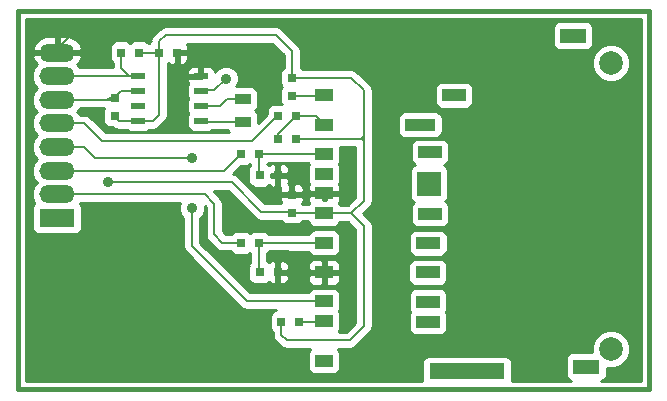
<source format=gtl>
G04 (created by PCBNEW-RS274X (2010-05-05 BZR 2356)-stable) date 3/07/2011 4:58:34 p.m.*
G01*
G70*
G90*
%MOIN*%
G04 Gerber Fmt 3.4, Leading zero omitted, Abs format*
%FSLAX34Y34*%
G04 APERTURE LIST*
%ADD10C,0.006000*%
%ADD11C,0.015000*%
%ADD12O,0.118100X0.059100*%
%ADD13R,0.118100X0.059100*%
%ADD14R,0.059100X0.039400*%
%ADD15R,0.086600X0.047200*%
%ADD16R,0.248000X0.055100*%
%ADD17R,0.078700X0.039400*%
%ADD18R,0.098400X0.039400*%
%ADD19R,0.078700X0.078700*%
%ADD20C,0.078700*%
%ADD21R,0.025000X0.031500*%
%ADD22R,0.031500X0.025000*%
%ADD23R,0.055000X0.035000*%
%ADD24R,0.045000X0.020000*%
%ADD25C,0.035000*%
%ADD26C,0.008000*%
%ADD27C,0.010000*%
G04 APERTURE END LIST*
G54D10*
G54D11*
X43307Y-33111D02*
X43307Y-20552D01*
X22283Y-33150D02*
X43307Y-33150D01*
X22283Y-20551D02*
X22283Y-33150D01*
X43307Y-20551D02*
X22283Y-20551D01*
G54D12*
X23583Y-25865D03*
X23583Y-26652D03*
G54D13*
X23583Y-27440D03*
G54D12*
X23583Y-25078D03*
X23583Y-24290D03*
X23583Y-23503D03*
X23583Y-22716D03*
X23583Y-21929D03*
G54D14*
X32481Y-27289D03*
X32481Y-28273D03*
X32481Y-29258D03*
X32481Y-30212D03*
X32481Y-30882D03*
X32481Y-32200D03*
X32481Y-26620D03*
X32481Y-25970D03*
X32481Y-23352D03*
X32481Y-24336D03*
X32481Y-25321D03*
G54D15*
X40778Y-21374D03*
X41221Y-32397D03*
G54D16*
X37245Y-32555D03*
G54D17*
X36811Y-23352D03*
G54D18*
X35689Y-24336D03*
G54D17*
X36014Y-25242D03*
G54D19*
X35975Y-26295D03*
G54D17*
X36014Y-27299D03*
X35955Y-28283D03*
X35935Y-29258D03*
X35945Y-30232D03*
X35945Y-30911D03*
G54D20*
X42048Y-31807D03*
X42048Y-22279D03*
G54D21*
X26323Y-21929D03*
X25723Y-21929D03*
X30960Y-24055D03*
X31560Y-24055D03*
X29700Y-25315D03*
X30300Y-25315D03*
X29700Y-28268D03*
X30300Y-28268D03*
G54D22*
X25512Y-24040D03*
X25512Y-23440D03*
G54D21*
X30330Y-29252D03*
X30930Y-29252D03*
X30330Y-26024D03*
X30930Y-26024D03*
G54D22*
X31421Y-22771D03*
X31421Y-23371D03*
G54D21*
X31058Y-30902D03*
X31658Y-30902D03*
G54D22*
X31402Y-27261D03*
X31402Y-26661D03*
G54D21*
X31560Y-24803D03*
X30960Y-24803D03*
X26983Y-21929D03*
X27583Y-21929D03*
G54D23*
X29764Y-23483D03*
X29764Y-24233D03*
G54D24*
X26273Y-24215D03*
X28373Y-24215D03*
X26273Y-23715D03*
X26273Y-23215D03*
X26273Y-22715D03*
X28373Y-23715D03*
X28373Y-23215D03*
X28373Y-22715D03*
G54D25*
X28071Y-25433D03*
X28071Y-27126D03*
X25276Y-26260D03*
X33780Y-21024D03*
X35433Y-21024D03*
X26575Y-32283D03*
X25000Y-32283D03*
X23543Y-32283D03*
X23543Y-29449D03*
X23543Y-30906D03*
X25984Y-21024D03*
X26693Y-21024D03*
X39449Y-21417D03*
X42008Y-24803D03*
X42008Y-26811D03*
X42008Y-28976D03*
X39685Y-32283D03*
X35276Y-32283D03*
X33661Y-32283D03*
X28346Y-21929D03*
X33346Y-26654D03*
X33425Y-29252D03*
X29212Y-22795D03*
G54D26*
X23583Y-23503D02*
X25449Y-23503D01*
X25449Y-23503D02*
X25512Y-23440D01*
X25512Y-23424D02*
X25721Y-23215D01*
X25721Y-23215D02*
X26273Y-23215D01*
X25512Y-23440D02*
X25512Y-23424D01*
X25512Y-23440D02*
X25300Y-23440D01*
X25300Y-23440D02*
X25237Y-23503D01*
X25983Y-22715D02*
X26273Y-22715D01*
X25723Y-22455D02*
X25983Y-22715D01*
X26272Y-22716D02*
X26273Y-22715D01*
X25723Y-21929D02*
X25723Y-22455D01*
X23583Y-22716D02*
X26272Y-22716D01*
X26272Y-22716D02*
X26273Y-22715D01*
X23583Y-24290D02*
X24489Y-24290D01*
X30905Y-24055D02*
X30960Y-24055D01*
X30078Y-24882D02*
X30905Y-24055D01*
X25081Y-24882D02*
X30078Y-24882D01*
X24489Y-24290D02*
X25081Y-24882D01*
X23583Y-25078D02*
X24487Y-25078D01*
X28071Y-27126D02*
X28071Y-28386D01*
X29897Y-30212D02*
X32481Y-30212D01*
X28071Y-28386D02*
X29897Y-30212D01*
X24842Y-25433D02*
X28071Y-25433D01*
X24487Y-25078D02*
X24842Y-25433D01*
X23583Y-25865D02*
X29150Y-25865D01*
X29150Y-25865D02*
X29700Y-25315D01*
X29094Y-28268D02*
X29700Y-28268D01*
X28819Y-27993D02*
X29094Y-28268D01*
X28819Y-26969D02*
X28819Y-27993D01*
X23583Y-26652D02*
X28502Y-26652D01*
X28502Y-26652D02*
X28819Y-26969D01*
X31421Y-22771D02*
X31421Y-21893D01*
X26983Y-21560D02*
X26983Y-21929D01*
X27204Y-21339D02*
X26983Y-21560D01*
X30867Y-21339D02*
X27204Y-21339D01*
X31421Y-21893D02*
X30867Y-21339D01*
X29409Y-26260D02*
X25276Y-26260D01*
X29409Y-26260D02*
X30394Y-27245D01*
X30394Y-27245D02*
X31386Y-27245D01*
X31386Y-27245D02*
X31402Y-27261D01*
X25512Y-24040D02*
X25512Y-24095D01*
X25632Y-24215D02*
X26273Y-24215D01*
X25512Y-24095D02*
X25632Y-24215D01*
X26983Y-21929D02*
X26323Y-21929D01*
X26273Y-24215D02*
X26769Y-24215D01*
X26769Y-24215D02*
X26983Y-24001D01*
X26983Y-24001D02*
X26983Y-21929D01*
X33701Y-24803D02*
X33740Y-24803D01*
X33740Y-24803D02*
X33807Y-24870D01*
X31560Y-24803D02*
X33701Y-24803D01*
X33701Y-24803D02*
X33807Y-24697D01*
X31402Y-27261D02*
X32453Y-27261D01*
X32453Y-27261D02*
X32481Y-27289D01*
X31058Y-30902D02*
X31058Y-31345D01*
X33807Y-27712D02*
X33384Y-27289D01*
X33807Y-31055D02*
X33807Y-27712D01*
X33342Y-31520D02*
X33807Y-31055D01*
X31233Y-31520D02*
X33342Y-31520D01*
X31058Y-31345D02*
X31233Y-31520D01*
X31421Y-22771D02*
X33389Y-22771D01*
X33384Y-27289D02*
X32481Y-27289D01*
X33807Y-26866D02*
X33384Y-27289D01*
X33807Y-24870D02*
X33807Y-26866D01*
X33807Y-23189D02*
X33807Y-24697D01*
X33807Y-24697D02*
X33807Y-24870D01*
X33389Y-22771D02*
X33807Y-23189D01*
X26575Y-32283D02*
X25000Y-32283D01*
X23543Y-30906D02*
X23543Y-29449D01*
X23583Y-21811D02*
X23583Y-21929D01*
X24370Y-21024D02*
X23583Y-21811D01*
X25984Y-21024D02*
X24370Y-21024D01*
X39056Y-21024D02*
X35433Y-21024D01*
X35433Y-21024D02*
X33780Y-21024D01*
X33780Y-21024D02*
X26693Y-21024D01*
X39449Y-21417D02*
X39056Y-21024D01*
X42008Y-26811D02*
X42008Y-24803D01*
X42008Y-29960D02*
X42008Y-28976D01*
X39685Y-32283D02*
X42008Y-29960D01*
X33661Y-32283D02*
X35276Y-32283D01*
X28373Y-22715D02*
X28373Y-21956D01*
X28373Y-21956D02*
X28346Y-21929D01*
X33346Y-26654D02*
X33312Y-26620D01*
X33312Y-26620D02*
X32481Y-26620D01*
X32481Y-29258D02*
X32092Y-29258D01*
X33425Y-29252D02*
X32092Y-29258D01*
X30930Y-26024D02*
X31182Y-26024D01*
X31182Y-26024D02*
X31402Y-26244D01*
X31402Y-26244D02*
X31402Y-26661D01*
X30930Y-29252D02*
X32475Y-29252D01*
X32475Y-29252D02*
X32481Y-29258D01*
X27583Y-21929D02*
X27583Y-22544D01*
X27754Y-22715D02*
X28373Y-22715D01*
X27583Y-22544D02*
X27754Y-22715D01*
X31402Y-26661D02*
X32440Y-26661D01*
X32440Y-26661D02*
X32481Y-26620D01*
X29233Y-23483D02*
X29764Y-23483D01*
X28373Y-23715D02*
X29001Y-23715D01*
X29001Y-23715D02*
X29233Y-23483D01*
X32200Y-24055D02*
X32481Y-24336D01*
X32478Y-24339D02*
X32481Y-24336D01*
X30960Y-24803D02*
X30960Y-24655D01*
X30960Y-24655D02*
X31560Y-24055D01*
X31560Y-24055D02*
X32200Y-24055D01*
X29212Y-22795D02*
X28819Y-23188D01*
X28819Y-23188D02*
X28400Y-23188D01*
X28400Y-23188D02*
X28373Y-23215D01*
X28391Y-24233D02*
X28373Y-24215D01*
X29764Y-24233D02*
X28391Y-24233D01*
X30300Y-28268D02*
X32474Y-28280D01*
X32474Y-28280D02*
X32481Y-28273D01*
X30300Y-28268D02*
X30300Y-29222D01*
X30300Y-29222D02*
X30330Y-29252D01*
X31658Y-30902D02*
X32461Y-30902D01*
X32461Y-30902D02*
X32481Y-30882D01*
X31421Y-23371D02*
X32462Y-23371D01*
X32462Y-23371D02*
X32481Y-23352D01*
X32479Y-25319D02*
X32481Y-25321D01*
X30300Y-25315D02*
X30300Y-25994D01*
X30300Y-25994D02*
X30330Y-26024D01*
X30300Y-25315D02*
X32479Y-25319D01*
G54D27*
X22558Y-20826D02*
X43032Y-20826D01*
X22558Y-20906D02*
X40255Y-20906D01*
X41302Y-20906D02*
X43032Y-20906D01*
X22558Y-20986D02*
X40145Y-20986D01*
X41411Y-20986D02*
X43032Y-20986D01*
X22558Y-21066D02*
X27119Y-21066D01*
X30953Y-21066D02*
X40106Y-21066D01*
X41451Y-21066D02*
X43032Y-21066D01*
X22558Y-21146D02*
X26987Y-21146D01*
X31084Y-21146D02*
X40096Y-21146D01*
X41460Y-21146D02*
X43032Y-21146D01*
X22558Y-21226D02*
X26907Y-21226D01*
X31164Y-21226D02*
X40096Y-21226D01*
X41460Y-21226D02*
X43032Y-21226D01*
X22558Y-21306D02*
X26827Y-21306D01*
X31244Y-21306D02*
X40096Y-21306D01*
X41460Y-21306D02*
X43032Y-21306D01*
X22558Y-21386D02*
X23186Y-21386D01*
X23533Y-21386D02*
X23633Y-21386D01*
X23981Y-21386D02*
X26758Y-21386D01*
X31324Y-21386D02*
X40096Y-21386D01*
X41460Y-21386D02*
X43032Y-21386D01*
X22558Y-21466D02*
X22987Y-21466D01*
X23533Y-21466D02*
X23633Y-21466D01*
X24180Y-21466D02*
X26712Y-21466D01*
X31404Y-21466D02*
X40096Y-21466D01*
X41460Y-21466D02*
X43032Y-21466D01*
X22558Y-21546D02*
X22904Y-21546D01*
X23533Y-21546D02*
X23633Y-21546D01*
X24263Y-21546D02*
X25494Y-21546D01*
X25954Y-21546D02*
X26094Y-21546D01*
X26554Y-21546D02*
X26696Y-21546D01*
X31484Y-21546D02*
X40096Y-21546D01*
X41460Y-21546D02*
X43032Y-21546D01*
X22558Y-21626D02*
X22829Y-21626D01*
X23533Y-21626D02*
X23633Y-21626D01*
X24338Y-21626D02*
X25392Y-21626D01*
X31564Y-21626D02*
X40096Y-21626D01*
X41460Y-21626D02*
X43032Y-21626D01*
X22558Y-21706D02*
X22797Y-21706D01*
X23533Y-21706D02*
X23633Y-21706D01*
X24370Y-21706D02*
X25356Y-21706D01*
X31639Y-21706D02*
X40115Y-21706D01*
X41440Y-21706D02*
X41753Y-21706D01*
X42344Y-21706D02*
X43032Y-21706D01*
X22558Y-21786D02*
X22764Y-21786D01*
X23533Y-21786D02*
X23633Y-21786D01*
X24403Y-21786D02*
X25349Y-21786D01*
X31690Y-21786D02*
X40169Y-21786D01*
X41387Y-21786D02*
X41633Y-21786D01*
X42464Y-21786D02*
X43032Y-21786D01*
X22558Y-21866D02*
X22800Y-21866D01*
X23533Y-21866D02*
X23633Y-21866D01*
X24365Y-21866D02*
X25349Y-21866D01*
X31706Y-21866D02*
X41553Y-21866D01*
X42544Y-21866D02*
X43032Y-21866D01*
X22558Y-21946D02*
X25349Y-21946D01*
X31711Y-21946D02*
X41491Y-21946D01*
X42606Y-21946D02*
X43032Y-21946D01*
X22558Y-22026D02*
X22782Y-22026D01*
X24385Y-22026D02*
X25349Y-22026D01*
X31711Y-22026D02*
X41458Y-22026D01*
X42639Y-22026D02*
X43032Y-22026D01*
X22558Y-22106D02*
X22777Y-22106D01*
X24388Y-22106D02*
X25349Y-22106D01*
X31711Y-22106D02*
X41424Y-22106D01*
X42672Y-22106D02*
X43032Y-22106D01*
X22558Y-22186D02*
X22810Y-22186D01*
X24355Y-22186D02*
X25370Y-22186D01*
X31711Y-22186D02*
X41405Y-22186D01*
X42691Y-22186D02*
X43032Y-22186D01*
X22558Y-22266D02*
X22855Y-22266D01*
X24309Y-22266D02*
X25426Y-22266D01*
X31711Y-22266D02*
X41405Y-22266D01*
X42691Y-22266D02*
X43032Y-22266D01*
X22558Y-22346D02*
X22885Y-22346D01*
X24281Y-22346D02*
X25433Y-22346D01*
X31711Y-22346D02*
X41405Y-22346D01*
X42691Y-22346D02*
X43032Y-22346D01*
X22558Y-22426D02*
X22814Y-22426D01*
X31711Y-22426D02*
X41413Y-22426D01*
X42683Y-22426D02*
X43032Y-22426D01*
X22558Y-22506D02*
X22781Y-22506D01*
X33505Y-22506D02*
X41446Y-22506D01*
X42649Y-22506D02*
X43032Y-22506D01*
X22558Y-22586D02*
X22747Y-22586D01*
X33614Y-22586D02*
X41479Y-22586D01*
X42616Y-22586D02*
X43032Y-22586D01*
X22558Y-22666D02*
X22737Y-22666D01*
X33694Y-22666D02*
X41526Y-22666D01*
X42569Y-22666D02*
X43032Y-22666D01*
X22558Y-22746D02*
X22737Y-22746D01*
X33774Y-22746D02*
X41606Y-22746D01*
X42489Y-22746D02*
X43032Y-22746D01*
X22558Y-22826D02*
X22738Y-22826D01*
X33854Y-22826D02*
X41690Y-22826D01*
X42406Y-22826D02*
X43032Y-22826D01*
X22558Y-22906D02*
X22771Y-22906D01*
X33934Y-22906D02*
X36369Y-22906D01*
X37254Y-22906D02*
X41880Y-22906D01*
X42213Y-22906D02*
X43032Y-22906D01*
X22558Y-22986D02*
X22804Y-22986D01*
X34014Y-22986D02*
X36235Y-22986D01*
X37387Y-22986D02*
X43032Y-22986D01*
X22558Y-23066D02*
X22865Y-23066D01*
X34067Y-23066D02*
X36186Y-23066D01*
X37437Y-23066D02*
X43032Y-23066D01*
X22558Y-23146D02*
X22873Y-23146D01*
X34089Y-23146D02*
X36169Y-23146D01*
X37453Y-23146D02*
X43032Y-23146D01*
X22558Y-23226D02*
X22809Y-23226D01*
X34097Y-23226D02*
X36169Y-23226D01*
X37453Y-23226D02*
X43032Y-23226D01*
X22558Y-23306D02*
X22775Y-23306D01*
X34097Y-23306D02*
X36169Y-23306D01*
X37453Y-23306D02*
X43032Y-23306D01*
X22558Y-23386D02*
X22742Y-23386D01*
X34097Y-23386D02*
X36169Y-23386D01*
X37453Y-23386D02*
X43032Y-23386D01*
X22558Y-23466D02*
X22737Y-23466D01*
X34097Y-23466D02*
X36169Y-23466D01*
X37453Y-23466D02*
X43032Y-23466D01*
X22558Y-23546D02*
X22737Y-23546D01*
X34097Y-23546D02*
X36169Y-23546D01*
X37453Y-23546D02*
X43032Y-23546D01*
X22558Y-23626D02*
X22743Y-23626D01*
X34097Y-23626D02*
X36180Y-23626D01*
X37441Y-23626D02*
X43032Y-23626D01*
X22558Y-23706D02*
X22776Y-23706D01*
X34097Y-23706D02*
X36223Y-23706D01*
X37399Y-23706D02*
X43032Y-23706D01*
X22558Y-23786D02*
X22809Y-23786D01*
X34097Y-23786D02*
X36339Y-23786D01*
X37282Y-23786D02*
X43032Y-23786D01*
X22558Y-23866D02*
X22878Y-23866D01*
X34097Y-23866D02*
X43032Y-23866D01*
X22558Y-23946D02*
X22860Y-23946D01*
X34097Y-23946D02*
X35038Y-23946D01*
X36340Y-23946D02*
X43032Y-23946D01*
X22558Y-24026D02*
X22803Y-24026D01*
X34097Y-24026D02*
X34975Y-24026D01*
X36404Y-24026D02*
X43032Y-24026D01*
X22558Y-24106D02*
X22770Y-24106D01*
X34097Y-24106D02*
X34948Y-24106D01*
X36430Y-24106D02*
X43032Y-24106D01*
X22558Y-24186D02*
X22737Y-24186D01*
X34097Y-24186D02*
X34948Y-24186D01*
X36430Y-24186D02*
X43032Y-24186D01*
X22558Y-24266D02*
X22737Y-24266D01*
X34097Y-24266D02*
X34948Y-24266D01*
X36430Y-24266D02*
X43032Y-24266D01*
X22558Y-24346D02*
X22737Y-24346D01*
X34097Y-24346D02*
X34948Y-24346D01*
X36430Y-24346D02*
X43032Y-24346D01*
X22558Y-24426D02*
X22749Y-24426D01*
X34097Y-24426D02*
X34948Y-24426D01*
X36430Y-24426D02*
X43032Y-24426D01*
X22558Y-24506D02*
X22782Y-24506D01*
X34097Y-24506D02*
X34948Y-24506D01*
X36430Y-24506D02*
X43032Y-24506D01*
X22558Y-24586D02*
X22815Y-24586D01*
X34097Y-24586D02*
X34949Y-24586D01*
X36428Y-24586D02*
X43032Y-24586D01*
X22558Y-24666D02*
X22891Y-24666D01*
X34097Y-24666D02*
X34982Y-24666D01*
X36395Y-24666D02*
X43032Y-24666D01*
X22558Y-24746D02*
X22848Y-24746D01*
X34097Y-24746D02*
X35060Y-24746D01*
X36317Y-24746D02*
X43032Y-24746D01*
X22558Y-24826D02*
X22798Y-24826D01*
X34097Y-24826D02*
X35500Y-24826D01*
X36529Y-24826D02*
X43032Y-24826D01*
X22558Y-24906D02*
X22765Y-24906D01*
X34097Y-24906D02*
X35410Y-24906D01*
X36619Y-24906D02*
X43032Y-24906D01*
X22558Y-24986D02*
X22737Y-24986D01*
X34097Y-24986D02*
X35376Y-24986D01*
X36652Y-24986D02*
X43032Y-24986D01*
X22558Y-25066D02*
X22737Y-25066D01*
X34097Y-25066D02*
X35372Y-25066D01*
X36656Y-25066D02*
X43032Y-25066D01*
X22558Y-25146D02*
X22737Y-25146D01*
X34097Y-25146D02*
X35372Y-25146D01*
X36656Y-25146D02*
X43032Y-25146D01*
X22558Y-25226D02*
X22754Y-25226D01*
X34097Y-25226D02*
X35372Y-25226D01*
X36656Y-25226D02*
X43032Y-25226D01*
X22558Y-25306D02*
X22787Y-25306D01*
X34097Y-25306D02*
X35372Y-25306D01*
X36656Y-25306D02*
X43032Y-25306D01*
X22558Y-25386D02*
X22823Y-25386D01*
X34097Y-25386D02*
X35372Y-25386D01*
X36656Y-25386D02*
X43032Y-25386D01*
X22558Y-25466D02*
X22903Y-25466D01*
X34097Y-25466D02*
X35372Y-25466D01*
X36656Y-25466D02*
X43032Y-25466D01*
X22558Y-25546D02*
X22835Y-25546D01*
X34097Y-25546D02*
X35395Y-25546D01*
X36632Y-25546D02*
X43032Y-25546D01*
X22558Y-25626D02*
X22793Y-25626D01*
X34097Y-25626D02*
X35456Y-25626D01*
X36572Y-25626D02*
X43032Y-25626D01*
X22558Y-25706D02*
X22759Y-25706D01*
X34097Y-25706D02*
X35426Y-25706D01*
X36524Y-25706D02*
X43032Y-25706D01*
X22558Y-25786D02*
X22737Y-25786D01*
X34097Y-25786D02*
X35361Y-25786D01*
X36590Y-25786D02*
X43032Y-25786D01*
X22558Y-25866D02*
X22737Y-25866D01*
X34097Y-25866D02*
X35333Y-25866D01*
X36617Y-25866D02*
X43032Y-25866D01*
X22558Y-25946D02*
X22737Y-25946D01*
X34097Y-25946D02*
X35333Y-25946D01*
X36617Y-25946D02*
X43032Y-25946D01*
X22558Y-26026D02*
X22759Y-26026D01*
X34097Y-26026D02*
X35333Y-26026D01*
X36617Y-26026D02*
X43032Y-26026D01*
X22558Y-26106D02*
X22792Y-26106D01*
X34097Y-26106D02*
X35333Y-26106D01*
X36617Y-26106D02*
X43032Y-26106D01*
X22558Y-26186D02*
X22836Y-26186D01*
X34097Y-26186D02*
X35333Y-26186D01*
X36617Y-26186D02*
X43032Y-26186D01*
X22558Y-26266D02*
X22902Y-26266D01*
X34097Y-26266D02*
X35333Y-26266D01*
X36617Y-26266D02*
X43032Y-26266D01*
X22558Y-26346D02*
X22822Y-26346D01*
X34097Y-26346D02*
X35333Y-26346D01*
X36617Y-26346D02*
X43032Y-26346D01*
X22558Y-26426D02*
X22787Y-26426D01*
X34097Y-26426D02*
X35333Y-26426D01*
X36617Y-26426D02*
X43032Y-26426D01*
X22558Y-26506D02*
X22754Y-26506D01*
X34097Y-26506D02*
X35333Y-26506D01*
X36617Y-26506D02*
X43032Y-26506D01*
X22558Y-26586D02*
X22737Y-26586D01*
X34097Y-26586D02*
X35333Y-26586D01*
X36617Y-26586D02*
X43032Y-26586D01*
X22558Y-26666D02*
X22737Y-26666D01*
X34097Y-26666D02*
X35333Y-26666D01*
X36617Y-26666D02*
X43032Y-26666D01*
X22558Y-26746D02*
X22737Y-26746D01*
X34097Y-26746D02*
X35336Y-26746D01*
X36613Y-26746D02*
X43032Y-26746D01*
X22558Y-26826D02*
X22764Y-26826D01*
X34097Y-26826D02*
X35369Y-26826D01*
X36580Y-26826D02*
X43032Y-26826D01*
X22558Y-26906D02*
X22797Y-26906D01*
X34089Y-26906D02*
X35457Y-26906D01*
X36563Y-26906D02*
X43032Y-26906D01*
X22558Y-26986D02*
X22800Y-26986D01*
X24366Y-26986D02*
X27669Y-26986D01*
X34068Y-26986D02*
X35400Y-26986D01*
X36629Y-26986D02*
X43032Y-26986D01*
X22558Y-27066D02*
X22757Y-27066D01*
X24410Y-27066D02*
X27646Y-27066D01*
X34015Y-27066D02*
X35372Y-27066D01*
X36656Y-27066D02*
X43032Y-27066D01*
X22558Y-27146D02*
X22744Y-27146D01*
X24422Y-27146D02*
X27646Y-27146D01*
X33936Y-27146D02*
X35372Y-27146D01*
X36656Y-27146D02*
X43032Y-27146D01*
X22558Y-27226D02*
X22744Y-27226D01*
X24422Y-27226D02*
X27652Y-27226D01*
X33855Y-27226D02*
X35372Y-27226D01*
X36656Y-27226D02*
X43032Y-27226D01*
X22558Y-27306D02*
X22744Y-27306D01*
X24422Y-27306D02*
X27685Y-27306D01*
X33811Y-27306D02*
X35372Y-27306D01*
X36656Y-27306D02*
X43032Y-27306D01*
X22558Y-27386D02*
X22744Y-27386D01*
X24422Y-27386D02*
X27730Y-27386D01*
X33891Y-27386D02*
X35372Y-27386D01*
X36656Y-27386D02*
X43032Y-27386D01*
X22558Y-27466D02*
X22744Y-27466D01*
X24422Y-27466D02*
X27781Y-27466D01*
X33971Y-27466D02*
X35372Y-27466D01*
X36656Y-27466D02*
X43032Y-27466D01*
X22558Y-27546D02*
X22744Y-27546D01*
X24422Y-27546D02*
X27781Y-27546D01*
X34039Y-27546D02*
X35372Y-27546D01*
X36656Y-27546D02*
X43032Y-27546D01*
X22558Y-27626D02*
X22744Y-27626D01*
X24422Y-27626D02*
X27781Y-27626D01*
X34080Y-27626D02*
X35405Y-27626D01*
X36622Y-27626D02*
X43032Y-27626D01*
X22558Y-27706D02*
X22744Y-27706D01*
X24422Y-27706D02*
X27781Y-27706D01*
X34096Y-27706D02*
X35479Y-27706D01*
X36549Y-27706D02*
X43032Y-27706D01*
X22558Y-27786D02*
X22744Y-27786D01*
X24421Y-27786D02*
X27781Y-27786D01*
X34097Y-27786D02*
X43032Y-27786D01*
X22558Y-27866D02*
X22777Y-27866D01*
X24388Y-27866D02*
X27781Y-27866D01*
X34097Y-27866D02*
X35443Y-27866D01*
X36468Y-27866D02*
X43032Y-27866D01*
X22558Y-27946D02*
X22852Y-27946D01*
X24314Y-27946D02*
X27781Y-27946D01*
X34097Y-27946D02*
X35351Y-27946D01*
X36560Y-27946D02*
X43032Y-27946D01*
X22558Y-28026D02*
X27781Y-28026D01*
X34097Y-28026D02*
X35318Y-28026D01*
X36593Y-28026D02*
X43032Y-28026D01*
X22558Y-28106D02*
X27781Y-28106D01*
X34097Y-28106D02*
X35313Y-28106D01*
X36597Y-28106D02*
X43032Y-28106D01*
X22558Y-28186D02*
X27781Y-28186D01*
X34097Y-28186D02*
X35313Y-28186D01*
X36597Y-28186D02*
X43032Y-28186D01*
X22558Y-28266D02*
X27781Y-28266D01*
X34097Y-28266D02*
X35313Y-28266D01*
X36597Y-28266D02*
X43032Y-28266D01*
X22558Y-28346D02*
X27781Y-28346D01*
X34097Y-28346D02*
X35313Y-28346D01*
X36597Y-28346D02*
X43032Y-28346D01*
X22558Y-28426D02*
X27788Y-28426D01*
X34097Y-28426D02*
X35313Y-28426D01*
X36597Y-28426D02*
X43032Y-28426D01*
X22558Y-28506D02*
X27809Y-28506D01*
X34097Y-28506D02*
X35313Y-28506D01*
X36597Y-28506D02*
X43032Y-28506D01*
X22558Y-28586D02*
X27862Y-28586D01*
X34097Y-28586D02*
X35336Y-28586D01*
X36573Y-28586D02*
X43032Y-28586D01*
X22558Y-28666D02*
X27941Y-28666D01*
X34097Y-28666D02*
X35396Y-28666D01*
X36514Y-28666D02*
X43032Y-28666D01*
X22558Y-28746D02*
X28021Y-28746D01*
X34097Y-28746D02*
X43032Y-28746D01*
X22558Y-28826D02*
X28101Y-28826D01*
X34097Y-28826D02*
X35460Y-28826D01*
X36412Y-28826D02*
X43032Y-28826D01*
X22558Y-28906D02*
X28181Y-28906D01*
X34097Y-28906D02*
X35345Y-28906D01*
X36525Y-28906D02*
X43032Y-28906D01*
X22558Y-28986D02*
X28261Y-28986D01*
X34097Y-28986D02*
X35304Y-28986D01*
X36567Y-28986D02*
X43032Y-28986D01*
X22558Y-29066D02*
X28341Y-29066D01*
X34097Y-29066D02*
X35293Y-29066D01*
X36577Y-29066D02*
X43032Y-29066D01*
X22558Y-29146D02*
X28421Y-29146D01*
X34097Y-29146D02*
X35293Y-29146D01*
X36577Y-29146D02*
X43032Y-29146D01*
X22558Y-29226D02*
X28501Y-29226D01*
X34097Y-29226D02*
X35293Y-29226D01*
X36577Y-29226D02*
X43032Y-29226D01*
X22558Y-29306D02*
X28581Y-29306D01*
X34097Y-29306D02*
X35293Y-29306D01*
X36577Y-29306D02*
X43032Y-29306D01*
X22558Y-29386D02*
X28661Y-29386D01*
X34097Y-29386D02*
X35293Y-29386D01*
X36577Y-29386D02*
X43032Y-29386D01*
X22558Y-29466D02*
X28741Y-29466D01*
X34097Y-29466D02*
X35293Y-29466D01*
X36577Y-29466D02*
X43032Y-29466D01*
X22558Y-29546D02*
X28821Y-29546D01*
X34097Y-29546D02*
X35310Y-29546D01*
X36559Y-29546D02*
X43032Y-29546D01*
X22558Y-29626D02*
X28901Y-29626D01*
X34097Y-29626D02*
X35361Y-29626D01*
X36509Y-29626D02*
X43032Y-29626D01*
X22558Y-29706D02*
X28981Y-29706D01*
X34097Y-29706D02*
X43032Y-29706D01*
X22558Y-29786D02*
X29061Y-29786D01*
X34097Y-29786D02*
X35503Y-29786D01*
X36388Y-29786D02*
X43032Y-29786D01*
X22558Y-29866D02*
X29141Y-29866D01*
X34097Y-29866D02*
X35369Y-29866D01*
X36521Y-29866D02*
X43032Y-29866D01*
X22558Y-29946D02*
X29221Y-29946D01*
X34097Y-29946D02*
X35320Y-29946D01*
X36571Y-29946D02*
X43032Y-29946D01*
X22558Y-30026D02*
X29301Y-30026D01*
X34097Y-30026D02*
X35303Y-30026D01*
X36587Y-30026D02*
X43032Y-30026D01*
X22558Y-30106D02*
X29381Y-30106D01*
X34097Y-30106D02*
X35303Y-30106D01*
X36587Y-30106D02*
X43032Y-30106D01*
X22558Y-30186D02*
X29461Y-30186D01*
X34097Y-30186D02*
X35303Y-30186D01*
X36587Y-30186D02*
X43032Y-30186D01*
X22558Y-30266D02*
X29541Y-30266D01*
X34097Y-30266D02*
X35303Y-30266D01*
X36587Y-30266D02*
X43032Y-30266D01*
X22558Y-30346D02*
X29621Y-30346D01*
X34097Y-30346D02*
X35303Y-30346D01*
X36587Y-30346D02*
X43032Y-30346D01*
X22558Y-30426D02*
X29705Y-30426D01*
X34097Y-30426D02*
X35303Y-30426D01*
X36587Y-30426D02*
X43032Y-30426D01*
X22558Y-30506D02*
X30860Y-30506D01*
X34097Y-30506D02*
X35314Y-30506D01*
X36575Y-30506D02*
X43032Y-30506D01*
X22558Y-30586D02*
X30740Y-30586D01*
X34097Y-30586D02*
X35336Y-30586D01*
X36555Y-30586D02*
X43032Y-30586D01*
X22558Y-30666D02*
X30697Y-30666D01*
X34097Y-30666D02*
X35303Y-30666D01*
X36587Y-30666D02*
X43032Y-30666D01*
X22558Y-30746D02*
X30684Y-30746D01*
X34097Y-30746D02*
X35303Y-30746D01*
X36587Y-30746D02*
X43032Y-30746D01*
X22558Y-30826D02*
X30684Y-30826D01*
X34097Y-30826D02*
X35303Y-30826D01*
X36587Y-30826D02*
X43032Y-30826D01*
X22558Y-30906D02*
X30684Y-30906D01*
X34097Y-30906D02*
X35303Y-30906D01*
X36587Y-30906D02*
X43032Y-30906D01*
X22558Y-30986D02*
X30684Y-30986D01*
X34097Y-30986D02*
X35303Y-30986D01*
X36587Y-30986D02*
X43032Y-30986D01*
X22558Y-31066D02*
X30684Y-31066D01*
X34094Y-31066D02*
X35303Y-31066D01*
X36587Y-31066D02*
X43032Y-31066D01*
X22558Y-31146D02*
X30699Y-31146D01*
X34078Y-31146D02*
X35303Y-31146D01*
X36587Y-31146D02*
X43032Y-31146D01*
X22558Y-31226D02*
X30748Y-31226D01*
X34034Y-31226D02*
X35331Y-31226D01*
X36558Y-31226D02*
X41771Y-31226D01*
X42325Y-31226D02*
X43032Y-31226D01*
X22558Y-31306D02*
X30768Y-31306D01*
X33966Y-31306D02*
X35398Y-31306D01*
X36492Y-31306D02*
X41641Y-31306D01*
X42456Y-31306D02*
X43032Y-31306D01*
X22558Y-31386D02*
X30776Y-31386D01*
X33886Y-31386D02*
X41561Y-31386D01*
X42536Y-31386D02*
X43032Y-31386D01*
X22558Y-31466D02*
X30796Y-31466D01*
X33806Y-31466D02*
X41494Y-31466D01*
X42603Y-31466D02*
X43032Y-31466D01*
X22558Y-31546D02*
X30850Y-31546D01*
X33726Y-31546D02*
X41461Y-31546D01*
X42636Y-31546D02*
X43032Y-31546D01*
X22558Y-31626D02*
X30929Y-31626D01*
X33646Y-31626D02*
X41427Y-31626D01*
X42669Y-31626D02*
X43032Y-31626D01*
X22558Y-31706D02*
X31009Y-31706D01*
X33566Y-31706D02*
X41405Y-31706D01*
X42691Y-31706D02*
X43032Y-31706D01*
X22558Y-31786D02*
X31119Y-31786D01*
X33455Y-31786D02*
X41405Y-31786D01*
X42691Y-31786D02*
X43032Y-31786D01*
X22558Y-31866D02*
X31974Y-31866D01*
X32989Y-31866D02*
X41405Y-31866D01*
X42691Y-31866D02*
X43032Y-31866D01*
X22558Y-31946D02*
X31940Y-31946D01*
X33022Y-31946D02*
X40657Y-31946D01*
X42686Y-31946D02*
X43032Y-31946D01*
X22558Y-32026D02*
X31937Y-32026D01*
X33025Y-32026D02*
X40575Y-32026D01*
X42653Y-32026D02*
X43032Y-32026D01*
X22558Y-32106D02*
X31937Y-32106D01*
X33025Y-32106D02*
X35827Y-32106D01*
X38663Y-32106D02*
X40542Y-32106D01*
X42619Y-32106D02*
X43032Y-32106D01*
X22558Y-32186D02*
X31937Y-32186D01*
X33025Y-32186D02*
X35775Y-32186D01*
X38716Y-32186D02*
X40539Y-32186D01*
X42577Y-32186D02*
X43032Y-32186D01*
X22558Y-32266D02*
X31937Y-32266D01*
X33025Y-32266D02*
X35756Y-32266D01*
X38734Y-32266D02*
X40539Y-32266D01*
X42497Y-32266D02*
X43032Y-32266D01*
X22558Y-32346D02*
X31937Y-32346D01*
X33025Y-32346D02*
X35756Y-32346D01*
X38734Y-32346D02*
X40539Y-32346D01*
X42417Y-32346D02*
X43032Y-32346D01*
X22558Y-32426D02*
X31937Y-32426D01*
X33025Y-32426D02*
X35756Y-32426D01*
X38734Y-32426D02*
X40539Y-32426D01*
X42232Y-32426D02*
X43032Y-32426D01*
X22558Y-32506D02*
X31961Y-32506D01*
X33000Y-32506D02*
X35756Y-32506D01*
X38734Y-32506D02*
X40539Y-32506D01*
X41903Y-32506D02*
X43032Y-32506D01*
X22558Y-32586D02*
X32023Y-32586D01*
X32939Y-32586D02*
X35756Y-32586D01*
X38734Y-32586D02*
X40539Y-32586D01*
X41903Y-32586D02*
X43032Y-32586D01*
X22558Y-32666D02*
X35756Y-32666D01*
X38734Y-32666D02*
X40539Y-32666D01*
X41903Y-32666D02*
X43032Y-32666D01*
X22558Y-32746D02*
X35756Y-32746D01*
X38734Y-32746D02*
X40565Y-32746D01*
X41876Y-32746D02*
X43032Y-32746D01*
X22558Y-32826D02*
X35756Y-32826D01*
X38734Y-32826D02*
X40629Y-32826D01*
X41813Y-32826D02*
X43032Y-32826D01*
X29288Y-26549D02*
X29288Y-26549D01*
X28889Y-26629D02*
X29368Y-26629D01*
X28969Y-26709D02*
X29448Y-26709D01*
X29041Y-26789D02*
X29528Y-26789D01*
X29090Y-26869D02*
X29608Y-26869D01*
X29106Y-26949D02*
X29688Y-26949D01*
X29109Y-27029D02*
X29768Y-27029D01*
X28496Y-27109D02*
X28529Y-27109D01*
X29109Y-27109D02*
X29848Y-27109D01*
X28496Y-27189D02*
X28529Y-27189D01*
X29109Y-27189D02*
X29928Y-27189D01*
X28471Y-27269D02*
X28529Y-27269D01*
X29109Y-27269D02*
X30008Y-27269D01*
X28438Y-27349D02*
X28529Y-27349D01*
X29109Y-27349D02*
X30088Y-27349D01*
X28369Y-27429D02*
X28529Y-27429D01*
X29109Y-27429D02*
X30168Y-27429D01*
X28361Y-27509D02*
X28529Y-27509D01*
X29109Y-27509D02*
X30277Y-27509D01*
X28361Y-27589D02*
X28529Y-27589D01*
X29109Y-27589D02*
X31095Y-27589D01*
X31708Y-27589D02*
X31959Y-27589D01*
X33002Y-27589D02*
X33273Y-27589D01*
X28361Y-27669D02*
X28529Y-27669D01*
X29109Y-27669D02*
X32017Y-27669D01*
X32945Y-27669D02*
X33353Y-27669D01*
X28361Y-27749D02*
X28529Y-27749D01*
X29109Y-27749D02*
X33433Y-27749D01*
X28361Y-27829D02*
X28529Y-27829D01*
X29109Y-27829D02*
X32133Y-27829D01*
X32831Y-27829D02*
X33513Y-27829D01*
X28361Y-27909D02*
X28529Y-27909D01*
X29145Y-27909D02*
X29425Y-27909D01*
X29975Y-27909D02*
X30025Y-27909D01*
X30575Y-27909D02*
X32001Y-27909D01*
X32961Y-27909D02*
X33517Y-27909D01*
X28361Y-27989D02*
X28529Y-27989D01*
X33010Y-27989D02*
X33517Y-27989D01*
X28361Y-28069D02*
X28544Y-28069D01*
X33025Y-28069D02*
X33517Y-28069D01*
X28361Y-28149D02*
X28581Y-28149D01*
X33025Y-28149D02*
X33517Y-28149D01*
X28361Y-28229D02*
X28645Y-28229D01*
X33025Y-28229D02*
X33517Y-28229D01*
X28404Y-28309D02*
X28725Y-28309D01*
X33025Y-28309D02*
X33517Y-28309D01*
X28484Y-28389D02*
X28805Y-28389D01*
X33025Y-28389D02*
X33517Y-28389D01*
X28564Y-28469D02*
X28885Y-28469D01*
X33025Y-28469D02*
X33517Y-28469D01*
X28644Y-28549D02*
X29048Y-28549D01*
X33012Y-28549D02*
X33517Y-28549D01*
X28724Y-28629D02*
X29427Y-28629D01*
X29972Y-28629D02*
X30010Y-28629D01*
X30590Y-28629D02*
X31993Y-28629D01*
X32969Y-28629D02*
X33517Y-28629D01*
X28804Y-28709D02*
X30010Y-28709D01*
X30590Y-28709D02*
X32112Y-28709D01*
X32849Y-28709D02*
X33517Y-28709D01*
X28884Y-28789D02*
X30010Y-28789D01*
X30590Y-28789D02*
X33517Y-28789D01*
X28964Y-28869D02*
X30010Y-28869D01*
X30590Y-28869D02*
X30701Y-28869D01*
X30842Y-28869D02*
X31018Y-28869D01*
X31160Y-28869D02*
X32026Y-28869D01*
X32427Y-28869D02*
X32535Y-28869D01*
X32936Y-28869D02*
X33517Y-28869D01*
X29044Y-28949D02*
X29999Y-28949D01*
X30880Y-28949D02*
X30980Y-28949D01*
X31261Y-28949D02*
X31964Y-28949D01*
X32431Y-28949D02*
X32531Y-28949D01*
X32999Y-28949D02*
X33517Y-28949D01*
X29124Y-29029D02*
X29963Y-29029D01*
X30880Y-29029D02*
X30980Y-29029D01*
X31298Y-29029D02*
X31937Y-29029D01*
X32431Y-29029D02*
X32531Y-29029D01*
X33026Y-29029D02*
X33517Y-29029D01*
X29204Y-29109D02*
X29956Y-29109D01*
X30880Y-29109D02*
X30980Y-29109D01*
X31304Y-29109D02*
X31937Y-29109D01*
X32431Y-29109D02*
X32531Y-29109D01*
X33026Y-29109D02*
X33517Y-29109D01*
X29284Y-29189D02*
X29956Y-29189D01*
X30880Y-29189D02*
X30980Y-29189D01*
X31256Y-29189D02*
X31979Y-29189D01*
X32431Y-29189D02*
X32531Y-29189D01*
X32983Y-29189D02*
X33517Y-29189D01*
X29364Y-29269D02*
X29956Y-29269D01*
X30880Y-29269D02*
X33517Y-29269D01*
X29444Y-29349D02*
X29956Y-29349D01*
X30880Y-29349D02*
X30980Y-29349D01*
X31290Y-29349D02*
X31957Y-29349D01*
X32431Y-29349D02*
X32531Y-29349D01*
X33005Y-29349D02*
X33517Y-29349D01*
X29524Y-29429D02*
X29956Y-29429D01*
X30880Y-29429D02*
X30980Y-29429D01*
X31304Y-29429D02*
X31936Y-29429D01*
X32431Y-29429D02*
X32531Y-29429D01*
X33025Y-29429D02*
X33517Y-29429D01*
X29604Y-29509D02*
X29977Y-29509D01*
X30880Y-29509D02*
X30980Y-29509D01*
X31283Y-29509D02*
X31939Y-29509D01*
X32431Y-29509D02*
X32531Y-29509D01*
X33022Y-29509D02*
X33517Y-29509D01*
X29684Y-29589D02*
X30033Y-29589D01*
X30625Y-29589D02*
X30633Y-29589D01*
X30880Y-29589D02*
X30980Y-29589D01*
X31227Y-29589D02*
X31972Y-29589D01*
X32431Y-29589D02*
X32531Y-29589D01*
X32989Y-29589D02*
X33517Y-29589D01*
X29764Y-29669D02*
X32052Y-29669D01*
X32405Y-29669D02*
X32557Y-29669D01*
X32909Y-29669D02*
X33517Y-29669D01*
X29844Y-29749D02*
X33517Y-29749D01*
X29924Y-29829D02*
X32020Y-29829D01*
X32942Y-29829D02*
X33517Y-29829D01*
X30004Y-29909D02*
X31960Y-29909D01*
X33002Y-29909D02*
X33517Y-29909D01*
X33025Y-29989D02*
X33517Y-29989D01*
X33025Y-30069D02*
X33517Y-30069D01*
X33025Y-30149D02*
X33517Y-30149D01*
X33025Y-30229D02*
X33517Y-30229D01*
X33025Y-30309D02*
X33517Y-30309D01*
X33025Y-30389D02*
X33517Y-30389D01*
X33020Y-30469D02*
X33517Y-30469D01*
X32989Y-30549D02*
X33517Y-30549D01*
X33023Y-30629D02*
X33517Y-30629D01*
X33025Y-30709D02*
X33517Y-30709D01*
X33025Y-30789D02*
X33517Y-30789D01*
X33025Y-30869D02*
X33517Y-30869D01*
X33025Y-30949D02*
X33503Y-30949D01*
X33025Y-31029D02*
X33423Y-31029D01*
X33025Y-31109D02*
X33343Y-31109D01*
X32999Y-31189D02*
X33263Y-31189D01*
X33025Y-25093D02*
X33517Y-25093D01*
X33025Y-25173D02*
X33517Y-25173D01*
X33025Y-25253D02*
X33517Y-25253D01*
X33025Y-25333D02*
X33517Y-25333D01*
X33025Y-25413D02*
X33517Y-25413D01*
X33025Y-25493D02*
X33517Y-25493D01*
X33022Y-25573D02*
X33517Y-25573D01*
X29994Y-25653D02*
X30004Y-25653D01*
X30595Y-25653D02*
X30672Y-25653D01*
X30854Y-25653D02*
X31006Y-25653D01*
X31189Y-25653D02*
X31966Y-25653D01*
X32996Y-25653D02*
X33517Y-25653D01*
X29691Y-25733D02*
X29992Y-25733D01*
X30880Y-25733D02*
X30980Y-25733D01*
X31269Y-25733D02*
X31937Y-25733D01*
X33025Y-25733D02*
X33517Y-25733D01*
X29611Y-25813D02*
X29958Y-25813D01*
X30880Y-25813D02*
X30980Y-25813D01*
X31303Y-25813D02*
X31937Y-25813D01*
X33025Y-25813D02*
X33517Y-25813D01*
X29531Y-25893D02*
X29956Y-25893D01*
X30880Y-25893D02*
X30980Y-25893D01*
X31304Y-25893D02*
X31937Y-25893D01*
X33025Y-25893D02*
X33517Y-25893D01*
X29451Y-25973D02*
X29956Y-25973D01*
X30880Y-25973D02*
X30980Y-25973D01*
X31244Y-25973D02*
X31937Y-25973D01*
X33025Y-25973D02*
X33517Y-25973D01*
X29612Y-26053D02*
X29956Y-26053D01*
X30704Y-26053D02*
X31937Y-26053D01*
X33025Y-26053D02*
X33517Y-26053D01*
X29692Y-26133D02*
X29956Y-26133D01*
X30880Y-26133D02*
X30980Y-26133D01*
X31302Y-26133D02*
X31937Y-26133D01*
X33025Y-26133D02*
X33517Y-26133D01*
X29772Y-26213D02*
X29956Y-26213D01*
X30880Y-26213D02*
X30980Y-26213D01*
X31304Y-26213D02*
X31937Y-26213D01*
X33025Y-26213D02*
X33517Y-26213D01*
X29852Y-26293D02*
X29982Y-26293D01*
X30880Y-26293D02*
X30980Y-26293D01*
X31297Y-26293D02*
X31507Y-26293D01*
X31624Y-26293D02*
X31968Y-26293D01*
X32992Y-26293D02*
X33517Y-26293D01*
X29932Y-26373D02*
X30045Y-26373D01*
X30613Y-26373D02*
X30645Y-26373D01*
X30876Y-26373D02*
X30984Y-26373D01*
X31352Y-26373D02*
X31452Y-26373D01*
X31748Y-26373D02*
X31938Y-26373D01*
X33025Y-26373D02*
X33517Y-26373D01*
X30012Y-26453D02*
X31010Y-26453D01*
X31352Y-26453D02*
X31452Y-26453D01*
X31794Y-26453D02*
X31937Y-26453D01*
X33026Y-26453D02*
X33517Y-26453D01*
X30092Y-26533D02*
X30996Y-26533D01*
X31352Y-26533D02*
X31452Y-26533D01*
X31809Y-26533D02*
X31961Y-26533D01*
X33001Y-26533D02*
X33517Y-26533D01*
X30172Y-26613D02*
X33517Y-26613D01*
X30252Y-26693D02*
X31975Y-26693D01*
X32431Y-26693D02*
X32531Y-26693D01*
X32987Y-26693D02*
X33517Y-26693D01*
X30332Y-26773D02*
X30995Y-26773D01*
X31809Y-26773D02*
X31936Y-26773D01*
X32431Y-26773D02*
X32531Y-26773D01*
X33025Y-26773D02*
X33490Y-26773D01*
X30412Y-26853D02*
X31003Y-26853D01*
X31800Y-26853D02*
X31936Y-26853D01*
X33025Y-26853D02*
X33410Y-26853D01*
X30492Y-26933D02*
X31039Y-26933D01*
X31763Y-26933D02*
X31964Y-26933D01*
X32996Y-26933D02*
X33330Y-26933D01*
X27916Y-21629D02*
X30747Y-21629D01*
X27952Y-21709D02*
X30827Y-21709D01*
X27957Y-21789D02*
X30907Y-21789D01*
X27906Y-21869D02*
X30987Y-21869D01*
X27533Y-21949D02*
X31067Y-21949D01*
X27533Y-22029D02*
X27633Y-22029D01*
X27946Y-22029D02*
X31131Y-22029D01*
X27533Y-22109D02*
X27633Y-22109D01*
X27957Y-22109D02*
X31131Y-22109D01*
X27533Y-22189D02*
X27633Y-22189D01*
X27934Y-22189D02*
X31131Y-22189D01*
X27276Y-22269D02*
X27289Y-22269D01*
X27533Y-22269D02*
X27633Y-22269D01*
X27877Y-22269D02*
X31131Y-22269D01*
X27273Y-22349D02*
X31131Y-22349D01*
X27273Y-22429D02*
X27982Y-22429D01*
X28323Y-22429D02*
X28423Y-22429D01*
X28764Y-22429D02*
X28985Y-22429D01*
X29439Y-22429D02*
X31131Y-22429D01*
X27273Y-22509D02*
X27923Y-22509D01*
X28323Y-22509D02*
X28423Y-22509D01*
X28824Y-22509D02*
X28897Y-22509D01*
X29527Y-22509D02*
X31052Y-22509D01*
X27273Y-22589D02*
X27899Y-22589D01*
X28323Y-22589D02*
X28423Y-22589D01*
X29587Y-22589D02*
X31018Y-22589D01*
X27273Y-22669D02*
X28423Y-22669D01*
X29620Y-22669D02*
X31015Y-22669D01*
X27273Y-22749D02*
X28423Y-22749D01*
X29637Y-22749D02*
X31015Y-22749D01*
X27273Y-22829D02*
X27898Y-22829D01*
X29637Y-22829D02*
X31015Y-22829D01*
X27273Y-22909D02*
X27917Y-22909D01*
X29624Y-22909D02*
X31015Y-22909D01*
X27273Y-22989D02*
X27931Y-22989D01*
X29591Y-22989D02*
X31033Y-22989D01*
X27273Y-23069D02*
X27899Y-23069D01*
X30113Y-23069D02*
X31085Y-23069D01*
X27273Y-23149D02*
X27899Y-23149D01*
X30232Y-23149D02*
X31035Y-23149D01*
X27273Y-23229D02*
X27899Y-23229D01*
X30276Y-23229D02*
X31015Y-23229D01*
X27273Y-23309D02*
X27899Y-23309D01*
X30288Y-23309D02*
X31015Y-23309D01*
X27273Y-23389D02*
X27909Y-23389D01*
X30288Y-23389D02*
X31015Y-23389D01*
X27273Y-23469D02*
X27941Y-23469D01*
X30288Y-23469D02*
X31015Y-23469D01*
X27273Y-23549D02*
X27906Y-23549D01*
X30288Y-23549D02*
X31016Y-23549D01*
X27273Y-23629D02*
X27899Y-23629D01*
X30288Y-23629D02*
X31049Y-23629D01*
X27273Y-23709D02*
X27899Y-23709D01*
X30287Y-23709D02*
X30672Y-23709D01*
X27273Y-23789D02*
X27899Y-23789D01*
X30254Y-23789D02*
X30611Y-23789D01*
X24283Y-23869D02*
X25106Y-23869D01*
X27273Y-23869D02*
X27901Y-23869D01*
X30202Y-23869D02*
X30586Y-23869D01*
X24310Y-23949D02*
X25106Y-23949D01*
X27273Y-23949D02*
X27934Y-23949D01*
X30264Y-23949D02*
X30586Y-23949D01*
X24611Y-24029D02*
X25106Y-24029D01*
X27267Y-24029D02*
X27915Y-24029D01*
X30288Y-24029D02*
X30521Y-24029D01*
X24718Y-24109D02*
X25106Y-24109D01*
X27251Y-24109D02*
X27899Y-24109D01*
X30288Y-24109D02*
X30441Y-24109D01*
X24798Y-24189D02*
X25106Y-24189D01*
X27199Y-24189D02*
X27899Y-24189D01*
X30288Y-24189D02*
X30361Y-24189D01*
X24878Y-24269D02*
X25128Y-24269D01*
X27125Y-24269D02*
X27899Y-24269D01*
X24958Y-24349D02*
X25187Y-24349D01*
X27045Y-24349D02*
X27899Y-24349D01*
X25038Y-24429D02*
X25439Y-24429D01*
X26960Y-24429D02*
X27925Y-24429D01*
X25118Y-24509D02*
X25889Y-24509D01*
X26656Y-24509D02*
X27990Y-24509D01*
X25198Y-24589D02*
X29317Y-24589D01*
X43032Y-32875D02*
X43032Y-20826D01*
X22558Y-20826D01*
X22558Y-32875D01*
X32136Y-32875D01*
X32136Y-32646D01*
X32045Y-32608D01*
X31975Y-32538D01*
X31937Y-32446D01*
X31937Y-31953D01*
X31975Y-31862D01*
X32026Y-31810D01*
X31233Y-31810D01*
X31122Y-31788D01*
X31027Y-31724D01*
X30853Y-31550D01*
X30790Y-31456D01*
X30768Y-31345D01*
X30768Y-31246D01*
X30722Y-31200D01*
X30684Y-31108D01*
X30684Y-30695D01*
X30722Y-30604D01*
X30792Y-30534D01*
X30869Y-30502D01*
X29897Y-30502D01*
X29786Y-30480D01*
X29692Y-30417D01*
X27866Y-28591D01*
X27803Y-28497D01*
X27781Y-28386D01*
X27781Y-27437D01*
X27710Y-27366D01*
X27646Y-27210D01*
X27646Y-27041D01*
X27687Y-26942D01*
X24352Y-26942D01*
X24347Y-26955D01*
X24341Y-26961D01*
X24384Y-27004D01*
X24422Y-27096D01*
X24422Y-27785D01*
X24384Y-27876D01*
X24314Y-27946D01*
X24222Y-27984D01*
X22943Y-27984D01*
X22852Y-27946D01*
X22782Y-27876D01*
X22744Y-27784D01*
X22744Y-27095D01*
X22782Y-27004D01*
X22824Y-26961D01*
X22818Y-26955D01*
X22737Y-26758D01*
X22737Y-26545D01*
X22819Y-26349D01*
X22909Y-26258D01*
X22818Y-26168D01*
X22737Y-25971D01*
X22737Y-25758D01*
X22819Y-25562D01*
X22909Y-25471D01*
X22818Y-25381D01*
X22737Y-25184D01*
X22737Y-24971D01*
X22819Y-24775D01*
X22909Y-24683D01*
X22818Y-24593D01*
X22737Y-24396D01*
X22737Y-24183D01*
X22819Y-23987D01*
X22909Y-23896D01*
X22818Y-23806D01*
X22737Y-23609D01*
X22737Y-23396D01*
X22819Y-23200D01*
X22909Y-23109D01*
X22818Y-23019D01*
X22737Y-22822D01*
X22737Y-22609D01*
X22819Y-22413D01*
X22911Y-22319D01*
X22834Y-22245D01*
X22760Y-22063D01*
X22808Y-21979D01*
X22808Y-21879D01*
X22760Y-21795D01*
X22834Y-21613D01*
X22990Y-21463D01*
X23191Y-21384D01*
X23533Y-21384D01*
X23533Y-21879D01*
X22808Y-21879D01*
X22808Y-21979D01*
X23533Y-21979D01*
X23633Y-21979D01*
X23633Y-21879D01*
X23633Y-21384D01*
X23975Y-21384D01*
X24176Y-21463D01*
X24332Y-21613D01*
X24406Y-21795D01*
X24358Y-21879D01*
X23633Y-21879D01*
X23633Y-21979D01*
X24358Y-21979D01*
X24406Y-22063D01*
X24332Y-22245D01*
X24254Y-22319D01*
X24348Y-22413D01*
X24353Y-22426D01*
X25433Y-22426D01*
X25433Y-22273D01*
X25387Y-22227D01*
X25349Y-22135D01*
X25349Y-21722D01*
X25387Y-21631D01*
X25457Y-21561D01*
X25549Y-21523D01*
X25898Y-21523D01*
X25989Y-21561D01*
X26022Y-21594D01*
X26057Y-21561D01*
X26149Y-21523D01*
X26498Y-21523D01*
X26589Y-21561D01*
X26652Y-21624D01*
X26693Y-21585D01*
X26693Y-21560D01*
X26715Y-21449D01*
X26778Y-21355D01*
X26999Y-21134D01*
X27093Y-21071D01*
X27204Y-21049D01*
X30867Y-21049D01*
X30978Y-21071D01*
X31072Y-21134D01*
X31626Y-21688D01*
X31689Y-21782D01*
X31711Y-21893D01*
X31711Y-22431D01*
X31719Y-22435D01*
X31765Y-22481D01*
X33389Y-22481D01*
X33500Y-22503D01*
X33594Y-22566D01*
X34012Y-22984D01*
X34075Y-23078D01*
X34097Y-23189D01*
X34097Y-26866D01*
X34075Y-26977D01*
X34012Y-27071D01*
X33793Y-27288D01*
X34012Y-27507D01*
X34075Y-27601D01*
X34097Y-27712D01*
X34097Y-31055D01*
X34075Y-31166D01*
X34012Y-31260D01*
X33547Y-31725D01*
X33453Y-31788D01*
X33342Y-31810D01*
X32934Y-31810D01*
X32987Y-31862D01*
X33025Y-31954D01*
X33025Y-32447D01*
X32987Y-32538D01*
X32917Y-32608D01*
X32825Y-32646D01*
X32136Y-32646D01*
X32136Y-32875D01*
X35147Y-32875D01*
X35147Y-24782D01*
X35056Y-24744D01*
X34986Y-24674D01*
X34948Y-24582D01*
X34948Y-24089D01*
X34986Y-23998D01*
X35056Y-23928D01*
X35148Y-23890D01*
X36231Y-23890D01*
X36322Y-23928D01*
X36368Y-23974D01*
X36368Y-23798D01*
X36277Y-23760D01*
X36207Y-23690D01*
X36169Y-23598D01*
X36169Y-23105D01*
X36207Y-23014D01*
X36277Y-22944D01*
X36369Y-22906D01*
X37254Y-22906D01*
X37345Y-22944D01*
X37415Y-23014D01*
X37453Y-23106D01*
X37453Y-23599D01*
X37415Y-23690D01*
X37345Y-23760D01*
X37253Y-23798D01*
X36368Y-23798D01*
X36368Y-23974D01*
X36392Y-23998D01*
X36430Y-24090D01*
X36430Y-24583D01*
X36392Y-24674D01*
X36322Y-24744D01*
X36230Y-24782D01*
X35147Y-24782D01*
X35147Y-32875D01*
X35502Y-32875D01*
X35502Y-31357D01*
X35411Y-31319D01*
X35341Y-31249D01*
X35303Y-31157D01*
X35303Y-30664D01*
X35341Y-30573D01*
X35342Y-30571D01*
X35341Y-30570D01*
X35303Y-30478D01*
X35303Y-29985D01*
X35341Y-29894D01*
X35411Y-29824D01*
X35492Y-29790D01*
X35492Y-29704D01*
X35401Y-29666D01*
X35331Y-29596D01*
X35293Y-29504D01*
X35293Y-29011D01*
X35331Y-28920D01*
X35401Y-28850D01*
X35493Y-28812D01*
X35512Y-28812D01*
X35512Y-28729D01*
X35421Y-28691D01*
X35351Y-28621D01*
X35313Y-28529D01*
X35313Y-28036D01*
X35351Y-27945D01*
X35421Y-27875D01*
X35513Y-27837D01*
X35571Y-27837D01*
X35571Y-27745D01*
X35480Y-27707D01*
X35410Y-27637D01*
X35372Y-27545D01*
X35372Y-27052D01*
X35410Y-26961D01*
X35462Y-26908D01*
X35441Y-26899D01*
X35371Y-26829D01*
X35333Y-26737D01*
X35333Y-25852D01*
X35371Y-25761D01*
X35441Y-25691D01*
X35509Y-25662D01*
X35480Y-25650D01*
X35410Y-25580D01*
X35372Y-25488D01*
X35372Y-24995D01*
X35410Y-24904D01*
X35480Y-24834D01*
X35572Y-24796D01*
X36457Y-24796D01*
X36548Y-24834D01*
X36618Y-24904D01*
X36656Y-24996D01*
X36656Y-25489D01*
X36618Y-25580D01*
X36548Y-25650D01*
X36479Y-25678D01*
X36509Y-25691D01*
X36579Y-25761D01*
X36617Y-25853D01*
X36617Y-26738D01*
X36579Y-26829D01*
X36526Y-26881D01*
X36548Y-26891D01*
X36618Y-26961D01*
X36656Y-27053D01*
X36656Y-27546D01*
X36618Y-27637D01*
X36548Y-27707D01*
X36456Y-27745D01*
X35571Y-27745D01*
X35571Y-27837D01*
X36398Y-27837D01*
X36489Y-27875D01*
X36559Y-27945D01*
X36597Y-28037D01*
X36597Y-28530D01*
X36559Y-28621D01*
X36489Y-28691D01*
X36397Y-28729D01*
X35512Y-28729D01*
X35512Y-28812D01*
X36378Y-28812D01*
X36469Y-28850D01*
X36539Y-28920D01*
X36577Y-29012D01*
X36577Y-29505D01*
X36539Y-29596D01*
X36469Y-29666D01*
X36377Y-29704D01*
X35492Y-29704D01*
X35492Y-29790D01*
X35503Y-29786D01*
X36388Y-29786D01*
X36479Y-29824D01*
X36549Y-29894D01*
X36587Y-29986D01*
X36587Y-30479D01*
X36549Y-30570D01*
X36547Y-30571D01*
X36549Y-30573D01*
X36587Y-30665D01*
X36587Y-31158D01*
X36549Y-31249D01*
X36479Y-31319D01*
X36387Y-31357D01*
X35502Y-31357D01*
X35502Y-32875D01*
X35756Y-32875D01*
X35756Y-32230D01*
X35794Y-32139D01*
X35864Y-32069D01*
X35956Y-32031D01*
X38535Y-32031D01*
X38626Y-32069D01*
X38696Y-32139D01*
X38734Y-32231D01*
X38734Y-32875D01*
X40295Y-32875D01*
X40295Y-21859D01*
X40204Y-21821D01*
X40134Y-21751D01*
X40096Y-21659D01*
X40096Y-21088D01*
X40134Y-20997D01*
X40204Y-20927D01*
X40296Y-20889D01*
X41261Y-20889D01*
X41352Y-20927D01*
X41422Y-20997D01*
X41460Y-21089D01*
X41460Y-21660D01*
X41422Y-21751D01*
X41352Y-21821D01*
X41260Y-21859D01*
X40295Y-21859D01*
X40295Y-32875D01*
X40721Y-32875D01*
X40647Y-32844D01*
X40577Y-32774D01*
X40539Y-32682D01*
X40539Y-32111D01*
X40577Y-32020D01*
X40647Y-31950D01*
X40739Y-31912D01*
X41405Y-31912D01*
X41405Y-31678D01*
X41504Y-31442D01*
X41685Y-31262D01*
X41919Y-31164D01*
X41919Y-22922D01*
X41683Y-22823D01*
X41503Y-22642D01*
X41405Y-22406D01*
X41405Y-22150D01*
X41504Y-21914D01*
X41685Y-21734D01*
X41921Y-21636D01*
X42177Y-21636D01*
X42413Y-21735D01*
X42593Y-21916D01*
X42691Y-22152D01*
X42691Y-22408D01*
X42592Y-22644D01*
X42411Y-22824D01*
X42175Y-22922D01*
X41919Y-22922D01*
X41919Y-31164D01*
X42177Y-31164D01*
X42413Y-31263D01*
X42593Y-31444D01*
X42691Y-31680D01*
X42691Y-31936D01*
X42592Y-32172D01*
X42411Y-32352D01*
X42175Y-32450D01*
X41919Y-32450D01*
X41903Y-32443D01*
X41903Y-32683D01*
X41865Y-32774D01*
X41795Y-32844D01*
X41719Y-32875D01*
X43032Y-32875D01*
X22558Y-20826D02*
X43032Y-20826D01*
X22558Y-20906D02*
X40255Y-20906D01*
X41302Y-20906D02*
X43032Y-20906D01*
X22558Y-20986D02*
X40145Y-20986D01*
X41411Y-20986D02*
X43032Y-20986D01*
X22558Y-21066D02*
X27119Y-21066D01*
X30953Y-21066D02*
X40106Y-21066D01*
X41451Y-21066D02*
X43032Y-21066D01*
X22558Y-21146D02*
X26987Y-21146D01*
X31084Y-21146D02*
X40096Y-21146D01*
X41460Y-21146D02*
X43032Y-21146D01*
X22558Y-21226D02*
X26907Y-21226D01*
X31164Y-21226D02*
X40096Y-21226D01*
X41460Y-21226D02*
X43032Y-21226D01*
X22558Y-21306D02*
X26827Y-21306D01*
X31244Y-21306D02*
X40096Y-21306D01*
X41460Y-21306D02*
X43032Y-21306D01*
X22558Y-21386D02*
X23186Y-21386D01*
X23533Y-21386D02*
X23633Y-21386D01*
X23981Y-21386D02*
X26758Y-21386D01*
X31324Y-21386D02*
X40096Y-21386D01*
X41460Y-21386D02*
X43032Y-21386D01*
X22558Y-21466D02*
X22987Y-21466D01*
X23533Y-21466D02*
X23633Y-21466D01*
X24180Y-21466D02*
X26712Y-21466D01*
X31404Y-21466D02*
X40096Y-21466D01*
X41460Y-21466D02*
X43032Y-21466D01*
X22558Y-21546D02*
X22904Y-21546D01*
X23533Y-21546D02*
X23633Y-21546D01*
X24263Y-21546D02*
X25494Y-21546D01*
X25954Y-21546D02*
X26094Y-21546D01*
X26554Y-21546D02*
X26696Y-21546D01*
X31484Y-21546D02*
X40096Y-21546D01*
X41460Y-21546D02*
X43032Y-21546D01*
X22558Y-21626D02*
X22829Y-21626D01*
X23533Y-21626D02*
X23633Y-21626D01*
X24338Y-21626D02*
X25392Y-21626D01*
X31564Y-21626D02*
X40096Y-21626D01*
X41460Y-21626D02*
X43032Y-21626D01*
X22558Y-21706D02*
X22797Y-21706D01*
X23533Y-21706D02*
X23633Y-21706D01*
X24370Y-21706D02*
X25356Y-21706D01*
X31639Y-21706D02*
X40115Y-21706D01*
X41440Y-21706D02*
X41753Y-21706D01*
X42344Y-21706D02*
X43032Y-21706D01*
X22558Y-21786D02*
X22764Y-21786D01*
X23533Y-21786D02*
X23633Y-21786D01*
X24403Y-21786D02*
X25349Y-21786D01*
X31690Y-21786D02*
X40169Y-21786D01*
X41387Y-21786D02*
X41633Y-21786D01*
X42464Y-21786D02*
X43032Y-21786D01*
X22558Y-21866D02*
X22800Y-21866D01*
X23533Y-21866D02*
X23633Y-21866D01*
X24365Y-21866D02*
X25349Y-21866D01*
X31706Y-21866D02*
X41553Y-21866D01*
X42544Y-21866D02*
X43032Y-21866D01*
X22558Y-21946D02*
X25349Y-21946D01*
X31711Y-21946D02*
X41491Y-21946D01*
X42606Y-21946D02*
X43032Y-21946D01*
X22558Y-22026D02*
X22782Y-22026D01*
X24385Y-22026D02*
X25349Y-22026D01*
X31711Y-22026D02*
X41458Y-22026D01*
X42639Y-22026D02*
X43032Y-22026D01*
X22558Y-22106D02*
X22777Y-22106D01*
X24388Y-22106D02*
X25349Y-22106D01*
X31711Y-22106D02*
X41424Y-22106D01*
X42672Y-22106D02*
X43032Y-22106D01*
X22558Y-22186D02*
X22810Y-22186D01*
X24355Y-22186D02*
X25370Y-22186D01*
X31711Y-22186D02*
X41405Y-22186D01*
X42691Y-22186D02*
X43032Y-22186D01*
X22558Y-22266D02*
X22855Y-22266D01*
X24309Y-22266D02*
X25426Y-22266D01*
X31711Y-22266D02*
X41405Y-22266D01*
X42691Y-22266D02*
X43032Y-22266D01*
X22558Y-22346D02*
X22885Y-22346D01*
X24281Y-22346D02*
X25433Y-22346D01*
X31711Y-22346D02*
X41405Y-22346D01*
X42691Y-22346D02*
X43032Y-22346D01*
X22558Y-22426D02*
X22814Y-22426D01*
X31711Y-22426D02*
X41413Y-22426D01*
X42683Y-22426D02*
X43032Y-22426D01*
X22558Y-22506D02*
X22781Y-22506D01*
X33505Y-22506D02*
X41446Y-22506D01*
X42649Y-22506D02*
X43032Y-22506D01*
X22558Y-22586D02*
X22747Y-22586D01*
X33614Y-22586D02*
X41479Y-22586D01*
X42616Y-22586D02*
X43032Y-22586D01*
X22558Y-22666D02*
X22737Y-22666D01*
X33694Y-22666D02*
X41526Y-22666D01*
X42569Y-22666D02*
X43032Y-22666D01*
X22558Y-22746D02*
X22737Y-22746D01*
X33774Y-22746D02*
X41606Y-22746D01*
X42489Y-22746D02*
X43032Y-22746D01*
X22558Y-22826D02*
X22738Y-22826D01*
X33854Y-22826D02*
X41690Y-22826D01*
X42406Y-22826D02*
X43032Y-22826D01*
X22558Y-22906D02*
X22771Y-22906D01*
X33934Y-22906D02*
X36369Y-22906D01*
X37254Y-22906D02*
X41880Y-22906D01*
X42213Y-22906D02*
X43032Y-22906D01*
X22558Y-22986D02*
X22804Y-22986D01*
X34014Y-22986D02*
X36235Y-22986D01*
X37387Y-22986D02*
X43032Y-22986D01*
X22558Y-23066D02*
X22865Y-23066D01*
X34067Y-23066D02*
X36186Y-23066D01*
X37437Y-23066D02*
X43032Y-23066D01*
X22558Y-23146D02*
X22873Y-23146D01*
X34089Y-23146D02*
X36169Y-23146D01*
X37453Y-23146D02*
X43032Y-23146D01*
X22558Y-23226D02*
X22809Y-23226D01*
X34097Y-23226D02*
X36169Y-23226D01*
X37453Y-23226D02*
X43032Y-23226D01*
X22558Y-23306D02*
X22775Y-23306D01*
X34097Y-23306D02*
X36169Y-23306D01*
X37453Y-23306D02*
X43032Y-23306D01*
X22558Y-23386D02*
X22742Y-23386D01*
X34097Y-23386D02*
X36169Y-23386D01*
X37453Y-23386D02*
X43032Y-23386D01*
X22558Y-23466D02*
X22737Y-23466D01*
X34097Y-23466D02*
X36169Y-23466D01*
X37453Y-23466D02*
X43032Y-23466D01*
X22558Y-23546D02*
X22737Y-23546D01*
X34097Y-23546D02*
X36169Y-23546D01*
X37453Y-23546D02*
X43032Y-23546D01*
X22558Y-23626D02*
X22743Y-23626D01*
X34097Y-23626D02*
X36180Y-23626D01*
X37441Y-23626D02*
X43032Y-23626D01*
X22558Y-23706D02*
X22776Y-23706D01*
X34097Y-23706D02*
X36223Y-23706D01*
X37399Y-23706D02*
X43032Y-23706D01*
X22558Y-23786D02*
X22809Y-23786D01*
X34097Y-23786D02*
X36339Y-23786D01*
X37282Y-23786D02*
X43032Y-23786D01*
X22558Y-23866D02*
X22878Y-23866D01*
X34097Y-23866D02*
X43032Y-23866D01*
X22558Y-23946D02*
X22860Y-23946D01*
X34097Y-23946D02*
X35038Y-23946D01*
X36340Y-23946D02*
X43032Y-23946D01*
X22558Y-24026D02*
X22803Y-24026D01*
X34097Y-24026D02*
X34975Y-24026D01*
X36404Y-24026D02*
X43032Y-24026D01*
X22558Y-24106D02*
X22770Y-24106D01*
X34097Y-24106D02*
X34948Y-24106D01*
X36430Y-24106D02*
X43032Y-24106D01*
X22558Y-24186D02*
X22737Y-24186D01*
X34097Y-24186D02*
X34948Y-24186D01*
X36430Y-24186D02*
X43032Y-24186D01*
X22558Y-24266D02*
X22737Y-24266D01*
X34097Y-24266D02*
X34948Y-24266D01*
X36430Y-24266D02*
X43032Y-24266D01*
X22558Y-24346D02*
X22737Y-24346D01*
X34097Y-24346D02*
X34948Y-24346D01*
X36430Y-24346D02*
X43032Y-24346D01*
X22558Y-24426D02*
X22749Y-24426D01*
X34097Y-24426D02*
X34948Y-24426D01*
X36430Y-24426D02*
X43032Y-24426D01*
X22558Y-24506D02*
X22782Y-24506D01*
X34097Y-24506D02*
X34948Y-24506D01*
X36430Y-24506D02*
X43032Y-24506D01*
X22558Y-24586D02*
X22815Y-24586D01*
X34097Y-24586D02*
X34949Y-24586D01*
X36428Y-24586D02*
X43032Y-24586D01*
X22558Y-24666D02*
X22891Y-24666D01*
X34097Y-24666D02*
X34982Y-24666D01*
X36395Y-24666D02*
X43032Y-24666D01*
X22558Y-24746D02*
X22848Y-24746D01*
X34097Y-24746D02*
X35060Y-24746D01*
X36317Y-24746D02*
X43032Y-24746D01*
X22558Y-24826D02*
X22798Y-24826D01*
X34097Y-24826D02*
X35500Y-24826D01*
X36529Y-24826D02*
X43032Y-24826D01*
X22558Y-24906D02*
X22765Y-24906D01*
X34097Y-24906D02*
X35410Y-24906D01*
X36619Y-24906D02*
X43032Y-24906D01*
X22558Y-24986D02*
X22737Y-24986D01*
X34097Y-24986D02*
X35376Y-24986D01*
X36652Y-24986D02*
X43032Y-24986D01*
X22558Y-25066D02*
X22737Y-25066D01*
X34097Y-25066D02*
X35372Y-25066D01*
X36656Y-25066D02*
X43032Y-25066D01*
X22558Y-25146D02*
X22737Y-25146D01*
X34097Y-25146D02*
X35372Y-25146D01*
X36656Y-25146D02*
X43032Y-25146D01*
X22558Y-25226D02*
X22754Y-25226D01*
X34097Y-25226D02*
X35372Y-25226D01*
X36656Y-25226D02*
X43032Y-25226D01*
X22558Y-25306D02*
X22787Y-25306D01*
X34097Y-25306D02*
X35372Y-25306D01*
X36656Y-25306D02*
X43032Y-25306D01*
X22558Y-25386D02*
X22823Y-25386D01*
X34097Y-25386D02*
X35372Y-25386D01*
X36656Y-25386D02*
X43032Y-25386D01*
X22558Y-25466D02*
X22903Y-25466D01*
X34097Y-25466D02*
X35372Y-25466D01*
X36656Y-25466D02*
X43032Y-25466D01*
X22558Y-25546D02*
X22835Y-25546D01*
X34097Y-25546D02*
X35395Y-25546D01*
X36632Y-25546D02*
X43032Y-25546D01*
X22558Y-25626D02*
X22793Y-25626D01*
X34097Y-25626D02*
X35456Y-25626D01*
X36572Y-25626D02*
X43032Y-25626D01*
X22558Y-25706D02*
X22759Y-25706D01*
X34097Y-25706D02*
X35426Y-25706D01*
X36524Y-25706D02*
X43032Y-25706D01*
X22558Y-25786D02*
X22737Y-25786D01*
X34097Y-25786D02*
X35361Y-25786D01*
X36590Y-25786D02*
X43032Y-25786D01*
X22558Y-25866D02*
X22737Y-25866D01*
X34097Y-25866D02*
X35333Y-25866D01*
X36617Y-25866D02*
X43032Y-25866D01*
X22558Y-25946D02*
X22737Y-25946D01*
X34097Y-25946D02*
X35333Y-25946D01*
X36617Y-25946D02*
X43032Y-25946D01*
X22558Y-26026D02*
X22759Y-26026D01*
X34097Y-26026D02*
X35333Y-26026D01*
X36617Y-26026D02*
X43032Y-26026D01*
X22558Y-26106D02*
X22792Y-26106D01*
X34097Y-26106D02*
X35333Y-26106D01*
X36617Y-26106D02*
X43032Y-26106D01*
X22558Y-26186D02*
X22836Y-26186D01*
X34097Y-26186D02*
X35333Y-26186D01*
X36617Y-26186D02*
X43032Y-26186D01*
X22558Y-26266D02*
X22902Y-26266D01*
X34097Y-26266D02*
X35333Y-26266D01*
X36617Y-26266D02*
X43032Y-26266D01*
X22558Y-26346D02*
X22822Y-26346D01*
X34097Y-26346D02*
X35333Y-26346D01*
X36617Y-26346D02*
X43032Y-26346D01*
X22558Y-26426D02*
X22787Y-26426D01*
X34097Y-26426D02*
X35333Y-26426D01*
X36617Y-26426D02*
X43032Y-26426D01*
X22558Y-26506D02*
X22754Y-26506D01*
X34097Y-26506D02*
X35333Y-26506D01*
X36617Y-26506D02*
X43032Y-26506D01*
X22558Y-26586D02*
X22737Y-26586D01*
X34097Y-26586D02*
X35333Y-26586D01*
X36617Y-26586D02*
X43032Y-26586D01*
X22558Y-26666D02*
X22737Y-26666D01*
X34097Y-26666D02*
X35333Y-26666D01*
X36617Y-26666D02*
X43032Y-26666D01*
X22558Y-26746D02*
X22737Y-26746D01*
X34097Y-26746D02*
X35336Y-26746D01*
X36613Y-26746D02*
X43032Y-26746D01*
X22558Y-26826D02*
X22764Y-26826D01*
X34097Y-26826D02*
X35369Y-26826D01*
X36580Y-26826D02*
X43032Y-26826D01*
X22558Y-26906D02*
X22797Y-26906D01*
X34089Y-26906D02*
X35457Y-26906D01*
X36563Y-26906D02*
X43032Y-26906D01*
X22558Y-26986D02*
X22800Y-26986D01*
X24366Y-26986D02*
X27669Y-26986D01*
X34068Y-26986D02*
X35400Y-26986D01*
X36629Y-26986D02*
X43032Y-26986D01*
X22558Y-27066D02*
X22757Y-27066D01*
X24410Y-27066D02*
X27646Y-27066D01*
X34015Y-27066D02*
X35372Y-27066D01*
X36656Y-27066D02*
X43032Y-27066D01*
X22558Y-27146D02*
X22744Y-27146D01*
X24422Y-27146D02*
X27646Y-27146D01*
X33936Y-27146D02*
X35372Y-27146D01*
X36656Y-27146D02*
X43032Y-27146D01*
X22558Y-27226D02*
X22744Y-27226D01*
X24422Y-27226D02*
X27652Y-27226D01*
X33855Y-27226D02*
X35372Y-27226D01*
X36656Y-27226D02*
X43032Y-27226D01*
X22558Y-27306D02*
X22744Y-27306D01*
X24422Y-27306D02*
X27685Y-27306D01*
X33811Y-27306D02*
X35372Y-27306D01*
X36656Y-27306D02*
X43032Y-27306D01*
X22558Y-27386D02*
X22744Y-27386D01*
X24422Y-27386D02*
X27730Y-27386D01*
X33891Y-27386D02*
X35372Y-27386D01*
X36656Y-27386D02*
X43032Y-27386D01*
X22558Y-27466D02*
X22744Y-27466D01*
X24422Y-27466D02*
X27781Y-27466D01*
X33971Y-27466D02*
X35372Y-27466D01*
X36656Y-27466D02*
X43032Y-27466D01*
X22558Y-27546D02*
X22744Y-27546D01*
X24422Y-27546D02*
X27781Y-27546D01*
X34039Y-27546D02*
X35372Y-27546D01*
X36656Y-27546D02*
X43032Y-27546D01*
X22558Y-27626D02*
X22744Y-27626D01*
X24422Y-27626D02*
X27781Y-27626D01*
X34080Y-27626D02*
X35405Y-27626D01*
X36622Y-27626D02*
X43032Y-27626D01*
X22558Y-27706D02*
X22744Y-27706D01*
X24422Y-27706D02*
X27781Y-27706D01*
X34096Y-27706D02*
X35479Y-27706D01*
X36549Y-27706D02*
X43032Y-27706D01*
X22558Y-27786D02*
X22744Y-27786D01*
X24421Y-27786D02*
X27781Y-27786D01*
X34097Y-27786D02*
X43032Y-27786D01*
X22558Y-27866D02*
X22777Y-27866D01*
X24388Y-27866D02*
X27781Y-27866D01*
X34097Y-27866D02*
X35443Y-27866D01*
X36468Y-27866D02*
X43032Y-27866D01*
X22558Y-27946D02*
X22852Y-27946D01*
X24314Y-27946D02*
X27781Y-27946D01*
X34097Y-27946D02*
X35351Y-27946D01*
X36560Y-27946D02*
X43032Y-27946D01*
X22558Y-28026D02*
X27781Y-28026D01*
X34097Y-28026D02*
X35318Y-28026D01*
X36593Y-28026D02*
X43032Y-28026D01*
X22558Y-28106D02*
X27781Y-28106D01*
X34097Y-28106D02*
X35313Y-28106D01*
X36597Y-28106D02*
X43032Y-28106D01*
X22558Y-28186D02*
X27781Y-28186D01*
X34097Y-28186D02*
X35313Y-28186D01*
X36597Y-28186D02*
X43032Y-28186D01*
X22558Y-28266D02*
X27781Y-28266D01*
X34097Y-28266D02*
X35313Y-28266D01*
X36597Y-28266D02*
X43032Y-28266D01*
X22558Y-28346D02*
X27781Y-28346D01*
X34097Y-28346D02*
X35313Y-28346D01*
X36597Y-28346D02*
X43032Y-28346D01*
X22558Y-28426D02*
X27788Y-28426D01*
X34097Y-28426D02*
X35313Y-28426D01*
X36597Y-28426D02*
X43032Y-28426D01*
X22558Y-28506D02*
X27809Y-28506D01*
X34097Y-28506D02*
X35313Y-28506D01*
X36597Y-28506D02*
X43032Y-28506D01*
X22558Y-28586D02*
X27862Y-28586D01*
X34097Y-28586D02*
X35336Y-28586D01*
X36573Y-28586D02*
X43032Y-28586D01*
X22558Y-28666D02*
X27941Y-28666D01*
X34097Y-28666D02*
X35396Y-28666D01*
X36514Y-28666D02*
X43032Y-28666D01*
X22558Y-28746D02*
X28021Y-28746D01*
X34097Y-28746D02*
X43032Y-28746D01*
X22558Y-28826D02*
X28101Y-28826D01*
X34097Y-28826D02*
X35460Y-28826D01*
X36412Y-28826D02*
X43032Y-28826D01*
X22558Y-28906D02*
X28181Y-28906D01*
X34097Y-28906D02*
X35345Y-28906D01*
X36525Y-28906D02*
X43032Y-28906D01*
X22558Y-28986D02*
X28261Y-28986D01*
X34097Y-28986D02*
X35304Y-28986D01*
X36567Y-28986D02*
X43032Y-28986D01*
X22558Y-29066D02*
X28341Y-29066D01*
X34097Y-29066D02*
X35293Y-29066D01*
X36577Y-29066D02*
X43032Y-29066D01*
X22558Y-29146D02*
X28421Y-29146D01*
X34097Y-29146D02*
X35293Y-29146D01*
X36577Y-29146D02*
X43032Y-29146D01*
X22558Y-29226D02*
X28501Y-29226D01*
X34097Y-29226D02*
X35293Y-29226D01*
X36577Y-29226D02*
X43032Y-29226D01*
X22558Y-29306D02*
X28581Y-29306D01*
X34097Y-29306D02*
X35293Y-29306D01*
X36577Y-29306D02*
X43032Y-29306D01*
X22558Y-29386D02*
X28661Y-29386D01*
X34097Y-29386D02*
X35293Y-29386D01*
X36577Y-29386D02*
X43032Y-29386D01*
X22558Y-29466D02*
X28741Y-29466D01*
X34097Y-29466D02*
X35293Y-29466D01*
X36577Y-29466D02*
X43032Y-29466D01*
X22558Y-29546D02*
X28821Y-29546D01*
X34097Y-29546D02*
X35310Y-29546D01*
X36559Y-29546D02*
X43032Y-29546D01*
X22558Y-29626D02*
X28901Y-29626D01*
X34097Y-29626D02*
X35361Y-29626D01*
X36509Y-29626D02*
X43032Y-29626D01*
X22558Y-29706D02*
X28981Y-29706D01*
X34097Y-29706D02*
X43032Y-29706D01*
X22558Y-29786D02*
X29061Y-29786D01*
X34097Y-29786D02*
X35503Y-29786D01*
X36388Y-29786D02*
X43032Y-29786D01*
X22558Y-29866D02*
X29141Y-29866D01*
X34097Y-29866D02*
X35369Y-29866D01*
X36521Y-29866D02*
X43032Y-29866D01*
X22558Y-29946D02*
X29221Y-29946D01*
X34097Y-29946D02*
X35320Y-29946D01*
X36571Y-29946D02*
X43032Y-29946D01*
X22558Y-30026D02*
X29301Y-30026D01*
X34097Y-30026D02*
X35303Y-30026D01*
X36587Y-30026D02*
X43032Y-30026D01*
X22558Y-30106D02*
X29381Y-30106D01*
X34097Y-30106D02*
X35303Y-30106D01*
X36587Y-30106D02*
X43032Y-30106D01*
X22558Y-30186D02*
X29461Y-30186D01*
X34097Y-30186D02*
X35303Y-30186D01*
X36587Y-30186D02*
X43032Y-30186D01*
X22558Y-30266D02*
X29541Y-30266D01*
X34097Y-30266D02*
X35303Y-30266D01*
X36587Y-30266D02*
X43032Y-30266D01*
X22558Y-30346D02*
X29621Y-30346D01*
X34097Y-30346D02*
X35303Y-30346D01*
X36587Y-30346D02*
X43032Y-30346D01*
X22558Y-30426D02*
X29705Y-30426D01*
X34097Y-30426D02*
X35303Y-30426D01*
X36587Y-30426D02*
X43032Y-30426D01*
X22558Y-30506D02*
X30860Y-30506D01*
X34097Y-30506D02*
X35314Y-30506D01*
X36575Y-30506D02*
X43032Y-30506D01*
X22558Y-30586D02*
X30740Y-30586D01*
X34097Y-30586D02*
X35336Y-30586D01*
X36555Y-30586D02*
X43032Y-30586D01*
X22558Y-30666D02*
X30697Y-30666D01*
X34097Y-30666D02*
X35303Y-30666D01*
X36587Y-30666D02*
X43032Y-30666D01*
X22558Y-30746D02*
X30684Y-30746D01*
X34097Y-30746D02*
X35303Y-30746D01*
X36587Y-30746D02*
X43032Y-30746D01*
X22558Y-30826D02*
X30684Y-30826D01*
X34097Y-30826D02*
X35303Y-30826D01*
X36587Y-30826D02*
X43032Y-30826D01*
X22558Y-30906D02*
X30684Y-30906D01*
X34097Y-30906D02*
X35303Y-30906D01*
X36587Y-30906D02*
X43032Y-30906D01*
X22558Y-30986D02*
X30684Y-30986D01*
X34097Y-30986D02*
X35303Y-30986D01*
X36587Y-30986D02*
X43032Y-30986D01*
X22558Y-31066D02*
X30684Y-31066D01*
X34094Y-31066D02*
X35303Y-31066D01*
X36587Y-31066D02*
X43032Y-31066D01*
X22558Y-31146D02*
X30699Y-31146D01*
X34078Y-31146D02*
X35303Y-31146D01*
X36587Y-31146D02*
X43032Y-31146D01*
X22558Y-31226D02*
X30748Y-31226D01*
X34034Y-31226D02*
X35331Y-31226D01*
X36558Y-31226D02*
X41771Y-31226D01*
X42325Y-31226D02*
X43032Y-31226D01*
X22558Y-31306D02*
X30768Y-31306D01*
X33966Y-31306D02*
X35398Y-31306D01*
X36492Y-31306D02*
X41641Y-31306D01*
X42456Y-31306D02*
X43032Y-31306D01*
X22558Y-31386D02*
X30776Y-31386D01*
X33886Y-31386D02*
X41561Y-31386D01*
X42536Y-31386D02*
X43032Y-31386D01*
X22558Y-31466D02*
X30796Y-31466D01*
X33806Y-31466D02*
X41494Y-31466D01*
X42603Y-31466D02*
X43032Y-31466D01*
X22558Y-31546D02*
X30850Y-31546D01*
X33726Y-31546D02*
X41461Y-31546D01*
X42636Y-31546D02*
X43032Y-31546D01*
X22558Y-31626D02*
X30929Y-31626D01*
X33646Y-31626D02*
X41427Y-31626D01*
X42669Y-31626D02*
X43032Y-31626D01*
X22558Y-31706D02*
X31009Y-31706D01*
X33566Y-31706D02*
X41405Y-31706D01*
X42691Y-31706D02*
X43032Y-31706D01*
X22558Y-31786D02*
X31119Y-31786D01*
X33455Y-31786D02*
X41405Y-31786D01*
X42691Y-31786D02*
X43032Y-31786D01*
X22558Y-31866D02*
X31974Y-31866D01*
X32989Y-31866D02*
X41405Y-31866D01*
X42691Y-31866D02*
X43032Y-31866D01*
X22558Y-31946D02*
X31940Y-31946D01*
X33022Y-31946D02*
X40657Y-31946D01*
X42686Y-31946D02*
X43032Y-31946D01*
X22558Y-32026D02*
X31937Y-32026D01*
X33025Y-32026D02*
X40575Y-32026D01*
X42653Y-32026D02*
X43032Y-32026D01*
X22558Y-32106D02*
X31937Y-32106D01*
X33025Y-32106D02*
X35827Y-32106D01*
X38663Y-32106D02*
X40542Y-32106D01*
X42619Y-32106D02*
X43032Y-32106D01*
X22558Y-32186D02*
X31937Y-32186D01*
X33025Y-32186D02*
X35775Y-32186D01*
X38716Y-32186D02*
X40539Y-32186D01*
X42577Y-32186D02*
X43032Y-32186D01*
X22558Y-32266D02*
X31937Y-32266D01*
X33025Y-32266D02*
X35756Y-32266D01*
X38734Y-32266D02*
X40539Y-32266D01*
X42497Y-32266D02*
X43032Y-32266D01*
X22558Y-32346D02*
X31937Y-32346D01*
X33025Y-32346D02*
X35756Y-32346D01*
X38734Y-32346D02*
X40539Y-32346D01*
X42417Y-32346D02*
X43032Y-32346D01*
X22558Y-32426D02*
X31937Y-32426D01*
X33025Y-32426D02*
X35756Y-32426D01*
X38734Y-32426D02*
X40539Y-32426D01*
X42232Y-32426D02*
X43032Y-32426D01*
X22558Y-32506D02*
X31961Y-32506D01*
X33000Y-32506D02*
X35756Y-32506D01*
X38734Y-32506D02*
X40539Y-32506D01*
X41903Y-32506D02*
X43032Y-32506D01*
X22558Y-32586D02*
X32023Y-32586D01*
X32939Y-32586D02*
X35756Y-32586D01*
X38734Y-32586D02*
X40539Y-32586D01*
X41903Y-32586D02*
X43032Y-32586D01*
X22558Y-32666D02*
X35756Y-32666D01*
X38734Y-32666D02*
X40539Y-32666D01*
X41903Y-32666D02*
X43032Y-32666D01*
X22558Y-32746D02*
X35756Y-32746D01*
X38734Y-32746D02*
X40565Y-32746D01*
X41876Y-32746D02*
X43032Y-32746D01*
X22558Y-32826D02*
X35756Y-32826D01*
X38734Y-32826D02*
X40629Y-32826D01*
X41813Y-32826D02*
X43032Y-32826D01*
X29288Y-26549D02*
X29288Y-26549D01*
X28889Y-26629D02*
X29368Y-26629D01*
X28969Y-26709D02*
X29448Y-26709D01*
X29041Y-26789D02*
X29528Y-26789D01*
X29090Y-26869D02*
X29608Y-26869D01*
X29106Y-26949D02*
X29688Y-26949D01*
X29109Y-27029D02*
X29768Y-27029D01*
X28496Y-27109D02*
X28529Y-27109D01*
X29109Y-27109D02*
X29848Y-27109D01*
X28496Y-27189D02*
X28529Y-27189D01*
X29109Y-27189D02*
X29928Y-27189D01*
X28471Y-27269D02*
X28529Y-27269D01*
X29109Y-27269D02*
X30008Y-27269D01*
X28438Y-27349D02*
X28529Y-27349D01*
X29109Y-27349D02*
X30088Y-27349D01*
X28369Y-27429D02*
X28529Y-27429D01*
X29109Y-27429D02*
X30168Y-27429D01*
X28361Y-27509D02*
X28529Y-27509D01*
X29109Y-27509D02*
X30277Y-27509D01*
X28361Y-27589D02*
X28529Y-27589D01*
X29109Y-27589D02*
X31095Y-27589D01*
X31708Y-27589D02*
X31959Y-27589D01*
X33002Y-27589D02*
X33273Y-27589D01*
X28361Y-27669D02*
X28529Y-27669D01*
X29109Y-27669D02*
X32017Y-27669D01*
X32945Y-27669D02*
X33353Y-27669D01*
X28361Y-27749D02*
X28529Y-27749D01*
X29109Y-27749D02*
X33433Y-27749D01*
X28361Y-27829D02*
X28529Y-27829D01*
X29109Y-27829D02*
X32133Y-27829D01*
X32831Y-27829D02*
X33513Y-27829D01*
X28361Y-27909D02*
X28529Y-27909D01*
X29145Y-27909D02*
X29425Y-27909D01*
X29975Y-27909D02*
X30025Y-27909D01*
X30575Y-27909D02*
X32001Y-27909D01*
X32961Y-27909D02*
X33517Y-27909D01*
X28361Y-27989D02*
X28529Y-27989D01*
X33010Y-27989D02*
X33517Y-27989D01*
X28361Y-28069D02*
X28544Y-28069D01*
X33025Y-28069D02*
X33517Y-28069D01*
X28361Y-28149D02*
X28581Y-28149D01*
X33025Y-28149D02*
X33517Y-28149D01*
X28361Y-28229D02*
X28645Y-28229D01*
X33025Y-28229D02*
X33517Y-28229D01*
X28404Y-28309D02*
X28725Y-28309D01*
X33025Y-28309D02*
X33517Y-28309D01*
X28484Y-28389D02*
X28805Y-28389D01*
X33025Y-28389D02*
X33517Y-28389D01*
X28564Y-28469D02*
X28885Y-28469D01*
X33025Y-28469D02*
X33517Y-28469D01*
X28644Y-28549D02*
X29048Y-28549D01*
X33012Y-28549D02*
X33517Y-28549D01*
X28724Y-28629D02*
X29427Y-28629D01*
X29972Y-28629D02*
X30010Y-28629D01*
X30590Y-28629D02*
X31993Y-28629D01*
X32969Y-28629D02*
X33517Y-28629D01*
X28804Y-28709D02*
X30010Y-28709D01*
X30590Y-28709D02*
X32112Y-28709D01*
X32849Y-28709D02*
X33517Y-28709D01*
X28884Y-28789D02*
X30010Y-28789D01*
X30590Y-28789D02*
X33517Y-28789D01*
X28964Y-28869D02*
X30010Y-28869D01*
X30590Y-28869D02*
X30701Y-28869D01*
X30842Y-28869D02*
X31018Y-28869D01*
X31160Y-28869D02*
X32026Y-28869D01*
X32427Y-28869D02*
X32535Y-28869D01*
X32936Y-28869D02*
X33517Y-28869D01*
X29044Y-28949D02*
X29999Y-28949D01*
X30880Y-28949D02*
X30980Y-28949D01*
X31261Y-28949D02*
X31964Y-28949D01*
X32431Y-28949D02*
X32531Y-28949D01*
X32999Y-28949D02*
X33517Y-28949D01*
X29124Y-29029D02*
X29963Y-29029D01*
X30880Y-29029D02*
X30980Y-29029D01*
X31298Y-29029D02*
X31937Y-29029D01*
X32431Y-29029D02*
X32531Y-29029D01*
X33026Y-29029D02*
X33517Y-29029D01*
X29204Y-29109D02*
X29956Y-29109D01*
X30880Y-29109D02*
X30980Y-29109D01*
X31304Y-29109D02*
X31937Y-29109D01*
X32431Y-29109D02*
X32531Y-29109D01*
X33026Y-29109D02*
X33517Y-29109D01*
X29284Y-29189D02*
X29956Y-29189D01*
X30880Y-29189D02*
X30980Y-29189D01*
X31256Y-29189D02*
X31979Y-29189D01*
X32431Y-29189D02*
X32531Y-29189D01*
X32983Y-29189D02*
X33517Y-29189D01*
X29364Y-29269D02*
X29956Y-29269D01*
X30880Y-29269D02*
X33517Y-29269D01*
X29444Y-29349D02*
X29956Y-29349D01*
X30880Y-29349D02*
X30980Y-29349D01*
X31290Y-29349D02*
X31957Y-29349D01*
X32431Y-29349D02*
X32531Y-29349D01*
X33005Y-29349D02*
X33517Y-29349D01*
X29524Y-29429D02*
X29956Y-29429D01*
X30880Y-29429D02*
X30980Y-29429D01*
X31304Y-29429D02*
X31936Y-29429D01*
X32431Y-29429D02*
X32531Y-29429D01*
X33025Y-29429D02*
X33517Y-29429D01*
X29604Y-29509D02*
X29977Y-29509D01*
X30880Y-29509D02*
X30980Y-29509D01*
X31283Y-29509D02*
X31939Y-29509D01*
X32431Y-29509D02*
X32531Y-29509D01*
X33022Y-29509D02*
X33517Y-29509D01*
X29684Y-29589D02*
X30033Y-29589D01*
X30625Y-29589D02*
X30633Y-29589D01*
X30880Y-29589D02*
X30980Y-29589D01*
X31227Y-29589D02*
X31972Y-29589D01*
X32431Y-29589D02*
X32531Y-29589D01*
X32989Y-29589D02*
X33517Y-29589D01*
X29764Y-29669D02*
X32052Y-29669D01*
X32405Y-29669D02*
X32557Y-29669D01*
X32909Y-29669D02*
X33517Y-29669D01*
X29844Y-29749D02*
X33517Y-29749D01*
X29924Y-29829D02*
X32020Y-29829D01*
X32942Y-29829D02*
X33517Y-29829D01*
X30004Y-29909D02*
X31960Y-29909D01*
X33002Y-29909D02*
X33517Y-29909D01*
X33025Y-29989D02*
X33517Y-29989D01*
X33025Y-30069D02*
X33517Y-30069D01*
X33025Y-30149D02*
X33517Y-30149D01*
X33025Y-30229D02*
X33517Y-30229D01*
X33025Y-30309D02*
X33517Y-30309D01*
X33025Y-30389D02*
X33517Y-30389D01*
X33020Y-30469D02*
X33517Y-30469D01*
X32989Y-30549D02*
X33517Y-30549D01*
X33023Y-30629D02*
X33517Y-30629D01*
X33025Y-30709D02*
X33517Y-30709D01*
X33025Y-30789D02*
X33517Y-30789D01*
X33025Y-30869D02*
X33517Y-30869D01*
X33025Y-30949D02*
X33503Y-30949D01*
X33025Y-31029D02*
X33423Y-31029D01*
X33025Y-31109D02*
X33343Y-31109D01*
X32999Y-31189D02*
X33263Y-31189D01*
X33025Y-25093D02*
X33517Y-25093D01*
X33025Y-25173D02*
X33517Y-25173D01*
X33025Y-25253D02*
X33517Y-25253D01*
X33025Y-25333D02*
X33517Y-25333D01*
X33025Y-25413D02*
X33517Y-25413D01*
X33025Y-25493D02*
X33517Y-25493D01*
X33022Y-25573D02*
X33517Y-25573D01*
X29994Y-25653D02*
X30004Y-25653D01*
X30595Y-25653D02*
X30672Y-25653D01*
X30854Y-25653D02*
X31006Y-25653D01*
X31189Y-25653D02*
X31966Y-25653D01*
X32996Y-25653D02*
X33517Y-25653D01*
X29691Y-25733D02*
X29992Y-25733D01*
X30880Y-25733D02*
X30980Y-25733D01*
X31269Y-25733D02*
X31937Y-25733D01*
X33025Y-25733D02*
X33517Y-25733D01*
X29611Y-25813D02*
X29958Y-25813D01*
X30880Y-25813D02*
X30980Y-25813D01*
X31303Y-25813D02*
X31937Y-25813D01*
X33025Y-25813D02*
X33517Y-25813D01*
X29531Y-25893D02*
X29956Y-25893D01*
X30880Y-25893D02*
X30980Y-25893D01*
X31304Y-25893D02*
X31937Y-25893D01*
X33025Y-25893D02*
X33517Y-25893D01*
X29451Y-25973D02*
X29956Y-25973D01*
X30880Y-25973D02*
X30980Y-25973D01*
X31244Y-25973D02*
X31937Y-25973D01*
X33025Y-25973D02*
X33517Y-25973D01*
X29612Y-26053D02*
X29956Y-26053D01*
X30704Y-26053D02*
X31937Y-26053D01*
X33025Y-26053D02*
X33517Y-26053D01*
X29692Y-26133D02*
X29956Y-26133D01*
X30880Y-26133D02*
X30980Y-26133D01*
X31302Y-26133D02*
X31937Y-26133D01*
X33025Y-26133D02*
X33517Y-26133D01*
X29772Y-26213D02*
X29956Y-26213D01*
X30880Y-26213D02*
X30980Y-26213D01*
X31304Y-26213D02*
X31937Y-26213D01*
X33025Y-26213D02*
X33517Y-26213D01*
X29852Y-26293D02*
X29982Y-26293D01*
X30880Y-26293D02*
X30980Y-26293D01*
X31297Y-26293D02*
X31507Y-26293D01*
X31624Y-26293D02*
X31968Y-26293D01*
X32992Y-26293D02*
X33517Y-26293D01*
X29932Y-26373D02*
X30045Y-26373D01*
X30613Y-26373D02*
X30645Y-26373D01*
X30876Y-26373D02*
X30984Y-26373D01*
X31352Y-26373D02*
X31452Y-26373D01*
X31748Y-26373D02*
X31938Y-26373D01*
X33025Y-26373D02*
X33517Y-26373D01*
X30012Y-26453D02*
X31010Y-26453D01*
X31352Y-26453D02*
X31452Y-26453D01*
X31794Y-26453D02*
X31937Y-26453D01*
X33026Y-26453D02*
X33517Y-26453D01*
X30092Y-26533D02*
X30996Y-26533D01*
X31352Y-26533D02*
X31452Y-26533D01*
X31809Y-26533D02*
X31961Y-26533D01*
X33001Y-26533D02*
X33517Y-26533D01*
X30172Y-26613D02*
X33517Y-26613D01*
X30252Y-26693D02*
X31975Y-26693D01*
X32431Y-26693D02*
X32531Y-26693D01*
X32987Y-26693D02*
X33517Y-26693D01*
X30332Y-26773D02*
X30995Y-26773D01*
X31809Y-26773D02*
X31936Y-26773D01*
X32431Y-26773D02*
X32531Y-26773D01*
X33025Y-26773D02*
X33490Y-26773D01*
X30412Y-26853D02*
X31003Y-26853D01*
X31800Y-26853D02*
X31936Y-26853D01*
X33025Y-26853D02*
X33410Y-26853D01*
X30492Y-26933D02*
X31039Y-26933D01*
X31763Y-26933D02*
X31964Y-26933D01*
X32996Y-26933D02*
X33330Y-26933D01*
X27916Y-21629D02*
X30747Y-21629D01*
X27952Y-21709D02*
X30827Y-21709D01*
X27957Y-21789D02*
X30907Y-21789D01*
X27906Y-21869D02*
X30987Y-21869D01*
X27533Y-21949D02*
X31067Y-21949D01*
X27533Y-22029D02*
X27633Y-22029D01*
X27946Y-22029D02*
X31131Y-22029D01*
X27533Y-22109D02*
X27633Y-22109D01*
X27957Y-22109D02*
X31131Y-22109D01*
X27533Y-22189D02*
X27633Y-22189D01*
X27934Y-22189D02*
X31131Y-22189D01*
X27276Y-22269D02*
X27289Y-22269D01*
X27533Y-22269D02*
X27633Y-22269D01*
X27877Y-22269D02*
X31131Y-22269D01*
X27273Y-22349D02*
X31131Y-22349D01*
X27273Y-22429D02*
X27982Y-22429D01*
X28323Y-22429D02*
X28423Y-22429D01*
X28764Y-22429D02*
X28985Y-22429D01*
X29439Y-22429D02*
X31131Y-22429D01*
X27273Y-22509D02*
X27923Y-22509D01*
X28323Y-22509D02*
X28423Y-22509D01*
X28824Y-22509D02*
X28897Y-22509D01*
X29527Y-22509D02*
X31052Y-22509D01*
X27273Y-22589D02*
X27899Y-22589D01*
X28323Y-22589D02*
X28423Y-22589D01*
X29587Y-22589D02*
X31018Y-22589D01*
X27273Y-22669D02*
X28423Y-22669D01*
X29620Y-22669D02*
X31015Y-22669D01*
X27273Y-22749D02*
X28423Y-22749D01*
X29637Y-22749D02*
X31015Y-22749D01*
X27273Y-22829D02*
X27898Y-22829D01*
X29637Y-22829D02*
X31015Y-22829D01*
X27273Y-22909D02*
X27917Y-22909D01*
X29624Y-22909D02*
X31015Y-22909D01*
X27273Y-22989D02*
X27931Y-22989D01*
X29591Y-22989D02*
X31033Y-22989D01*
X27273Y-23069D02*
X27899Y-23069D01*
X30113Y-23069D02*
X31085Y-23069D01*
X27273Y-23149D02*
X27899Y-23149D01*
X30232Y-23149D02*
X31035Y-23149D01*
X27273Y-23229D02*
X27899Y-23229D01*
X30276Y-23229D02*
X31015Y-23229D01*
X27273Y-23309D02*
X27899Y-23309D01*
X30288Y-23309D02*
X31015Y-23309D01*
X27273Y-23389D02*
X27909Y-23389D01*
X30288Y-23389D02*
X31015Y-23389D01*
X27273Y-23469D02*
X27941Y-23469D01*
X30288Y-23469D02*
X31015Y-23469D01*
X27273Y-23549D02*
X27906Y-23549D01*
X30288Y-23549D02*
X31016Y-23549D01*
X27273Y-23629D02*
X27899Y-23629D01*
X30288Y-23629D02*
X31049Y-23629D01*
X27273Y-23709D02*
X27899Y-23709D01*
X30287Y-23709D02*
X30672Y-23709D01*
X27273Y-23789D02*
X27899Y-23789D01*
X30254Y-23789D02*
X30611Y-23789D01*
X24283Y-23869D02*
X25106Y-23869D01*
X27273Y-23869D02*
X27901Y-23869D01*
X30202Y-23869D02*
X30586Y-23869D01*
X24310Y-23949D02*
X25106Y-23949D01*
X27273Y-23949D02*
X27934Y-23949D01*
X30264Y-23949D02*
X30586Y-23949D01*
X24611Y-24029D02*
X25106Y-24029D01*
X27267Y-24029D02*
X27915Y-24029D01*
X30288Y-24029D02*
X30521Y-24029D01*
X24718Y-24109D02*
X25106Y-24109D01*
X27251Y-24109D02*
X27899Y-24109D01*
X30288Y-24109D02*
X30441Y-24109D01*
X24798Y-24189D02*
X25106Y-24189D01*
X27199Y-24189D02*
X27899Y-24189D01*
X30288Y-24189D02*
X30361Y-24189D01*
X24878Y-24269D02*
X25128Y-24269D01*
X27125Y-24269D02*
X27899Y-24269D01*
X24958Y-24349D02*
X25187Y-24349D01*
X27045Y-24349D02*
X27899Y-24349D01*
X25038Y-24429D02*
X25439Y-24429D01*
X26960Y-24429D02*
X27925Y-24429D01*
X25118Y-24509D02*
X25889Y-24509D01*
X26656Y-24509D02*
X27990Y-24509D01*
X25198Y-24589D02*
X29317Y-24589D01*
X33222Y-31230D02*
X33517Y-30935D01*
X33517Y-27832D01*
X33263Y-27579D01*
X33007Y-27579D01*
X32987Y-27627D01*
X32917Y-27697D01*
X32825Y-27735D01*
X32136Y-27735D01*
X32045Y-27697D01*
X31975Y-27627D01*
X31943Y-27551D01*
X31746Y-27551D01*
X31700Y-27597D01*
X31608Y-27635D01*
X31195Y-27635D01*
X31104Y-27597D01*
X31041Y-27535D01*
X30394Y-27535D01*
X30283Y-27513D01*
X30188Y-27449D01*
X29288Y-26549D01*
X28810Y-26550D01*
X29024Y-26764D01*
X29087Y-26858D01*
X29109Y-26969D01*
X29109Y-27873D01*
X29213Y-27978D01*
X29360Y-27978D01*
X29364Y-27970D01*
X29434Y-27900D01*
X29526Y-27862D01*
X29875Y-27862D01*
X29966Y-27900D01*
X29999Y-27933D01*
X30034Y-27900D01*
X30126Y-27862D01*
X30475Y-27862D01*
X30566Y-27900D01*
X30636Y-27970D01*
X30640Y-27979D01*
X31953Y-27986D01*
X31975Y-27935D01*
X32045Y-27865D01*
X32137Y-27827D01*
X32826Y-27827D01*
X32917Y-27865D01*
X32987Y-27935D01*
X33025Y-28027D01*
X33025Y-28520D01*
X32987Y-28611D01*
X32917Y-28681D01*
X32825Y-28719D01*
X32136Y-28719D01*
X32045Y-28681D01*
X31975Y-28611D01*
X31956Y-28566D01*
X30638Y-28559D01*
X30636Y-28566D01*
X30590Y-28612D01*
X30590Y-28881D01*
X30596Y-28884D01*
X30629Y-28917D01*
X30664Y-28884D01*
X30756Y-28846D01*
X30818Y-28845D01*
X30880Y-28907D01*
X30880Y-29202D01*
X30880Y-29302D01*
X30880Y-29597D01*
X30818Y-29659D01*
X30756Y-29658D01*
X30664Y-29620D01*
X30629Y-29585D01*
X30596Y-29620D01*
X30504Y-29658D01*
X30155Y-29658D01*
X30064Y-29620D01*
X29994Y-29550D01*
X29956Y-29458D01*
X29956Y-29045D01*
X29994Y-28954D01*
X30010Y-28938D01*
X30010Y-28612D01*
X29999Y-28601D01*
X29966Y-28636D01*
X29874Y-28674D01*
X29525Y-28674D01*
X29434Y-28636D01*
X29364Y-28566D01*
X29360Y-28558D01*
X29094Y-28558D01*
X28983Y-28536D01*
X28889Y-28473D01*
X28614Y-28198D01*
X28551Y-28104D01*
X28529Y-27993D01*
X28529Y-27089D01*
X28496Y-27056D01*
X28496Y-27211D01*
X28431Y-27367D01*
X28361Y-27437D01*
X28361Y-28266D01*
X30017Y-29922D01*
X31042Y-29922D01*
X31042Y-29659D01*
X30980Y-29597D01*
X30980Y-29302D01*
X30980Y-29202D01*
X30980Y-28907D01*
X31042Y-28845D01*
X31104Y-28846D01*
X31196Y-28884D01*
X31266Y-28954D01*
X31304Y-29045D01*
X31304Y-29141D01*
X31243Y-29202D01*
X30980Y-29202D01*
X30980Y-29302D01*
X31243Y-29302D01*
X31304Y-29363D01*
X31304Y-29459D01*
X31266Y-29550D01*
X31196Y-29620D01*
X31104Y-29658D01*
X31042Y-29659D01*
X31042Y-29922D01*
X31954Y-29922D01*
X31975Y-29874D01*
X32045Y-29804D01*
X32137Y-29766D01*
X32369Y-29766D01*
X32369Y-29705D01*
X32235Y-29704D01*
X32136Y-29704D01*
X32045Y-29666D01*
X31975Y-29596D01*
X31937Y-29504D01*
X31936Y-29370D01*
X31998Y-29308D01*
X31998Y-29208D01*
X31936Y-29146D01*
X31937Y-29012D01*
X31975Y-28920D01*
X32045Y-28850D01*
X32136Y-28812D01*
X32235Y-28812D01*
X32369Y-28811D01*
X32431Y-28873D01*
X32431Y-29208D01*
X31998Y-29208D01*
X31998Y-29308D01*
X32431Y-29308D01*
X32431Y-29643D01*
X32369Y-29705D01*
X32369Y-29766D01*
X32593Y-29766D01*
X32593Y-29705D01*
X32531Y-29643D01*
X32531Y-29308D01*
X32531Y-29208D01*
X32531Y-28873D01*
X32593Y-28811D01*
X32727Y-28812D01*
X32826Y-28812D01*
X32917Y-28850D01*
X32987Y-28920D01*
X33025Y-29012D01*
X33026Y-29146D01*
X32964Y-29208D01*
X32531Y-29208D01*
X32531Y-29308D01*
X32964Y-29308D01*
X33026Y-29370D01*
X33025Y-29504D01*
X32987Y-29596D01*
X32917Y-29666D01*
X32826Y-29704D01*
X32727Y-29704D01*
X32593Y-29705D01*
X32593Y-29766D01*
X32826Y-29766D01*
X32917Y-29804D01*
X32987Y-29874D01*
X33025Y-29966D01*
X33025Y-30459D01*
X32988Y-30547D01*
X33025Y-30636D01*
X33025Y-31129D01*
X32987Y-31220D01*
X32977Y-31230D01*
X33222Y-31230D01*
X22558Y-20826D02*
X43032Y-20826D01*
X22558Y-20906D02*
X40255Y-20906D01*
X41302Y-20906D02*
X43032Y-20906D01*
X22558Y-20986D02*
X40145Y-20986D01*
X41411Y-20986D02*
X43032Y-20986D01*
X22558Y-21066D02*
X27119Y-21066D01*
X30953Y-21066D02*
X40106Y-21066D01*
X41451Y-21066D02*
X43032Y-21066D01*
X22558Y-21146D02*
X26987Y-21146D01*
X31084Y-21146D02*
X40096Y-21146D01*
X41460Y-21146D02*
X43032Y-21146D01*
X22558Y-21226D02*
X26907Y-21226D01*
X31164Y-21226D02*
X40096Y-21226D01*
X41460Y-21226D02*
X43032Y-21226D01*
X22558Y-21306D02*
X26827Y-21306D01*
X31244Y-21306D02*
X40096Y-21306D01*
X41460Y-21306D02*
X43032Y-21306D01*
X22558Y-21386D02*
X23186Y-21386D01*
X23533Y-21386D02*
X23633Y-21386D01*
X23981Y-21386D02*
X26758Y-21386D01*
X31324Y-21386D02*
X40096Y-21386D01*
X41460Y-21386D02*
X43032Y-21386D01*
X22558Y-21466D02*
X22987Y-21466D01*
X23533Y-21466D02*
X23633Y-21466D01*
X24180Y-21466D02*
X26712Y-21466D01*
X31404Y-21466D02*
X40096Y-21466D01*
X41460Y-21466D02*
X43032Y-21466D01*
X22558Y-21546D02*
X22904Y-21546D01*
X23533Y-21546D02*
X23633Y-21546D01*
X24263Y-21546D02*
X25494Y-21546D01*
X25954Y-21546D02*
X26094Y-21546D01*
X26554Y-21546D02*
X26696Y-21546D01*
X31484Y-21546D02*
X40096Y-21546D01*
X41460Y-21546D02*
X43032Y-21546D01*
X22558Y-21626D02*
X22829Y-21626D01*
X23533Y-21626D02*
X23633Y-21626D01*
X24338Y-21626D02*
X25392Y-21626D01*
X31564Y-21626D02*
X40096Y-21626D01*
X41460Y-21626D02*
X43032Y-21626D01*
X22558Y-21706D02*
X22797Y-21706D01*
X23533Y-21706D02*
X23633Y-21706D01*
X24370Y-21706D02*
X25356Y-21706D01*
X31639Y-21706D02*
X40115Y-21706D01*
X41440Y-21706D02*
X41753Y-21706D01*
X42344Y-21706D02*
X43032Y-21706D01*
X22558Y-21786D02*
X22764Y-21786D01*
X23533Y-21786D02*
X23633Y-21786D01*
X24403Y-21786D02*
X25349Y-21786D01*
X31690Y-21786D02*
X40169Y-21786D01*
X41387Y-21786D02*
X41633Y-21786D01*
X42464Y-21786D02*
X43032Y-21786D01*
X22558Y-21866D02*
X22800Y-21866D01*
X23533Y-21866D02*
X23633Y-21866D01*
X24365Y-21866D02*
X25349Y-21866D01*
X31706Y-21866D02*
X41553Y-21866D01*
X42544Y-21866D02*
X43032Y-21866D01*
X22558Y-21946D02*
X25349Y-21946D01*
X31711Y-21946D02*
X41491Y-21946D01*
X42606Y-21946D02*
X43032Y-21946D01*
X22558Y-22026D02*
X22782Y-22026D01*
X24385Y-22026D02*
X25349Y-22026D01*
X31711Y-22026D02*
X41458Y-22026D01*
X42639Y-22026D02*
X43032Y-22026D01*
X22558Y-22106D02*
X22777Y-22106D01*
X24388Y-22106D02*
X25349Y-22106D01*
X31711Y-22106D02*
X41424Y-22106D01*
X42672Y-22106D02*
X43032Y-22106D01*
X22558Y-22186D02*
X22810Y-22186D01*
X24355Y-22186D02*
X25370Y-22186D01*
X31711Y-22186D02*
X41405Y-22186D01*
X42691Y-22186D02*
X43032Y-22186D01*
X22558Y-22266D02*
X22855Y-22266D01*
X24309Y-22266D02*
X25426Y-22266D01*
X31711Y-22266D02*
X41405Y-22266D01*
X42691Y-22266D02*
X43032Y-22266D01*
X22558Y-22346D02*
X22885Y-22346D01*
X24281Y-22346D02*
X25433Y-22346D01*
X31711Y-22346D02*
X41405Y-22346D01*
X42691Y-22346D02*
X43032Y-22346D01*
X22558Y-22426D02*
X22814Y-22426D01*
X31711Y-22426D02*
X41413Y-22426D01*
X42683Y-22426D02*
X43032Y-22426D01*
X22558Y-22506D02*
X22781Y-22506D01*
X33505Y-22506D02*
X41446Y-22506D01*
X42649Y-22506D02*
X43032Y-22506D01*
X22558Y-22586D02*
X22747Y-22586D01*
X33614Y-22586D02*
X41479Y-22586D01*
X42616Y-22586D02*
X43032Y-22586D01*
X22558Y-22666D02*
X22737Y-22666D01*
X33694Y-22666D02*
X41526Y-22666D01*
X42569Y-22666D02*
X43032Y-22666D01*
X22558Y-22746D02*
X22737Y-22746D01*
X33774Y-22746D02*
X41606Y-22746D01*
X42489Y-22746D02*
X43032Y-22746D01*
X22558Y-22826D02*
X22738Y-22826D01*
X33854Y-22826D02*
X41690Y-22826D01*
X42406Y-22826D02*
X43032Y-22826D01*
X22558Y-22906D02*
X22771Y-22906D01*
X33934Y-22906D02*
X36369Y-22906D01*
X37254Y-22906D02*
X41880Y-22906D01*
X42213Y-22906D02*
X43032Y-22906D01*
X22558Y-22986D02*
X22804Y-22986D01*
X34014Y-22986D02*
X36235Y-22986D01*
X37387Y-22986D02*
X43032Y-22986D01*
X22558Y-23066D02*
X22865Y-23066D01*
X34067Y-23066D02*
X36186Y-23066D01*
X37437Y-23066D02*
X43032Y-23066D01*
X22558Y-23146D02*
X22873Y-23146D01*
X34089Y-23146D02*
X36169Y-23146D01*
X37453Y-23146D02*
X43032Y-23146D01*
X22558Y-23226D02*
X22809Y-23226D01*
X34097Y-23226D02*
X36169Y-23226D01*
X37453Y-23226D02*
X43032Y-23226D01*
X22558Y-23306D02*
X22775Y-23306D01*
X34097Y-23306D02*
X36169Y-23306D01*
X37453Y-23306D02*
X43032Y-23306D01*
X22558Y-23386D02*
X22742Y-23386D01*
X34097Y-23386D02*
X36169Y-23386D01*
X37453Y-23386D02*
X43032Y-23386D01*
X22558Y-23466D02*
X22737Y-23466D01*
X34097Y-23466D02*
X36169Y-23466D01*
X37453Y-23466D02*
X43032Y-23466D01*
X22558Y-23546D02*
X22737Y-23546D01*
X34097Y-23546D02*
X36169Y-23546D01*
X37453Y-23546D02*
X43032Y-23546D01*
X22558Y-23626D02*
X22743Y-23626D01*
X34097Y-23626D02*
X36180Y-23626D01*
X37441Y-23626D02*
X43032Y-23626D01*
X22558Y-23706D02*
X22776Y-23706D01*
X34097Y-23706D02*
X36223Y-23706D01*
X37399Y-23706D02*
X43032Y-23706D01*
X22558Y-23786D02*
X22809Y-23786D01*
X34097Y-23786D02*
X36339Y-23786D01*
X37282Y-23786D02*
X43032Y-23786D01*
X22558Y-23866D02*
X22878Y-23866D01*
X34097Y-23866D02*
X43032Y-23866D01*
X22558Y-23946D02*
X22860Y-23946D01*
X34097Y-23946D02*
X35038Y-23946D01*
X36340Y-23946D02*
X43032Y-23946D01*
X22558Y-24026D02*
X22803Y-24026D01*
X34097Y-24026D02*
X34975Y-24026D01*
X36404Y-24026D02*
X43032Y-24026D01*
X22558Y-24106D02*
X22770Y-24106D01*
X34097Y-24106D02*
X34948Y-24106D01*
X36430Y-24106D02*
X43032Y-24106D01*
X22558Y-24186D02*
X22737Y-24186D01*
X34097Y-24186D02*
X34948Y-24186D01*
X36430Y-24186D02*
X43032Y-24186D01*
X22558Y-24266D02*
X22737Y-24266D01*
X34097Y-24266D02*
X34948Y-24266D01*
X36430Y-24266D02*
X43032Y-24266D01*
X22558Y-24346D02*
X22737Y-24346D01*
X34097Y-24346D02*
X34948Y-24346D01*
X36430Y-24346D02*
X43032Y-24346D01*
X22558Y-24426D02*
X22749Y-24426D01*
X34097Y-24426D02*
X34948Y-24426D01*
X36430Y-24426D02*
X43032Y-24426D01*
X22558Y-24506D02*
X22782Y-24506D01*
X34097Y-24506D02*
X34948Y-24506D01*
X36430Y-24506D02*
X43032Y-24506D01*
X22558Y-24586D02*
X22815Y-24586D01*
X34097Y-24586D02*
X34949Y-24586D01*
X36428Y-24586D02*
X43032Y-24586D01*
X22558Y-24666D02*
X22891Y-24666D01*
X34097Y-24666D02*
X34982Y-24666D01*
X36395Y-24666D02*
X43032Y-24666D01*
X22558Y-24746D02*
X22848Y-24746D01*
X34097Y-24746D02*
X35060Y-24746D01*
X36317Y-24746D02*
X43032Y-24746D01*
X22558Y-24826D02*
X22798Y-24826D01*
X34097Y-24826D02*
X35500Y-24826D01*
X36529Y-24826D02*
X43032Y-24826D01*
X22558Y-24906D02*
X22765Y-24906D01*
X34097Y-24906D02*
X35410Y-24906D01*
X36619Y-24906D02*
X43032Y-24906D01*
X22558Y-24986D02*
X22737Y-24986D01*
X34097Y-24986D02*
X35376Y-24986D01*
X36652Y-24986D02*
X43032Y-24986D01*
X22558Y-25066D02*
X22737Y-25066D01*
X34097Y-25066D02*
X35372Y-25066D01*
X36656Y-25066D02*
X43032Y-25066D01*
X22558Y-25146D02*
X22737Y-25146D01*
X34097Y-25146D02*
X35372Y-25146D01*
X36656Y-25146D02*
X43032Y-25146D01*
X22558Y-25226D02*
X22754Y-25226D01*
X34097Y-25226D02*
X35372Y-25226D01*
X36656Y-25226D02*
X43032Y-25226D01*
X22558Y-25306D02*
X22787Y-25306D01*
X34097Y-25306D02*
X35372Y-25306D01*
X36656Y-25306D02*
X43032Y-25306D01*
X22558Y-25386D02*
X22823Y-25386D01*
X34097Y-25386D02*
X35372Y-25386D01*
X36656Y-25386D02*
X43032Y-25386D01*
X22558Y-25466D02*
X22903Y-25466D01*
X34097Y-25466D02*
X35372Y-25466D01*
X36656Y-25466D02*
X43032Y-25466D01*
X22558Y-25546D02*
X22835Y-25546D01*
X34097Y-25546D02*
X35395Y-25546D01*
X36632Y-25546D02*
X43032Y-25546D01*
X22558Y-25626D02*
X22793Y-25626D01*
X34097Y-25626D02*
X35456Y-25626D01*
X36572Y-25626D02*
X43032Y-25626D01*
X22558Y-25706D02*
X22759Y-25706D01*
X34097Y-25706D02*
X35426Y-25706D01*
X36524Y-25706D02*
X43032Y-25706D01*
X22558Y-25786D02*
X22737Y-25786D01*
X34097Y-25786D02*
X35361Y-25786D01*
X36590Y-25786D02*
X43032Y-25786D01*
X22558Y-25866D02*
X22737Y-25866D01*
X34097Y-25866D02*
X35333Y-25866D01*
X36617Y-25866D02*
X43032Y-25866D01*
X22558Y-25946D02*
X22737Y-25946D01*
X34097Y-25946D02*
X35333Y-25946D01*
X36617Y-25946D02*
X43032Y-25946D01*
X22558Y-26026D02*
X22759Y-26026D01*
X34097Y-26026D02*
X35333Y-26026D01*
X36617Y-26026D02*
X43032Y-26026D01*
X22558Y-26106D02*
X22792Y-26106D01*
X34097Y-26106D02*
X35333Y-26106D01*
X36617Y-26106D02*
X43032Y-26106D01*
X22558Y-26186D02*
X22836Y-26186D01*
X34097Y-26186D02*
X35333Y-26186D01*
X36617Y-26186D02*
X43032Y-26186D01*
X22558Y-26266D02*
X22902Y-26266D01*
X34097Y-26266D02*
X35333Y-26266D01*
X36617Y-26266D02*
X43032Y-26266D01*
X22558Y-26346D02*
X22822Y-26346D01*
X34097Y-26346D02*
X35333Y-26346D01*
X36617Y-26346D02*
X43032Y-26346D01*
X22558Y-26426D02*
X22787Y-26426D01*
X34097Y-26426D02*
X35333Y-26426D01*
X36617Y-26426D02*
X43032Y-26426D01*
X22558Y-26506D02*
X22754Y-26506D01*
X34097Y-26506D02*
X35333Y-26506D01*
X36617Y-26506D02*
X43032Y-26506D01*
X22558Y-26586D02*
X22737Y-26586D01*
X34097Y-26586D02*
X35333Y-26586D01*
X36617Y-26586D02*
X43032Y-26586D01*
X22558Y-26666D02*
X22737Y-26666D01*
X34097Y-26666D02*
X35333Y-26666D01*
X36617Y-26666D02*
X43032Y-26666D01*
X22558Y-26746D02*
X22737Y-26746D01*
X34097Y-26746D02*
X35336Y-26746D01*
X36613Y-26746D02*
X43032Y-26746D01*
X22558Y-26826D02*
X22764Y-26826D01*
X34097Y-26826D02*
X35369Y-26826D01*
X36580Y-26826D02*
X43032Y-26826D01*
X22558Y-26906D02*
X22797Y-26906D01*
X34089Y-26906D02*
X35457Y-26906D01*
X36563Y-26906D02*
X43032Y-26906D01*
X22558Y-26986D02*
X22800Y-26986D01*
X24366Y-26986D02*
X27669Y-26986D01*
X34068Y-26986D02*
X35400Y-26986D01*
X36629Y-26986D02*
X43032Y-26986D01*
X22558Y-27066D02*
X22757Y-27066D01*
X24410Y-27066D02*
X27646Y-27066D01*
X34015Y-27066D02*
X35372Y-27066D01*
X36656Y-27066D02*
X43032Y-27066D01*
X22558Y-27146D02*
X22744Y-27146D01*
X24422Y-27146D02*
X27646Y-27146D01*
X33936Y-27146D02*
X35372Y-27146D01*
X36656Y-27146D02*
X43032Y-27146D01*
X22558Y-27226D02*
X22744Y-27226D01*
X24422Y-27226D02*
X27652Y-27226D01*
X33855Y-27226D02*
X35372Y-27226D01*
X36656Y-27226D02*
X43032Y-27226D01*
X22558Y-27306D02*
X22744Y-27306D01*
X24422Y-27306D02*
X27685Y-27306D01*
X33811Y-27306D02*
X35372Y-27306D01*
X36656Y-27306D02*
X43032Y-27306D01*
X22558Y-27386D02*
X22744Y-27386D01*
X24422Y-27386D02*
X27730Y-27386D01*
X33891Y-27386D02*
X35372Y-27386D01*
X36656Y-27386D02*
X43032Y-27386D01*
X22558Y-27466D02*
X22744Y-27466D01*
X24422Y-27466D02*
X27781Y-27466D01*
X33971Y-27466D02*
X35372Y-27466D01*
X36656Y-27466D02*
X43032Y-27466D01*
X22558Y-27546D02*
X22744Y-27546D01*
X24422Y-27546D02*
X27781Y-27546D01*
X34039Y-27546D02*
X35372Y-27546D01*
X36656Y-27546D02*
X43032Y-27546D01*
X22558Y-27626D02*
X22744Y-27626D01*
X24422Y-27626D02*
X27781Y-27626D01*
X34080Y-27626D02*
X35405Y-27626D01*
X36622Y-27626D02*
X43032Y-27626D01*
X22558Y-27706D02*
X22744Y-27706D01*
X24422Y-27706D02*
X27781Y-27706D01*
X34096Y-27706D02*
X35479Y-27706D01*
X36549Y-27706D02*
X43032Y-27706D01*
X22558Y-27786D02*
X22744Y-27786D01*
X24421Y-27786D02*
X27781Y-27786D01*
X34097Y-27786D02*
X43032Y-27786D01*
X22558Y-27866D02*
X22777Y-27866D01*
X24388Y-27866D02*
X27781Y-27866D01*
X34097Y-27866D02*
X35443Y-27866D01*
X36468Y-27866D02*
X43032Y-27866D01*
X22558Y-27946D02*
X22852Y-27946D01*
X24314Y-27946D02*
X27781Y-27946D01*
X34097Y-27946D02*
X35351Y-27946D01*
X36560Y-27946D02*
X43032Y-27946D01*
X22558Y-28026D02*
X27781Y-28026D01*
X34097Y-28026D02*
X35318Y-28026D01*
X36593Y-28026D02*
X43032Y-28026D01*
X22558Y-28106D02*
X27781Y-28106D01*
X34097Y-28106D02*
X35313Y-28106D01*
X36597Y-28106D02*
X43032Y-28106D01*
X22558Y-28186D02*
X27781Y-28186D01*
X34097Y-28186D02*
X35313Y-28186D01*
X36597Y-28186D02*
X43032Y-28186D01*
X22558Y-28266D02*
X27781Y-28266D01*
X34097Y-28266D02*
X35313Y-28266D01*
X36597Y-28266D02*
X43032Y-28266D01*
X22558Y-28346D02*
X27781Y-28346D01*
X34097Y-28346D02*
X35313Y-28346D01*
X36597Y-28346D02*
X43032Y-28346D01*
X22558Y-28426D02*
X27788Y-28426D01*
X34097Y-28426D02*
X35313Y-28426D01*
X36597Y-28426D02*
X43032Y-28426D01*
X22558Y-28506D02*
X27809Y-28506D01*
X34097Y-28506D02*
X35313Y-28506D01*
X36597Y-28506D02*
X43032Y-28506D01*
X22558Y-28586D02*
X27862Y-28586D01*
X34097Y-28586D02*
X35336Y-28586D01*
X36573Y-28586D02*
X43032Y-28586D01*
X22558Y-28666D02*
X27941Y-28666D01*
X34097Y-28666D02*
X35396Y-28666D01*
X36514Y-28666D02*
X43032Y-28666D01*
X22558Y-28746D02*
X28021Y-28746D01*
X34097Y-28746D02*
X43032Y-28746D01*
X22558Y-28826D02*
X28101Y-28826D01*
X34097Y-28826D02*
X35460Y-28826D01*
X36412Y-28826D02*
X43032Y-28826D01*
X22558Y-28906D02*
X28181Y-28906D01*
X34097Y-28906D02*
X35345Y-28906D01*
X36525Y-28906D02*
X43032Y-28906D01*
X22558Y-28986D02*
X28261Y-28986D01*
X34097Y-28986D02*
X35304Y-28986D01*
X36567Y-28986D02*
X43032Y-28986D01*
X22558Y-29066D02*
X28341Y-29066D01*
X34097Y-29066D02*
X35293Y-29066D01*
X36577Y-29066D02*
X43032Y-29066D01*
X22558Y-29146D02*
X28421Y-29146D01*
X34097Y-29146D02*
X35293Y-29146D01*
X36577Y-29146D02*
X43032Y-29146D01*
X22558Y-29226D02*
X28501Y-29226D01*
X34097Y-29226D02*
X35293Y-29226D01*
X36577Y-29226D02*
X43032Y-29226D01*
X22558Y-29306D02*
X28581Y-29306D01*
X34097Y-29306D02*
X35293Y-29306D01*
X36577Y-29306D02*
X43032Y-29306D01*
X22558Y-29386D02*
X28661Y-29386D01*
X34097Y-29386D02*
X35293Y-29386D01*
X36577Y-29386D02*
X43032Y-29386D01*
X22558Y-29466D02*
X28741Y-29466D01*
X34097Y-29466D02*
X35293Y-29466D01*
X36577Y-29466D02*
X43032Y-29466D01*
X22558Y-29546D02*
X28821Y-29546D01*
X34097Y-29546D02*
X35310Y-29546D01*
X36559Y-29546D02*
X43032Y-29546D01*
X22558Y-29626D02*
X28901Y-29626D01*
X34097Y-29626D02*
X35361Y-29626D01*
X36509Y-29626D02*
X43032Y-29626D01*
X22558Y-29706D02*
X28981Y-29706D01*
X34097Y-29706D02*
X43032Y-29706D01*
X22558Y-29786D02*
X29061Y-29786D01*
X34097Y-29786D02*
X35503Y-29786D01*
X36388Y-29786D02*
X43032Y-29786D01*
X22558Y-29866D02*
X29141Y-29866D01*
X34097Y-29866D02*
X35369Y-29866D01*
X36521Y-29866D02*
X43032Y-29866D01*
X22558Y-29946D02*
X29221Y-29946D01*
X34097Y-29946D02*
X35320Y-29946D01*
X36571Y-29946D02*
X43032Y-29946D01*
X22558Y-30026D02*
X29301Y-30026D01*
X34097Y-30026D02*
X35303Y-30026D01*
X36587Y-30026D02*
X43032Y-30026D01*
X22558Y-30106D02*
X29381Y-30106D01*
X34097Y-30106D02*
X35303Y-30106D01*
X36587Y-30106D02*
X43032Y-30106D01*
X22558Y-30186D02*
X29461Y-30186D01*
X34097Y-30186D02*
X35303Y-30186D01*
X36587Y-30186D02*
X43032Y-30186D01*
X22558Y-30266D02*
X29541Y-30266D01*
X34097Y-30266D02*
X35303Y-30266D01*
X36587Y-30266D02*
X43032Y-30266D01*
X22558Y-30346D02*
X29621Y-30346D01*
X34097Y-30346D02*
X35303Y-30346D01*
X36587Y-30346D02*
X43032Y-30346D01*
X22558Y-30426D02*
X29705Y-30426D01*
X34097Y-30426D02*
X35303Y-30426D01*
X36587Y-30426D02*
X43032Y-30426D01*
X22558Y-30506D02*
X30860Y-30506D01*
X34097Y-30506D02*
X35314Y-30506D01*
X36575Y-30506D02*
X43032Y-30506D01*
X22558Y-30586D02*
X30740Y-30586D01*
X34097Y-30586D02*
X35336Y-30586D01*
X36555Y-30586D02*
X43032Y-30586D01*
X22558Y-30666D02*
X30697Y-30666D01*
X34097Y-30666D02*
X35303Y-30666D01*
X36587Y-30666D02*
X43032Y-30666D01*
X22558Y-30746D02*
X30684Y-30746D01*
X34097Y-30746D02*
X35303Y-30746D01*
X36587Y-30746D02*
X43032Y-30746D01*
X22558Y-30826D02*
X30684Y-30826D01*
X34097Y-30826D02*
X35303Y-30826D01*
X36587Y-30826D02*
X43032Y-30826D01*
X22558Y-30906D02*
X30684Y-30906D01*
X34097Y-30906D02*
X35303Y-30906D01*
X36587Y-30906D02*
X43032Y-30906D01*
X22558Y-30986D02*
X30684Y-30986D01*
X34097Y-30986D02*
X35303Y-30986D01*
X36587Y-30986D02*
X43032Y-30986D01*
X22558Y-31066D02*
X30684Y-31066D01*
X34094Y-31066D02*
X35303Y-31066D01*
X36587Y-31066D02*
X43032Y-31066D01*
X22558Y-31146D02*
X30699Y-31146D01*
X34078Y-31146D02*
X35303Y-31146D01*
X36587Y-31146D02*
X43032Y-31146D01*
X22558Y-31226D02*
X30748Y-31226D01*
X34034Y-31226D02*
X35331Y-31226D01*
X36558Y-31226D02*
X41771Y-31226D01*
X42325Y-31226D02*
X43032Y-31226D01*
X22558Y-31306D02*
X30768Y-31306D01*
X33966Y-31306D02*
X35398Y-31306D01*
X36492Y-31306D02*
X41641Y-31306D01*
X42456Y-31306D02*
X43032Y-31306D01*
X22558Y-31386D02*
X30776Y-31386D01*
X33886Y-31386D02*
X41561Y-31386D01*
X42536Y-31386D02*
X43032Y-31386D01*
X22558Y-31466D02*
X30796Y-31466D01*
X33806Y-31466D02*
X41494Y-31466D01*
X42603Y-31466D02*
X43032Y-31466D01*
X22558Y-31546D02*
X30850Y-31546D01*
X33726Y-31546D02*
X41461Y-31546D01*
X42636Y-31546D02*
X43032Y-31546D01*
X22558Y-31626D02*
X30929Y-31626D01*
X33646Y-31626D02*
X41427Y-31626D01*
X42669Y-31626D02*
X43032Y-31626D01*
X22558Y-31706D02*
X31009Y-31706D01*
X33566Y-31706D02*
X41405Y-31706D01*
X42691Y-31706D02*
X43032Y-31706D01*
X22558Y-31786D02*
X31119Y-31786D01*
X33455Y-31786D02*
X41405Y-31786D01*
X42691Y-31786D02*
X43032Y-31786D01*
X22558Y-31866D02*
X31974Y-31866D01*
X32989Y-31866D02*
X41405Y-31866D01*
X42691Y-31866D02*
X43032Y-31866D01*
X22558Y-31946D02*
X31940Y-31946D01*
X33022Y-31946D02*
X40657Y-31946D01*
X42686Y-31946D02*
X43032Y-31946D01*
X22558Y-32026D02*
X31937Y-32026D01*
X33025Y-32026D02*
X40575Y-32026D01*
X42653Y-32026D02*
X43032Y-32026D01*
X22558Y-32106D02*
X31937Y-32106D01*
X33025Y-32106D02*
X35827Y-32106D01*
X38663Y-32106D02*
X40542Y-32106D01*
X42619Y-32106D02*
X43032Y-32106D01*
X22558Y-32186D02*
X31937Y-32186D01*
X33025Y-32186D02*
X35775Y-32186D01*
X38716Y-32186D02*
X40539Y-32186D01*
X42577Y-32186D02*
X43032Y-32186D01*
X22558Y-32266D02*
X31937Y-32266D01*
X33025Y-32266D02*
X35756Y-32266D01*
X38734Y-32266D02*
X40539Y-32266D01*
X42497Y-32266D02*
X43032Y-32266D01*
X22558Y-32346D02*
X31937Y-32346D01*
X33025Y-32346D02*
X35756Y-32346D01*
X38734Y-32346D02*
X40539Y-32346D01*
X42417Y-32346D02*
X43032Y-32346D01*
X22558Y-32426D02*
X31937Y-32426D01*
X33025Y-32426D02*
X35756Y-32426D01*
X38734Y-32426D02*
X40539Y-32426D01*
X42232Y-32426D02*
X43032Y-32426D01*
X22558Y-32506D02*
X31961Y-32506D01*
X33000Y-32506D02*
X35756Y-32506D01*
X38734Y-32506D02*
X40539Y-32506D01*
X41903Y-32506D02*
X43032Y-32506D01*
X22558Y-32586D02*
X32023Y-32586D01*
X32939Y-32586D02*
X35756Y-32586D01*
X38734Y-32586D02*
X40539Y-32586D01*
X41903Y-32586D02*
X43032Y-32586D01*
X22558Y-32666D02*
X35756Y-32666D01*
X38734Y-32666D02*
X40539Y-32666D01*
X41903Y-32666D02*
X43032Y-32666D01*
X22558Y-32746D02*
X35756Y-32746D01*
X38734Y-32746D02*
X40565Y-32746D01*
X41876Y-32746D02*
X43032Y-32746D01*
X22558Y-32826D02*
X35756Y-32826D01*
X38734Y-32826D02*
X40629Y-32826D01*
X41813Y-32826D02*
X43032Y-32826D01*
X29288Y-26549D02*
X29288Y-26549D01*
X28889Y-26629D02*
X29368Y-26629D01*
X28969Y-26709D02*
X29448Y-26709D01*
X29041Y-26789D02*
X29528Y-26789D01*
X29090Y-26869D02*
X29608Y-26869D01*
X29106Y-26949D02*
X29688Y-26949D01*
X29109Y-27029D02*
X29768Y-27029D01*
X28496Y-27109D02*
X28529Y-27109D01*
X29109Y-27109D02*
X29848Y-27109D01*
X28496Y-27189D02*
X28529Y-27189D01*
X29109Y-27189D02*
X29928Y-27189D01*
X28471Y-27269D02*
X28529Y-27269D01*
X29109Y-27269D02*
X30008Y-27269D01*
X28438Y-27349D02*
X28529Y-27349D01*
X29109Y-27349D02*
X30088Y-27349D01*
X28369Y-27429D02*
X28529Y-27429D01*
X29109Y-27429D02*
X30168Y-27429D01*
X28361Y-27509D02*
X28529Y-27509D01*
X29109Y-27509D02*
X30277Y-27509D01*
X28361Y-27589D02*
X28529Y-27589D01*
X29109Y-27589D02*
X31095Y-27589D01*
X31708Y-27589D02*
X31959Y-27589D01*
X33002Y-27589D02*
X33273Y-27589D01*
X28361Y-27669D02*
X28529Y-27669D01*
X29109Y-27669D02*
X32017Y-27669D01*
X32945Y-27669D02*
X33353Y-27669D01*
X28361Y-27749D02*
X28529Y-27749D01*
X29109Y-27749D02*
X33433Y-27749D01*
X28361Y-27829D02*
X28529Y-27829D01*
X29109Y-27829D02*
X32133Y-27829D01*
X32831Y-27829D02*
X33513Y-27829D01*
X28361Y-27909D02*
X28529Y-27909D01*
X29145Y-27909D02*
X29425Y-27909D01*
X29975Y-27909D02*
X30025Y-27909D01*
X30575Y-27909D02*
X32001Y-27909D01*
X32961Y-27909D02*
X33517Y-27909D01*
X28361Y-27989D02*
X28529Y-27989D01*
X33010Y-27989D02*
X33517Y-27989D01*
X28361Y-28069D02*
X28544Y-28069D01*
X33025Y-28069D02*
X33517Y-28069D01*
X28361Y-28149D02*
X28581Y-28149D01*
X33025Y-28149D02*
X33517Y-28149D01*
X28361Y-28229D02*
X28645Y-28229D01*
X33025Y-28229D02*
X33517Y-28229D01*
X28404Y-28309D02*
X28725Y-28309D01*
X33025Y-28309D02*
X33517Y-28309D01*
X28484Y-28389D02*
X28805Y-28389D01*
X33025Y-28389D02*
X33517Y-28389D01*
X28564Y-28469D02*
X28885Y-28469D01*
X33025Y-28469D02*
X33517Y-28469D01*
X28644Y-28549D02*
X29048Y-28549D01*
X33012Y-28549D02*
X33517Y-28549D01*
X28724Y-28629D02*
X29427Y-28629D01*
X29972Y-28629D02*
X30010Y-28629D01*
X30590Y-28629D02*
X31993Y-28629D01*
X32969Y-28629D02*
X33517Y-28629D01*
X28804Y-28709D02*
X30010Y-28709D01*
X30590Y-28709D02*
X32112Y-28709D01*
X32849Y-28709D02*
X33517Y-28709D01*
X28884Y-28789D02*
X30010Y-28789D01*
X30590Y-28789D02*
X33517Y-28789D01*
X28964Y-28869D02*
X30010Y-28869D01*
X30590Y-28869D02*
X30701Y-28869D01*
X30842Y-28869D02*
X31018Y-28869D01*
X31160Y-28869D02*
X32026Y-28869D01*
X32427Y-28869D02*
X32535Y-28869D01*
X32936Y-28869D02*
X33517Y-28869D01*
X29044Y-28949D02*
X29999Y-28949D01*
X30880Y-28949D02*
X30980Y-28949D01*
X31261Y-28949D02*
X31964Y-28949D01*
X32431Y-28949D02*
X32531Y-28949D01*
X32999Y-28949D02*
X33517Y-28949D01*
X29124Y-29029D02*
X29963Y-29029D01*
X30880Y-29029D02*
X30980Y-29029D01*
X31298Y-29029D02*
X31937Y-29029D01*
X32431Y-29029D02*
X32531Y-29029D01*
X33026Y-29029D02*
X33517Y-29029D01*
X29204Y-29109D02*
X29956Y-29109D01*
X30880Y-29109D02*
X30980Y-29109D01*
X31304Y-29109D02*
X31937Y-29109D01*
X32431Y-29109D02*
X32531Y-29109D01*
X33026Y-29109D02*
X33517Y-29109D01*
X29284Y-29189D02*
X29956Y-29189D01*
X30880Y-29189D02*
X30980Y-29189D01*
X31256Y-29189D02*
X31979Y-29189D01*
X32431Y-29189D02*
X32531Y-29189D01*
X32983Y-29189D02*
X33517Y-29189D01*
X29364Y-29269D02*
X29956Y-29269D01*
X30880Y-29269D02*
X33517Y-29269D01*
X29444Y-29349D02*
X29956Y-29349D01*
X30880Y-29349D02*
X30980Y-29349D01*
X31290Y-29349D02*
X31957Y-29349D01*
X32431Y-29349D02*
X32531Y-29349D01*
X33005Y-29349D02*
X33517Y-29349D01*
X29524Y-29429D02*
X29956Y-29429D01*
X30880Y-29429D02*
X30980Y-29429D01*
X31304Y-29429D02*
X31936Y-29429D01*
X32431Y-29429D02*
X32531Y-29429D01*
X33025Y-29429D02*
X33517Y-29429D01*
X29604Y-29509D02*
X29977Y-29509D01*
X30880Y-29509D02*
X30980Y-29509D01*
X31283Y-29509D02*
X31939Y-29509D01*
X32431Y-29509D02*
X32531Y-29509D01*
X33022Y-29509D02*
X33517Y-29509D01*
X29684Y-29589D02*
X30033Y-29589D01*
X30625Y-29589D02*
X30633Y-29589D01*
X30880Y-29589D02*
X30980Y-29589D01*
X31227Y-29589D02*
X31972Y-29589D01*
X32431Y-29589D02*
X32531Y-29589D01*
X32989Y-29589D02*
X33517Y-29589D01*
X29764Y-29669D02*
X32052Y-29669D01*
X32405Y-29669D02*
X32557Y-29669D01*
X32909Y-29669D02*
X33517Y-29669D01*
X29844Y-29749D02*
X33517Y-29749D01*
X29924Y-29829D02*
X32020Y-29829D01*
X32942Y-29829D02*
X33517Y-29829D01*
X30004Y-29909D02*
X31960Y-29909D01*
X33002Y-29909D02*
X33517Y-29909D01*
X33025Y-29989D02*
X33517Y-29989D01*
X33025Y-30069D02*
X33517Y-30069D01*
X33025Y-30149D02*
X33517Y-30149D01*
X33025Y-30229D02*
X33517Y-30229D01*
X33025Y-30309D02*
X33517Y-30309D01*
X33025Y-30389D02*
X33517Y-30389D01*
X33020Y-30469D02*
X33517Y-30469D01*
X32989Y-30549D02*
X33517Y-30549D01*
X33023Y-30629D02*
X33517Y-30629D01*
X33025Y-30709D02*
X33517Y-30709D01*
X33025Y-30789D02*
X33517Y-30789D01*
X33025Y-30869D02*
X33517Y-30869D01*
X33025Y-30949D02*
X33503Y-30949D01*
X33025Y-31029D02*
X33423Y-31029D01*
X33025Y-31109D02*
X33343Y-31109D01*
X32999Y-31189D02*
X33263Y-31189D01*
X33025Y-25093D02*
X33517Y-25093D01*
X33025Y-25173D02*
X33517Y-25173D01*
X33025Y-25253D02*
X33517Y-25253D01*
X33025Y-25333D02*
X33517Y-25333D01*
X33025Y-25413D02*
X33517Y-25413D01*
X33025Y-25493D02*
X33517Y-25493D01*
X33022Y-25573D02*
X33517Y-25573D01*
X29994Y-25653D02*
X30004Y-25653D01*
X30595Y-25653D02*
X30672Y-25653D01*
X30854Y-25653D02*
X31006Y-25653D01*
X31189Y-25653D02*
X31966Y-25653D01*
X32996Y-25653D02*
X33517Y-25653D01*
X29691Y-25733D02*
X29992Y-25733D01*
X30880Y-25733D02*
X30980Y-25733D01*
X31269Y-25733D02*
X31937Y-25733D01*
X33025Y-25733D02*
X33517Y-25733D01*
X29611Y-25813D02*
X29958Y-25813D01*
X30880Y-25813D02*
X30980Y-25813D01*
X31303Y-25813D02*
X31937Y-25813D01*
X33025Y-25813D02*
X33517Y-25813D01*
X29531Y-25893D02*
X29956Y-25893D01*
X30880Y-25893D02*
X30980Y-25893D01*
X31304Y-25893D02*
X31937Y-25893D01*
X33025Y-25893D02*
X33517Y-25893D01*
X29451Y-25973D02*
X29956Y-25973D01*
X30880Y-25973D02*
X30980Y-25973D01*
X31244Y-25973D02*
X31937Y-25973D01*
X33025Y-25973D02*
X33517Y-25973D01*
X29612Y-26053D02*
X29956Y-26053D01*
X30704Y-26053D02*
X31937Y-26053D01*
X33025Y-26053D02*
X33517Y-26053D01*
X29692Y-26133D02*
X29956Y-26133D01*
X30880Y-26133D02*
X30980Y-26133D01*
X31302Y-26133D02*
X31937Y-26133D01*
X33025Y-26133D02*
X33517Y-26133D01*
X29772Y-26213D02*
X29956Y-26213D01*
X30880Y-26213D02*
X30980Y-26213D01*
X31304Y-26213D02*
X31937Y-26213D01*
X33025Y-26213D02*
X33517Y-26213D01*
X29852Y-26293D02*
X29982Y-26293D01*
X30880Y-26293D02*
X30980Y-26293D01*
X31297Y-26293D02*
X31507Y-26293D01*
X31624Y-26293D02*
X31968Y-26293D01*
X32992Y-26293D02*
X33517Y-26293D01*
X29932Y-26373D02*
X30045Y-26373D01*
X30613Y-26373D02*
X30645Y-26373D01*
X30876Y-26373D02*
X30984Y-26373D01*
X31352Y-26373D02*
X31452Y-26373D01*
X31748Y-26373D02*
X31938Y-26373D01*
X33025Y-26373D02*
X33517Y-26373D01*
X30012Y-26453D02*
X31010Y-26453D01*
X31352Y-26453D02*
X31452Y-26453D01*
X31794Y-26453D02*
X31937Y-26453D01*
X33026Y-26453D02*
X33517Y-26453D01*
X30092Y-26533D02*
X30996Y-26533D01*
X31352Y-26533D02*
X31452Y-26533D01*
X31809Y-26533D02*
X31961Y-26533D01*
X33001Y-26533D02*
X33517Y-26533D01*
X30172Y-26613D02*
X33517Y-26613D01*
X30252Y-26693D02*
X31975Y-26693D01*
X32431Y-26693D02*
X32531Y-26693D01*
X32987Y-26693D02*
X33517Y-26693D01*
X30332Y-26773D02*
X30995Y-26773D01*
X31809Y-26773D02*
X31936Y-26773D01*
X32431Y-26773D02*
X32531Y-26773D01*
X33025Y-26773D02*
X33490Y-26773D01*
X30412Y-26853D02*
X31003Y-26853D01*
X31800Y-26853D02*
X31936Y-26853D01*
X33025Y-26853D02*
X33410Y-26853D01*
X30492Y-26933D02*
X31039Y-26933D01*
X31763Y-26933D02*
X31964Y-26933D01*
X32996Y-26933D02*
X33330Y-26933D01*
X27916Y-21629D02*
X30747Y-21629D01*
X27952Y-21709D02*
X30827Y-21709D01*
X27957Y-21789D02*
X30907Y-21789D01*
X27906Y-21869D02*
X30987Y-21869D01*
X27533Y-21949D02*
X31067Y-21949D01*
X27533Y-22029D02*
X27633Y-22029D01*
X27946Y-22029D02*
X31131Y-22029D01*
X27533Y-22109D02*
X27633Y-22109D01*
X27957Y-22109D02*
X31131Y-22109D01*
X27533Y-22189D02*
X27633Y-22189D01*
X27934Y-22189D02*
X31131Y-22189D01*
X27276Y-22269D02*
X27289Y-22269D01*
X27533Y-22269D02*
X27633Y-22269D01*
X27877Y-22269D02*
X31131Y-22269D01*
X27273Y-22349D02*
X31131Y-22349D01*
X27273Y-22429D02*
X27982Y-22429D01*
X28323Y-22429D02*
X28423Y-22429D01*
X28764Y-22429D02*
X28985Y-22429D01*
X29439Y-22429D02*
X31131Y-22429D01*
X27273Y-22509D02*
X27923Y-22509D01*
X28323Y-22509D02*
X28423Y-22509D01*
X28824Y-22509D02*
X28897Y-22509D01*
X29527Y-22509D02*
X31052Y-22509D01*
X27273Y-22589D02*
X27899Y-22589D01*
X28323Y-22589D02*
X28423Y-22589D01*
X29587Y-22589D02*
X31018Y-22589D01*
X27273Y-22669D02*
X28423Y-22669D01*
X29620Y-22669D02*
X31015Y-22669D01*
X27273Y-22749D02*
X28423Y-22749D01*
X29637Y-22749D02*
X31015Y-22749D01*
X27273Y-22829D02*
X27898Y-22829D01*
X29637Y-22829D02*
X31015Y-22829D01*
X27273Y-22909D02*
X27917Y-22909D01*
X29624Y-22909D02*
X31015Y-22909D01*
X27273Y-22989D02*
X27931Y-22989D01*
X29591Y-22989D02*
X31033Y-22989D01*
X27273Y-23069D02*
X27899Y-23069D01*
X30113Y-23069D02*
X31085Y-23069D01*
X27273Y-23149D02*
X27899Y-23149D01*
X30232Y-23149D02*
X31035Y-23149D01*
X27273Y-23229D02*
X27899Y-23229D01*
X30276Y-23229D02*
X31015Y-23229D01*
X27273Y-23309D02*
X27899Y-23309D01*
X30288Y-23309D02*
X31015Y-23309D01*
X27273Y-23389D02*
X27909Y-23389D01*
X30288Y-23389D02*
X31015Y-23389D01*
X27273Y-23469D02*
X27941Y-23469D01*
X30288Y-23469D02*
X31015Y-23469D01*
X27273Y-23549D02*
X27906Y-23549D01*
X30288Y-23549D02*
X31016Y-23549D01*
X27273Y-23629D02*
X27899Y-23629D01*
X30288Y-23629D02*
X31049Y-23629D01*
X27273Y-23709D02*
X27899Y-23709D01*
X30287Y-23709D02*
X30672Y-23709D01*
X27273Y-23789D02*
X27899Y-23789D01*
X30254Y-23789D02*
X30611Y-23789D01*
X24283Y-23869D02*
X25106Y-23869D01*
X27273Y-23869D02*
X27901Y-23869D01*
X30202Y-23869D02*
X30586Y-23869D01*
X24310Y-23949D02*
X25106Y-23949D01*
X27273Y-23949D02*
X27934Y-23949D01*
X30264Y-23949D02*
X30586Y-23949D01*
X24611Y-24029D02*
X25106Y-24029D01*
X27267Y-24029D02*
X27915Y-24029D01*
X30288Y-24029D02*
X30521Y-24029D01*
X24718Y-24109D02*
X25106Y-24109D01*
X27251Y-24109D02*
X27899Y-24109D01*
X30288Y-24109D02*
X30441Y-24109D01*
X24798Y-24189D02*
X25106Y-24189D01*
X27199Y-24189D02*
X27899Y-24189D01*
X30288Y-24189D02*
X30361Y-24189D01*
X24878Y-24269D02*
X25128Y-24269D01*
X27125Y-24269D02*
X27899Y-24269D01*
X24958Y-24349D02*
X25187Y-24349D01*
X27045Y-24349D02*
X27899Y-24349D01*
X25038Y-24429D02*
X25439Y-24429D01*
X26960Y-24429D02*
X27925Y-24429D01*
X25118Y-24509D02*
X25889Y-24509D01*
X26656Y-24509D02*
X27990Y-24509D01*
X25198Y-24589D02*
X29317Y-24589D01*
X33264Y-26999D02*
X33517Y-26746D01*
X33517Y-25093D01*
X33025Y-25093D01*
X33025Y-25568D01*
X32992Y-25645D01*
X33025Y-25724D01*
X33025Y-26217D01*
X32992Y-26295D01*
X33025Y-26374D01*
X33026Y-26508D01*
X32964Y-26570D01*
X32531Y-26570D01*
X32431Y-26570D01*
X31998Y-26570D01*
X31936Y-26508D01*
X31937Y-26374D01*
X31969Y-26295D01*
X31937Y-26216D01*
X31937Y-25723D01*
X31969Y-25645D01*
X31953Y-25608D01*
X30639Y-25605D01*
X30636Y-25613D01*
X30593Y-25655D01*
X30596Y-25656D01*
X30629Y-25689D01*
X30664Y-25656D01*
X30756Y-25618D01*
X30818Y-25617D01*
X30880Y-25679D01*
X30880Y-25974D01*
X30704Y-25974D01*
X30704Y-26074D01*
X30880Y-26074D01*
X30880Y-26369D01*
X30818Y-26431D01*
X30756Y-26430D01*
X30664Y-26392D01*
X30629Y-26357D01*
X30596Y-26392D01*
X30504Y-26430D01*
X30155Y-26430D01*
X30064Y-26392D01*
X29994Y-26322D01*
X29956Y-26230D01*
X29956Y-25817D01*
X29994Y-25726D01*
X30010Y-25710D01*
X30010Y-25659D01*
X29999Y-25648D01*
X29966Y-25683D01*
X29874Y-25721D01*
X29703Y-25721D01*
X29447Y-25977D01*
X29520Y-25992D01*
X29614Y-26055D01*
X30514Y-26955D01*
X31061Y-26955D01*
X31034Y-26927D01*
X30996Y-26835D01*
X30995Y-26773D01*
X31057Y-26711D01*
X31057Y-26611D01*
X30995Y-26549D01*
X30996Y-26487D01*
X31025Y-26414D01*
X30980Y-26369D01*
X30980Y-26074D01*
X30980Y-25974D01*
X30980Y-25679D01*
X31042Y-25617D01*
X31104Y-25618D01*
X31196Y-25656D01*
X31266Y-25726D01*
X31304Y-25817D01*
X31304Y-25913D01*
X31243Y-25974D01*
X30980Y-25974D01*
X30980Y-26074D01*
X31243Y-26074D01*
X31304Y-26135D01*
X31304Y-26231D01*
X31280Y-26287D01*
X31290Y-26287D01*
X31290Y-26286D01*
X31294Y-26287D01*
X31290Y-26287D01*
X31352Y-26348D01*
X31352Y-26611D01*
X31057Y-26611D01*
X31057Y-26711D01*
X31352Y-26711D01*
X31452Y-26711D01*
X31452Y-26611D01*
X31452Y-26348D01*
X31512Y-26287D01*
X31510Y-26287D01*
X31514Y-26286D01*
X31512Y-26287D01*
X31609Y-26287D01*
X31700Y-26325D01*
X31770Y-26395D01*
X31808Y-26487D01*
X31809Y-26549D01*
X31747Y-26611D01*
X31452Y-26611D01*
X31452Y-26711D01*
X31747Y-26711D01*
X31809Y-26773D01*
X31808Y-26835D01*
X31770Y-26927D01*
X31735Y-26960D01*
X31746Y-26971D01*
X31966Y-26971D01*
X31973Y-26954D01*
X31937Y-26866D01*
X31936Y-26732D01*
X31998Y-26670D01*
X32431Y-26670D01*
X32431Y-26843D01*
X32531Y-26843D01*
X32531Y-26670D01*
X32964Y-26670D01*
X33026Y-26732D01*
X33025Y-26866D01*
X32988Y-26954D01*
X33006Y-26999D01*
X33264Y-26999D01*
X22558Y-20826D02*
X43032Y-20826D01*
X22558Y-20906D02*
X40255Y-20906D01*
X41302Y-20906D02*
X43032Y-20906D01*
X22558Y-20986D02*
X40145Y-20986D01*
X41411Y-20986D02*
X43032Y-20986D01*
X22558Y-21066D02*
X27119Y-21066D01*
X30953Y-21066D02*
X40106Y-21066D01*
X41451Y-21066D02*
X43032Y-21066D01*
X22558Y-21146D02*
X26987Y-21146D01*
X31084Y-21146D02*
X40096Y-21146D01*
X41460Y-21146D02*
X43032Y-21146D01*
X22558Y-21226D02*
X26907Y-21226D01*
X31164Y-21226D02*
X40096Y-21226D01*
X41460Y-21226D02*
X43032Y-21226D01*
X22558Y-21306D02*
X26827Y-21306D01*
X31244Y-21306D02*
X40096Y-21306D01*
X41460Y-21306D02*
X43032Y-21306D01*
X22558Y-21386D02*
X23186Y-21386D01*
X23533Y-21386D02*
X23633Y-21386D01*
X23981Y-21386D02*
X26758Y-21386D01*
X31324Y-21386D02*
X40096Y-21386D01*
X41460Y-21386D02*
X43032Y-21386D01*
X22558Y-21466D02*
X22987Y-21466D01*
X23533Y-21466D02*
X23633Y-21466D01*
X24180Y-21466D02*
X26712Y-21466D01*
X31404Y-21466D02*
X40096Y-21466D01*
X41460Y-21466D02*
X43032Y-21466D01*
X22558Y-21546D02*
X22904Y-21546D01*
X23533Y-21546D02*
X23633Y-21546D01*
X24263Y-21546D02*
X25494Y-21546D01*
X25954Y-21546D02*
X26094Y-21546D01*
X26554Y-21546D02*
X26696Y-21546D01*
X31484Y-21546D02*
X40096Y-21546D01*
X41460Y-21546D02*
X43032Y-21546D01*
X22558Y-21626D02*
X22829Y-21626D01*
X23533Y-21626D02*
X23633Y-21626D01*
X24338Y-21626D02*
X25392Y-21626D01*
X31564Y-21626D02*
X40096Y-21626D01*
X41460Y-21626D02*
X43032Y-21626D01*
X22558Y-21706D02*
X22797Y-21706D01*
X23533Y-21706D02*
X23633Y-21706D01*
X24370Y-21706D02*
X25356Y-21706D01*
X31639Y-21706D02*
X40115Y-21706D01*
X41440Y-21706D02*
X41753Y-21706D01*
X42344Y-21706D02*
X43032Y-21706D01*
X22558Y-21786D02*
X22764Y-21786D01*
X23533Y-21786D02*
X23633Y-21786D01*
X24403Y-21786D02*
X25349Y-21786D01*
X31690Y-21786D02*
X40169Y-21786D01*
X41387Y-21786D02*
X41633Y-21786D01*
X42464Y-21786D02*
X43032Y-21786D01*
X22558Y-21866D02*
X22800Y-21866D01*
X23533Y-21866D02*
X23633Y-21866D01*
X24365Y-21866D02*
X25349Y-21866D01*
X31706Y-21866D02*
X41553Y-21866D01*
X42544Y-21866D02*
X43032Y-21866D01*
X22558Y-21946D02*
X25349Y-21946D01*
X31711Y-21946D02*
X41491Y-21946D01*
X42606Y-21946D02*
X43032Y-21946D01*
X22558Y-22026D02*
X22782Y-22026D01*
X24385Y-22026D02*
X25349Y-22026D01*
X31711Y-22026D02*
X41458Y-22026D01*
X42639Y-22026D02*
X43032Y-22026D01*
X22558Y-22106D02*
X22777Y-22106D01*
X24388Y-22106D02*
X25349Y-22106D01*
X31711Y-22106D02*
X41424Y-22106D01*
X42672Y-22106D02*
X43032Y-22106D01*
X22558Y-22186D02*
X22810Y-22186D01*
X24355Y-22186D02*
X25370Y-22186D01*
X31711Y-22186D02*
X41405Y-22186D01*
X42691Y-22186D02*
X43032Y-22186D01*
X22558Y-22266D02*
X22855Y-22266D01*
X24309Y-22266D02*
X25426Y-22266D01*
X31711Y-22266D02*
X41405Y-22266D01*
X42691Y-22266D02*
X43032Y-22266D01*
X22558Y-22346D02*
X22885Y-22346D01*
X24281Y-22346D02*
X25433Y-22346D01*
X31711Y-22346D02*
X41405Y-22346D01*
X42691Y-22346D02*
X43032Y-22346D01*
X22558Y-22426D02*
X22814Y-22426D01*
X31711Y-22426D02*
X41413Y-22426D01*
X42683Y-22426D02*
X43032Y-22426D01*
X22558Y-22506D02*
X22781Y-22506D01*
X33505Y-22506D02*
X41446Y-22506D01*
X42649Y-22506D02*
X43032Y-22506D01*
X22558Y-22586D02*
X22747Y-22586D01*
X33614Y-22586D02*
X41479Y-22586D01*
X42616Y-22586D02*
X43032Y-22586D01*
X22558Y-22666D02*
X22737Y-22666D01*
X33694Y-22666D02*
X41526Y-22666D01*
X42569Y-22666D02*
X43032Y-22666D01*
X22558Y-22746D02*
X22737Y-22746D01*
X33774Y-22746D02*
X41606Y-22746D01*
X42489Y-22746D02*
X43032Y-22746D01*
X22558Y-22826D02*
X22738Y-22826D01*
X33854Y-22826D02*
X41690Y-22826D01*
X42406Y-22826D02*
X43032Y-22826D01*
X22558Y-22906D02*
X22771Y-22906D01*
X33934Y-22906D02*
X36369Y-22906D01*
X37254Y-22906D02*
X41880Y-22906D01*
X42213Y-22906D02*
X43032Y-22906D01*
X22558Y-22986D02*
X22804Y-22986D01*
X34014Y-22986D02*
X36235Y-22986D01*
X37387Y-22986D02*
X43032Y-22986D01*
X22558Y-23066D02*
X22865Y-23066D01*
X34067Y-23066D02*
X36186Y-23066D01*
X37437Y-23066D02*
X43032Y-23066D01*
X22558Y-23146D02*
X22873Y-23146D01*
X34089Y-23146D02*
X36169Y-23146D01*
X37453Y-23146D02*
X43032Y-23146D01*
X22558Y-23226D02*
X22809Y-23226D01*
X34097Y-23226D02*
X36169Y-23226D01*
X37453Y-23226D02*
X43032Y-23226D01*
X22558Y-23306D02*
X22775Y-23306D01*
X34097Y-23306D02*
X36169Y-23306D01*
X37453Y-23306D02*
X43032Y-23306D01*
X22558Y-23386D02*
X22742Y-23386D01*
X34097Y-23386D02*
X36169Y-23386D01*
X37453Y-23386D02*
X43032Y-23386D01*
X22558Y-23466D02*
X22737Y-23466D01*
X34097Y-23466D02*
X36169Y-23466D01*
X37453Y-23466D02*
X43032Y-23466D01*
X22558Y-23546D02*
X22737Y-23546D01*
X34097Y-23546D02*
X36169Y-23546D01*
X37453Y-23546D02*
X43032Y-23546D01*
X22558Y-23626D02*
X22743Y-23626D01*
X34097Y-23626D02*
X36180Y-23626D01*
X37441Y-23626D02*
X43032Y-23626D01*
X22558Y-23706D02*
X22776Y-23706D01*
X34097Y-23706D02*
X36223Y-23706D01*
X37399Y-23706D02*
X43032Y-23706D01*
X22558Y-23786D02*
X22809Y-23786D01*
X34097Y-23786D02*
X36339Y-23786D01*
X37282Y-23786D02*
X43032Y-23786D01*
X22558Y-23866D02*
X22878Y-23866D01*
X34097Y-23866D02*
X43032Y-23866D01*
X22558Y-23946D02*
X22860Y-23946D01*
X34097Y-23946D02*
X35038Y-23946D01*
X36340Y-23946D02*
X43032Y-23946D01*
X22558Y-24026D02*
X22803Y-24026D01*
X34097Y-24026D02*
X34975Y-24026D01*
X36404Y-24026D02*
X43032Y-24026D01*
X22558Y-24106D02*
X22770Y-24106D01*
X34097Y-24106D02*
X34948Y-24106D01*
X36430Y-24106D02*
X43032Y-24106D01*
X22558Y-24186D02*
X22737Y-24186D01*
X34097Y-24186D02*
X34948Y-24186D01*
X36430Y-24186D02*
X43032Y-24186D01*
X22558Y-24266D02*
X22737Y-24266D01*
X34097Y-24266D02*
X34948Y-24266D01*
X36430Y-24266D02*
X43032Y-24266D01*
X22558Y-24346D02*
X22737Y-24346D01*
X34097Y-24346D02*
X34948Y-24346D01*
X36430Y-24346D02*
X43032Y-24346D01*
X22558Y-24426D02*
X22749Y-24426D01*
X34097Y-24426D02*
X34948Y-24426D01*
X36430Y-24426D02*
X43032Y-24426D01*
X22558Y-24506D02*
X22782Y-24506D01*
X34097Y-24506D02*
X34948Y-24506D01*
X36430Y-24506D02*
X43032Y-24506D01*
X22558Y-24586D02*
X22815Y-24586D01*
X34097Y-24586D02*
X34949Y-24586D01*
X36428Y-24586D02*
X43032Y-24586D01*
X22558Y-24666D02*
X22891Y-24666D01*
X34097Y-24666D02*
X34982Y-24666D01*
X36395Y-24666D02*
X43032Y-24666D01*
X22558Y-24746D02*
X22848Y-24746D01*
X34097Y-24746D02*
X35060Y-24746D01*
X36317Y-24746D02*
X43032Y-24746D01*
X22558Y-24826D02*
X22798Y-24826D01*
X34097Y-24826D02*
X35500Y-24826D01*
X36529Y-24826D02*
X43032Y-24826D01*
X22558Y-24906D02*
X22765Y-24906D01*
X34097Y-24906D02*
X35410Y-24906D01*
X36619Y-24906D02*
X43032Y-24906D01*
X22558Y-24986D02*
X22737Y-24986D01*
X34097Y-24986D02*
X35376Y-24986D01*
X36652Y-24986D02*
X43032Y-24986D01*
X22558Y-25066D02*
X22737Y-25066D01*
X34097Y-25066D02*
X35372Y-25066D01*
X36656Y-25066D02*
X43032Y-25066D01*
X22558Y-25146D02*
X22737Y-25146D01*
X34097Y-25146D02*
X35372Y-25146D01*
X36656Y-25146D02*
X43032Y-25146D01*
X22558Y-25226D02*
X22754Y-25226D01*
X34097Y-25226D02*
X35372Y-25226D01*
X36656Y-25226D02*
X43032Y-25226D01*
X22558Y-25306D02*
X22787Y-25306D01*
X34097Y-25306D02*
X35372Y-25306D01*
X36656Y-25306D02*
X43032Y-25306D01*
X22558Y-25386D02*
X22823Y-25386D01*
X34097Y-25386D02*
X35372Y-25386D01*
X36656Y-25386D02*
X43032Y-25386D01*
X22558Y-25466D02*
X22903Y-25466D01*
X34097Y-25466D02*
X35372Y-25466D01*
X36656Y-25466D02*
X43032Y-25466D01*
X22558Y-25546D02*
X22835Y-25546D01*
X34097Y-25546D02*
X35395Y-25546D01*
X36632Y-25546D02*
X43032Y-25546D01*
X22558Y-25626D02*
X22793Y-25626D01*
X34097Y-25626D02*
X35456Y-25626D01*
X36572Y-25626D02*
X43032Y-25626D01*
X22558Y-25706D02*
X22759Y-25706D01*
X34097Y-25706D02*
X35426Y-25706D01*
X36524Y-25706D02*
X43032Y-25706D01*
X22558Y-25786D02*
X22737Y-25786D01*
X34097Y-25786D02*
X35361Y-25786D01*
X36590Y-25786D02*
X43032Y-25786D01*
X22558Y-25866D02*
X22737Y-25866D01*
X34097Y-25866D02*
X35333Y-25866D01*
X36617Y-25866D02*
X43032Y-25866D01*
X22558Y-25946D02*
X22737Y-25946D01*
X34097Y-25946D02*
X35333Y-25946D01*
X36617Y-25946D02*
X43032Y-25946D01*
X22558Y-26026D02*
X22759Y-26026D01*
X34097Y-26026D02*
X35333Y-26026D01*
X36617Y-26026D02*
X43032Y-26026D01*
X22558Y-26106D02*
X22792Y-26106D01*
X34097Y-26106D02*
X35333Y-26106D01*
X36617Y-26106D02*
X43032Y-26106D01*
X22558Y-26186D02*
X22836Y-26186D01*
X34097Y-26186D02*
X35333Y-26186D01*
X36617Y-26186D02*
X43032Y-26186D01*
X22558Y-26266D02*
X22902Y-26266D01*
X34097Y-26266D02*
X35333Y-26266D01*
X36617Y-26266D02*
X43032Y-26266D01*
X22558Y-26346D02*
X22822Y-26346D01*
X34097Y-26346D02*
X35333Y-26346D01*
X36617Y-26346D02*
X43032Y-26346D01*
X22558Y-26426D02*
X22787Y-26426D01*
X34097Y-26426D02*
X35333Y-26426D01*
X36617Y-26426D02*
X43032Y-26426D01*
X22558Y-26506D02*
X22754Y-26506D01*
X34097Y-26506D02*
X35333Y-26506D01*
X36617Y-26506D02*
X43032Y-26506D01*
X22558Y-26586D02*
X22737Y-26586D01*
X34097Y-26586D02*
X35333Y-26586D01*
X36617Y-26586D02*
X43032Y-26586D01*
X22558Y-26666D02*
X22737Y-26666D01*
X34097Y-26666D02*
X35333Y-26666D01*
X36617Y-26666D02*
X43032Y-26666D01*
X22558Y-26746D02*
X22737Y-26746D01*
X34097Y-26746D02*
X35336Y-26746D01*
X36613Y-26746D02*
X43032Y-26746D01*
X22558Y-26826D02*
X22764Y-26826D01*
X34097Y-26826D02*
X35369Y-26826D01*
X36580Y-26826D02*
X43032Y-26826D01*
X22558Y-26906D02*
X22797Y-26906D01*
X34089Y-26906D02*
X35457Y-26906D01*
X36563Y-26906D02*
X43032Y-26906D01*
X22558Y-26986D02*
X22800Y-26986D01*
X24366Y-26986D02*
X27669Y-26986D01*
X34068Y-26986D02*
X35400Y-26986D01*
X36629Y-26986D02*
X43032Y-26986D01*
X22558Y-27066D02*
X22757Y-27066D01*
X24410Y-27066D02*
X27646Y-27066D01*
X34015Y-27066D02*
X35372Y-27066D01*
X36656Y-27066D02*
X43032Y-27066D01*
X22558Y-27146D02*
X22744Y-27146D01*
X24422Y-27146D02*
X27646Y-27146D01*
X33936Y-27146D02*
X35372Y-27146D01*
X36656Y-27146D02*
X43032Y-27146D01*
X22558Y-27226D02*
X22744Y-27226D01*
X24422Y-27226D02*
X27652Y-27226D01*
X33855Y-27226D02*
X35372Y-27226D01*
X36656Y-27226D02*
X43032Y-27226D01*
X22558Y-27306D02*
X22744Y-27306D01*
X24422Y-27306D02*
X27685Y-27306D01*
X33811Y-27306D02*
X35372Y-27306D01*
X36656Y-27306D02*
X43032Y-27306D01*
X22558Y-27386D02*
X22744Y-27386D01*
X24422Y-27386D02*
X27730Y-27386D01*
X33891Y-27386D02*
X35372Y-27386D01*
X36656Y-27386D02*
X43032Y-27386D01*
X22558Y-27466D02*
X22744Y-27466D01*
X24422Y-27466D02*
X27781Y-27466D01*
X33971Y-27466D02*
X35372Y-27466D01*
X36656Y-27466D02*
X43032Y-27466D01*
X22558Y-27546D02*
X22744Y-27546D01*
X24422Y-27546D02*
X27781Y-27546D01*
X34039Y-27546D02*
X35372Y-27546D01*
X36656Y-27546D02*
X43032Y-27546D01*
X22558Y-27626D02*
X22744Y-27626D01*
X24422Y-27626D02*
X27781Y-27626D01*
X34080Y-27626D02*
X35405Y-27626D01*
X36622Y-27626D02*
X43032Y-27626D01*
X22558Y-27706D02*
X22744Y-27706D01*
X24422Y-27706D02*
X27781Y-27706D01*
X34096Y-27706D02*
X35479Y-27706D01*
X36549Y-27706D02*
X43032Y-27706D01*
X22558Y-27786D02*
X22744Y-27786D01*
X24421Y-27786D02*
X27781Y-27786D01*
X34097Y-27786D02*
X43032Y-27786D01*
X22558Y-27866D02*
X22777Y-27866D01*
X24388Y-27866D02*
X27781Y-27866D01*
X34097Y-27866D02*
X35443Y-27866D01*
X36468Y-27866D02*
X43032Y-27866D01*
X22558Y-27946D02*
X22852Y-27946D01*
X24314Y-27946D02*
X27781Y-27946D01*
X34097Y-27946D02*
X35351Y-27946D01*
X36560Y-27946D02*
X43032Y-27946D01*
X22558Y-28026D02*
X27781Y-28026D01*
X34097Y-28026D02*
X35318Y-28026D01*
X36593Y-28026D02*
X43032Y-28026D01*
X22558Y-28106D02*
X27781Y-28106D01*
X34097Y-28106D02*
X35313Y-28106D01*
X36597Y-28106D02*
X43032Y-28106D01*
X22558Y-28186D02*
X27781Y-28186D01*
X34097Y-28186D02*
X35313Y-28186D01*
X36597Y-28186D02*
X43032Y-28186D01*
X22558Y-28266D02*
X27781Y-28266D01*
X34097Y-28266D02*
X35313Y-28266D01*
X36597Y-28266D02*
X43032Y-28266D01*
X22558Y-28346D02*
X27781Y-28346D01*
X34097Y-28346D02*
X35313Y-28346D01*
X36597Y-28346D02*
X43032Y-28346D01*
X22558Y-28426D02*
X27788Y-28426D01*
X34097Y-28426D02*
X35313Y-28426D01*
X36597Y-28426D02*
X43032Y-28426D01*
X22558Y-28506D02*
X27809Y-28506D01*
X34097Y-28506D02*
X35313Y-28506D01*
X36597Y-28506D02*
X43032Y-28506D01*
X22558Y-28586D02*
X27862Y-28586D01*
X34097Y-28586D02*
X35336Y-28586D01*
X36573Y-28586D02*
X43032Y-28586D01*
X22558Y-28666D02*
X27941Y-28666D01*
X34097Y-28666D02*
X35396Y-28666D01*
X36514Y-28666D02*
X43032Y-28666D01*
X22558Y-28746D02*
X28021Y-28746D01*
X34097Y-28746D02*
X43032Y-28746D01*
X22558Y-28826D02*
X28101Y-28826D01*
X34097Y-28826D02*
X35460Y-28826D01*
X36412Y-28826D02*
X43032Y-28826D01*
X22558Y-28906D02*
X28181Y-28906D01*
X34097Y-28906D02*
X35345Y-28906D01*
X36525Y-28906D02*
X43032Y-28906D01*
X22558Y-28986D02*
X28261Y-28986D01*
X34097Y-28986D02*
X35304Y-28986D01*
X36567Y-28986D02*
X43032Y-28986D01*
X22558Y-29066D02*
X28341Y-29066D01*
X34097Y-29066D02*
X35293Y-29066D01*
X36577Y-29066D02*
X43032Y-29066D01*
X22558Y-29146D02*
X28421Y-29146D01*
X34097Y-29146D02*
X35293Y-29146D01*
X36577Y-29146D02*
X43032Y-29146D01*
X22558Y-29226D02*
X28501Y-29226D01*
X34097Y-29226D02*
X35293Y-29226D01*
X36577Y-29226D02*
X43032Y-29226D01*
X22558Y-29306D02*
X28581Y-29306D01*
X34097Y-29306D02*
X35293Y-29306D01*
X36577Y-29306D02*
X43032Y-29306D01*
X22558Y-29386D02*
X28661Y-29386D01*
X34097Y-29386D02*
X35293Y-29386D01*
X36577Y-29386D02*
X43032Y-29386D01*
X22558Y-29466D02*
X28741Y-29466D01*
X34097Y-29466D02*
X35293Y-29466D01*
X36577Y-29466D02*
X43032Y-29466D01*
X22558Y-29546D02*
X28821Y-29546D01*
X34097Y-29546D02*
X35310Y-29546D01*
X36559Y-29546D02*
X43032Y-29546D01*
X22558Y-29626D02*
X28901Y-29626D01*
X34097Y-29626D02*
X35361Y-29626D01*
X36509Y-29626D02*
X43032Y-29626D01*
X22558Y-29706D02*
X28981Y-29706D01*
X34097Y-29706D02*
X43032Y-29706D01*
X22558Y-29786D02*
X29061Y-29786D01*
X34097Y-29786D02*
X35503Y-29786D01*
X36388Y-29786D02*
X43032Y-29786D01*
X22558Y-29866D02*
X29141Y-29866D01*
X34097Y-29866D02*
X35369Y-29866D01*
X36521Y-29866D02*
X43032Y-29866D01*
X22558Y-29946D02*
X29221Y-29946D01*
X34097Y-29946D02*
X35320Y-29946D01*
X36571Y-29946D02*
X43032Y-29946D01*
X22558Y-30026D02*
X29301Y-30026D01*
X34097Y-30026D02*
X35303Y-30026D01*
X36587Y-30026D02*
X43032Y-30026D01*
X22558Y-30106D02*
X29381Y-30106D01*
X34097Y-30106D02*
X35303Y-30106D01*
X36587Y-30106D02*
X43032Y-30106D01*
X22558Y-30186D02*
X29461Y-30186D01*
X34097Y-30186D02*
X35303Y-30186D01*
X36587Y-30186D02*
X43032Y-30186D01*
X22558Y-30266D02*
X29541Y-30266D01*
X34097Y-30266D02*
X35303Y-30266D01*
X36587Y-30266D02*
X43032Y-30266D01*
X22558Y-30346D02*
X29621Y-30346D01*
X34097Y-30346D02*
X35303Y-30346D01*
X36587Y-30346D02*
X43032Y-30346D01*
X22558Y-30426D02*
X29705Y-30426D01*
X34097Y-30426D02*
X35303Y-30426D01*
X36587Y-30426D02*
X43032Y-30426D01*
X22558Y-30506D02*
X30860Y-30506D01*
X34097Y-30506D02*
X35314Y-30506D01*
X36575Y-30506D02*
X43032Y-30506D01*
X22558Y-30586D02*
X30740Y-30586D01*
X34097Y-30586D02*
X35336Y-30586D01*
X36555Y-30586D02*
X43032Y-30586D01*
X22558Y-30666D02*
X30697Y-30666D01*
X34097Y-30666D02*
X35303Y-30666D01*
X36587Y-30666D02*
X43032Y-30666D01*
X22558Y-30746D02*
X30684Y-30746D01*
X34097Y-30746D02*
X35303Y-30746D01*
X36587Y-30746D02*
X43032Y-30746D01*
X22558Y-30826D02*
X30684Y-30826D01*
X34097Y-30826D02*
X35303Y-30826D01*
X36587Y-30826D02*
X43032Y-30826D01*
X22558Y-30906D02*
X30684Y-30906D01*
X34097Y-30906D02*
X35303Y-30906D01*
X36587Y-30906D02*
X43032Y-30906D01*
X22558Y-30986D02*
X30684Y-30986D01*
X34097Y-30986D02*
X35303Y-30986D01*
X36587Y-30986D02*
X43032Y-30986D01*
X22558Y-31066D02*
X30684Y-31066D01*
X34094Y-31066D02*
X35303Y-31066D01*
X36587Y-31066D02*
X43032Y-31066D01*
X22558Y-31146D02*
X30699Y-31146D01*
X34078Y-31146D02*
X35303Y-31146D01*
X36587Y-31146D02*
X43032Y-31146D01*
X22558Y-31226D02*
X30748Y-31226D01*
X34034Y-31226D02*
X35331Y-31226D01*
X36558Y-31226D02*
X41771Y-31226D01*
X42325Y-31226D02*
X43032Y-31226D01*
X22558Y-31306D02*
X30768Y-31306D01*
X33966Y-31306D02*
X35398Y-31306D01*
X36492Y-31306D02*
X41641Y-31306D01*
X42456Y-31306D02*
X43032Y-31306D01*
X22558Y-31386D02*
X30776Y-31386D01*
X33886Y-31386D02*
X41561Y-31386D01*
X42536Y-31386D02*
X43032Y-31386D01*
X22558Y-31466D02*
X30796Y-31466D01*
X33806Y-31466D02*
X41494Y-31466D01*
X42603Y-31466D02*
X43032Y-31466D01*
X22558Y-31546D02*
X30850Y-31546D01*
X33726Y-31546D02*
X41461Y-31546D01*
X42636Y-31546D02*
X43032Y-31546D01*
X22558Y-31626D02*
X30929Y-31626D01*
X33646Y-31626D02*
X41427Y-31626D01*
X42669Y-31626D02*
X43032Y-31626D01*
X22558Y-31706D02*
X31009Y-31706D01*
X33566Y-31706D02*
X41405Y-31706D01*
X42691Y-31706D02*
X43032Y-31706D01*
X22558Y-31786D02*
X31119Y-31786D01*
X33455Y-31786D02*
X41405Y-31786D01*
X42691Y-31786D02*
X43032Y-31786D01*
X22558Y-31866D02*
X31974Y-31866D01*
X32989Y-31866D02*
X41405Y-31866D01*
X42691Y-31866D02*
X43032Y-31866D01*
X22558Y-31946D02*
X31940Y-31946D01*
X33022Y-31946D02*
X40657Y-31946D01*
X42686Y-31946D02*
X43032Y-31946D01*
X22558Y-32026D02*
X31937Y-32026D01*
X33025Y-32026D02*
X40575Y-32026D01*
X42653Y-32026D02*
X43032Y-32026D01*
X22558Y-32106D02*
X31937Y-32106D01*
X33025Y-32106D02*
X35827Y-32106D01*
X38663Y-32106D02*
X40542Y-32106D01*
X42619Y-32106D02*
X43032Y-32106D01*
X22558Y-32186D02*
X31937Y-32186D01*
X33025Y-32186D02*
X35775Y-32186D01*
X38716Y-32186D02*
X40539Y-32186D01*
X42577Y-32186D02*
X43032Y-32186D01*
X22558Y-32266D02*
X31937Y-32266D01*
X33025Y-32266D02*
X35756Y-32266D01*
X38734Y-32266D02*
X40539Y-32266D01*
X42497Y-32266D02*
X43032Y-32266D01*
X22558Y-32346D02*
X31937Y-32346D01*
X33025Y-32346D02*
X35756Y-32346D01*
X38734Y-32346D02*
X40539Y-32346D01*
X42417Y-32346D02*
X43032Y-32346D01*
X22558Y-32426D02*
X31937Y-32426D01*
X33025Y-32426D02*
X35756Y-32426D01*
X38734Y-32426D02*
X40539Y-32426D01*
X42232Y-32426D02*
X43032Y-32426D01*
X22558Y-32506D02*
X31961Y-32506D01*
X33000Y-32506D02*
X35756Y-32506D01*
X38734Y-32506D02*
X40539Y-32506D01*
X41903Y-32506D02*
X43032Y-32506D01*
X22558Y-32586D02*
X32023Y-32586D01*
X32939Y-32586D02*
X35756Y-32586D01*
X38734Y-32586D02*
X40539Y-32586D01*
X41903Y-32586D02*
X43032Y-32586D01*
X22558Y-32666D02*
X35756Y-32666D01*
X38734Y-32666D02*
X40539Y-32666D01*
X41903Y-32666D02*
X43032Y-32666D01*
X22558Y-32746D02*
X35756Y-32746D01*
X38734Y-32746D02*
X40565Y-32746D01*
X41876Y-32746D02*
X43032Y-32746D01*
X22558Y-32826D02*
X35756Y-32826D01*
X38734Y-32826D02*
X40629Y-32826D01*
X41813Y-32826D02*
X43032Y-32826D01*
X29288Y-26549D02*
X29288Y-26549D01*
X28889Y-26629D02*
X29368Y-26629D01*
X28969Y-26709D02*
X29448Y-26709D01*
X29041Y-26789D02*
X29528Y-26789D01*
X29090Y-26869D02*
X29608Y-26869D01*
X29106Y-26949D02*
X29688Y-26949D01*
X29109Y-27029D02*
X29768Y-27029D01*
X28496Y-27109D02*
X28529Y-27109D01*
X29109Y-27109D02*
X29848Y-27109D01*
X28496Y-27189D02*
X28529Y-27189D01*
X29109Y-27189D02*
X29928Y-27189D01*
X28471Y-27269D02*
X28529Y-27269D01*
X29109Y-27269D02*
X30008Y-27269D01*
X28438Y-27349D02*
X28529Y-27349D01*
X29109Y-27349D02*
X30088Y-27349D01*
X28369Y-27429D02*
X28529Y-27429D01*
X29109Y-27429D02*
X30168Y-27429D01*
X28361Y-27509D02*
X28529Y-27509D01*
X29109Y-27509D02*
X30277Y-27509D01*
X28361Y-27589D02*
X28529Y-27589D01*
X29109Y-27589D02*
X31095Y-27589D01*
X31708Y-27589D02*
X31959Y-27589D01*
X33002Y-27589D02*
X33273Y-27589D01*
X28361Y-27669D02*
X28529Y-27669D01*
X29109Y-27669D02*
X32017Y-27669D01*
X32945Y-27669D02*
X33353Y-27669D01*
X28361Y-27749D02*
X28529Y-27749D01*
X29109Y-27749D02*
X33433Y-27749D01*
X28361Y-27829D02*
X28529Y-27829D01*
X29109Y-27829D02*
X32133Y-27829D01*
X32831Y-27829D02*
X33513Y-27829D01*
X28361Y-27909D02*
X28529Y-27909D01*
X29145Y-27909D02*
X29425Y-27909D01*
X29975Y-27909D02*
X30025Y-27909D01*
X30575Y-27909D02*
X32001Y-27909D01*
X32961Y-27909D02*
X33517Y-27909D01*
X28361Y-27989D02*
X28529Y-27989D01*
X33010Y-27989D02*
X33517Y-27989D01*
X28361Y-28069D02*
X28544Y-28069D01*
X33025Y-28069D02*
X33517Y-28069D01*
X28361Y-28149D02*
X28581Y-28149D01*
X33025Y-28149D02*
X33517Y-28149D01*
X28361Y-28229D02*
X28645Y-28229D01*
X33025Y-28229D02*
X33517Y-28229D01*
X28404Y-28309D02*
X28725Y-28309D01*
X33025Y-28309D02*
X33517Y-28309D01*
X28484Y-28389D02*
X28805Y-28389D01*
X33025Y-28389D02*
X33517Y-28389D01*
X28564Y-28469D02*
X28885Y-28469D01*
X33025Y-28469D02*
X33517Y-28469D01*
X28644Y-28549D02*
X29048Y-28549D01*
X33012Y-28549D02*
X33517Y-28549D01*
X28724Y-28629D02*
X29427Y-28629D01*
X29972Y-28629D02*
X30010Y-28629D01*
X30590Y-28629D02*
X31993Y-28629D01*
X32969Y-28629D02*
X33517Y-28629D01*
X28804Y-28709D02*
X30010Y-28709D01*
X30590Y-28709D02*
X32112Y-28709D01*
X32849Y-28709D02*
X33517Y-28709D01*
X28884Y-28789D02*
X30010Y-28789D01*
X30590Y-28789D02*
X33517Y-28789D01*
X28964Y-28869D02*
X30010Y-28869D01*
X30590Y-28869D02*
X30701Y-28869D01*
X30842Y-28869D02*
X31018Y-28869D01*
X31160Y-28869D02*
X32026Y-28869D01*
X32427Y-28869D02*
X32535Y-28869D01*
X32936Y-28869D02*
X33517Y-28869D01*
X29044Y-28949D02*
X29999Y-28949D01*
X30880Y-28949D02*
X30980Y-28949D01*
X31261Y-28949D02*
X31964Y-28949D01*
X32431Y-28949D02*
X32531Y-28949D01*
X32999Y-28949D02*
X33517Y-28949D01*
X29124Y-29029D02*
X29963Y-29029D01*
X30880Y-29029D02*
X30980Y-29029D01*
X31298Y-29029D02*
X31937Y-29029D01*
X32431Y-29029D02*
X32531Y-29029D01*
X33026Y-29029D02*
X33517Y-29029D01*
X29204Y-29109D02*
X29956Y-29109D01*
X30880Y-29109D02*
X30980Y-29109D01*
X31304Y-29109D02*
X31937Y-29109D01*
X32431Y-29109D02*
X32531Y-29109D01*
X33026Y-29109D02*
X33517Y-29109D01*
X29284Y-29189D02*
X29956Y-29189D01*
X30880Y-29189D02*
X30980Y-29189D01*
X31256Y-29189D02*
X31979Y-29189D01*
X32431Y-29189D02*
X32531Y-29189D01*
X32983Y-29189D02*
X33517Y-29189D01*
X29364Y-29269D02*
X29956Y-29269D01*
X30880Y-29269D02*
X33517Y-29269D01*
X29444Y-29349D02*
X29956Y-29349D01*
X30880Y-29349D02*
X30980Y-29349D01*
X31290Y-29349D02*
X31957Y-29349D01*
X32431Y-29349D02*
X32531Y-29349D01*
X33005Y-29349D02*
X33517Y-29349D01*
X29524Y-29429D02*
X29956Y-29429D01*
X30880Y-29429D02*
X30980Y-29429D01*
X31304Y-29429D02*
X31936Y-29429D01*
X32431Y-29429D02*
X32531Y-29429D01*
X33025Y-29429D02*
X33517Y-29429D01*
X29604Y-29509D02*
X29977Y-29509D01*
X30880Y-29509D02*
X30980Y-29509D01*
X31283Y-29509D02*
X31939Y-29509D01*
X32431Y-29509D02*
X32531Y-29509D01*
X33022Y-29509D02*
X33517Y-29509D01*
X29684Y-29589D02*
X30033Y-29589D01*
X30625Y-29589D02*
X30633Y-29589D01*
X30880Y-29589D02*
X30980Y-29589D01*
X31227Y-29589D02*
X31972Y-29589D01*
X32431Y-29589D02*
X32531Y-29589D01*
X32989Y-29589D02*
X33517Y-29589D01*
X29764Y-29669D02*
X32052Y-29669D01*
X32405Y-29669D02*
X32557Y-29669D01*
X32909Y-29669D02*
X33517Y-29669D01*
X29844Y-29749D02*
X33517Y-29749D01*
X29924Y-29829D02*
X32020Y-29829D01*
X32942Y-29829D02*
X33517Y-29829D01*
X30004Y-29909D02*
X31960Y-29909D01*
X33002Y-29909D02*
X33517Y-29909D01*
X33025Y-29989D02*
X33517Y-29989D01*
X33025Y-30069D02*
X33517Y-30069D01*
X33025Y-30149D02*
X33517Y-30149D01*
X33025Y-30229D02*
X33517Y-30229D01*
X33025Y-30309D02*
X33517Y-30309D01*
X33025Y-30389D02*
X33517Y-30389D01*
X33020Y-30469D02*
X33517Y-30469D01*
X32989Y-30549D02*
X33517Y-30549D01*
X33023Y-30629D02*
X33517Y-30629D01*
X33025Y-30709D02*
X33517Y-30709D01*
X33025Y-30789D02*
X33517Y-30789D01*
X33025Y-30869D02*
X33517Y-30869D01*
X33025Y-30949D02*
X33503Y-30949D01*
X33025Y-31029D02*
X33423Y-31029D01*
X33025Y-31109D02*
X33343Y-31109D01*
X32999Y-31189D02*
X33263Y-31189D01*
X33025Y-25093D02*
X33517Y-25093D01*
X33025Y-25173D02*
X33517Y-25173D01*
X33025Y-25253D02*
X33517Y-25253D01*
X33025Y-25333D02*
X33517Y-25333D01*
X33025Y-25413D02*
X33517Y-25413D01*
X33025Y-25493D02*
X33517Y-25493D01*
X33022Y-25573D02*
X33517Y-25573D01*
X29994Y-25653D02*
X30004Y-25653D01*
X30595Y-25653D02*
X30672Y-25653D01*
X30854Y-25653D02*
X31006Y-25653D01*
X31189Y-25653D02*
X31966Y-25653D01*
X32996Y-25653D02*
X33517Y-25653D01*
X29691Y-25733D02*
X29992Y-25733D01*
X30880Y-25733D02*
X30980Y-25733D01*
X31269Y-25733D02*
X31937Y-25733D01*
X33025Y-25733D02*
X33517Y-25733D01*
X29611Y-25813D02*
X29958Y-25813D01*
X30880Y-25813D02*
X30980Y-25813D01*
X31303Y-25813D02*
X31937Y-25813D01*
X33025Y-25813D02*
X33517Y-25813D01*
X29531Y-25893D02*
X29956Y-25893D01*
X30880Y-25893D02*
X30980Y-25893D01*
X31304Y-25893D02*
X31937Y-25893D01*
X33025Y-25893D02*
X33517Y-25893D01*
X29451Y-25973D02*
X29956Y-25973D01*
X30880Y-25973D02*
X30980Y-25973D01*
X31244Y-25973D02*
X31937Y-25973D01*
X33025Y-25973D02*
X33517Y-25973D01*
X29612Y-26053D02*
X29956Y-26053D01*
X30704Y-26053D02*
X31937Y-26053D01*
X33025Y-26053D02*
X33517Y-26053D01*
X29692Y-26133D02*
X29956Y-26133D01*
X30880Y-26133D02*
X30980Y-26133D01*
X31302Y-26133D02*
X31937Y-26133D01*
X33025Y-26133D02*
X33517Y-26133D01*
X29772Y-26213D02*
X29956Y-26213D01*
X30880Y-26213D02*
X30980Y-26213D01*
X31304Y-26213D02*
X31937Y-26213D01*
X33025Y-26213D02*
X33517Y-26213D01*
X29852Y-26293D02*
X29982Y-26293D01*
X30880Y-26293D02*
X30980Y-26293D01*
X31297Y-26293D02*
X31507Y-26293D01*
X31624Y-26293D02*
X31968Y-26293D01*
X32992Y-26293D02*
X33517Y-26293D01*
X29932Y-26373D02*
X30045Y-26373D01*
X30613Y-26373D02*
X30645Y-26373D01*
X30876Y-26373D02*
X30984Y-26373D01*
X31352Y-26373D02*
X31452Y-26373D01*
X31748Y-26373D02*
X31938Y-26373D01*
X33025Y-26373D02*
X33517Y-26373D01*
X30012Y-26453D02*
X31010Y-26453D01*
X31352Y-26453D02*
X31452Y-26453D01*
X31794Y-26453D02*
X31937Y-26453D01*
X33026Y-26453D02*
X33517Y-26453D01*
X30092Y-26533D02*
X30996Y-26533D01*
X31352Y-26533D02*
X31452Y-26533D01*
X31809Y-26533D02*
X31961Y-26533D01*
X33001Y-26533D02*
X33517Y-26533D01*
X30172Y-26613D02*
X33517Y-26613D01*
X30252Y-26693D02*
X31975Y-26693D01*
X32431Y-26693D02*
X32531Y-26693D01*
X32987Y-26693D02*
X33517Y-26693D01*
X30332Y-26773D02*
X30995Y-26773D01*
X31809Y-26773D02*
X31936Y-26773D01*
X32431Y-26773D02*
X32531Y-26773D01*
X33025Y-26773D02*
X33490Y-26773D01*
X30412Y-26853D02*
X31003Y-26853D01*
X31800Y-26853D02*
X31936Y-26853D01*
X33025Y-26853D02*
X33410Y-26853D01*
X30492Y-26933D02*
X31039Y-26933D01*
X31763Y-26933D02*
X31964Y-26933D01*
X32996Y-26933D02*
X33330Y-26933D01*
X27916Y-21629D02*
X30747Y-21629D01*
X27952Y-21709D02*
X30827Y-21709D01*
X27957Y-21789D02*
X30907Y-21789D01*
X27906Y-21869D02*
X30987Y-21869D01*
X27533Y-21949D02*
X31067Y-21949D01*
X27533Y-22029D02*
X27633Y-22029D01*
X27946Y-22029D02*
X31131Y-22029D01*
X27533Y-22109D02*
X27633Y-22109D01*
X27957Y-22109D02*
X31131Y-22109D01*
X27533Y-22189D02*
X27633Y-22189D01*
X27934Y-22189D02*
X31131Y-22189D01*
X27276Y-22269D02*
X27289Y-22269D01*
X27533Y-22269D02*
X27633Y-22269D01*
X27877Y-22269D02*
X31131Y-22269D01*
X27273Y-22349D02*
X31131Y-22349D01*
X27273Y-22429D02*
X27982Y-22429D01*
X28323Y-22429D02*
X28423Y-22429D01*
X28764Y-22429D02*
X28985Y-22429D01*
X29439Y-22429D02*
X31131Y-22429D01*
X27273Y-22509D02*
X27923Y-22509D01*
X28323Y-22509D02*
X28423Y-22509D01*
X28824Y-22509D02*
X28897Y-22509D01*
X29527Y-22509D02*
X31052Y-22509D01*
X27273Y-22589D02*
X27899Y-22589D01*
X28323Y-22589D02*
X28423Y-22589D01*
X29587Y-22589D02*
X31018Y-22589D01*
X27273Y-22669D02*
X28423Y-22669D01*
X29620Y-22669D02*
X31015Y-22669D01*
X27273Y-22749D02*
X28423Y-22749D01*
X29637Y-22749D02*
X31015Y-22749D01*
X27273Y-22829D02*
X27898Y-22829D01*
X29637Y-22829D02*
X31015Y-22829D01*
X27273Y-22909D02*
X27917Y-22909D01*
X29624Y-22909D02*
X31015Y-22909D01*
X27273Y-22989D02*
X27931Y-22989D01*
X29591Y-22989D02*
X31033Y-22989D01*
X27273Y-23069D02*
X27899Y-23069D01*
X30113Y-23069D02*
X31085Y-23069D01*
X27273Y-23149D02*
X27899Y-23149D01*
X30232Y-23149D02*
X31035Y-23149D01*
X27273Y-23229D02*
X27899Y-23229D01*
X30276Y-23229D02*
X31015Y-23229D01*
X27273Y-23309D02*
X27899Y-23309D01*
X30288Y-23309D02*
X31015Y-23309D01*
X27273Y-23389D02*
X27909Y-23389D01*
X30288Y-23389D02*
X31015Y-23389D01*
X27273Y-23469D02*
X27941Y-23469D01*
X30288Y-23469D02*
X31015Y-23469D01*
X27273Y-23549D02*
X27906Y-23549D01*
X30288Y-23549D02*
X31016Y-23549D01*
X27273Y-23629D02*
X27899Y-23629D01*
X30288Y-23629D02*
X31049Y-23629D01*
X27273Y-23709D02*
X27899Y-23709D01*
X30287Y-23709D02*
X30672Y-23709D01*
X27273Y-23789D02*
X27899Y-23789D01*
X30254Y-23789D02*
X30611Y-23789D01*
X24283Y-23869D02*
X25106Y-23869D01*
X27273Y-23869D02*
X27901Y-23869D01*
X30202Y-23869D02*
X30586Y-23869D01*
X24310Y-23949D02*
X25106Y-23949D01*
X27273Y-23949D02*
X27934Y-23949D01*
X30264Y-23949D02*
X30586Y-23949D01*
X24611Y-24029D02*
X25106Y-24029D01*
X27267Y-24029D02*
X27915Y-24029D01*
X30288Y-24029D02*
X30521Y-24029D01*
X24718Y-24109D02*
X25106Y-24109D01*
X27251Y-24109D02*
X27899Y-24109D01*
X30288Y-24109D02*
X30441Y-24109D01*
X24798Y-24189D02*
X25106Y-24189D01*
X27199Y-24189D02*
X27899Y-24189D01*
X30288Y-24189D02*
X30361Y-24189D01*
X24878Y-24269D02*
X25128Y-24269D01*
X27125Y-24269D02*
X27899Y-24269D01*
X24958Y-24349D02*
X25187Y-24349D01*
X27045Y-24349D02*
X27899Y-24349D01*
X25038Y-24429D02*
X25439Y-24429D01*
X26960Y-24429D02*
X27925Y-24429D01*
X25118Y-24509D02*
X25889Y-24509D01*
X26656Y-24509D02*
X27990Y-24509D01*
X25198Y-24589D02*
X29317Y-24589D01*
X29320Y-24592D02*
X29278Y-24549D01*
X29267Y-24523D01*
X28741Y-24523D01*
X28739Y-24526D01*
X28647Y-24564D01*
X28098Y-24564D01*
X28007Y-24526D01*
X27937Y-24456D01*
X27899Y-24364D01*
X27899Y-24065D01*
X27937Y-23974D01*
X27945Y-23964D01*
X27937Y-23956D01*
X27899Y-23864D01*
X27899Y-23565D01*
X27937Y-23474D01*
X27945Y-23464D01*
X27937Y-23456D01*
X27899Y-23364D01*
X27899Y-23065D01*
X27937Y-22974D01*
X27945Y-22964D01*
X27937Y-22956D01*
X27899Y-22864D01*
X27898Y-22827D01*
X27960Y-22765D01*
X27960Y-22665D01*
X27898Y-22603D01*
X27899Y-22566D01*
X27937Y-22474D01*
X28007Y-22404D01*
X28098Y-22366D01*
X28197Y-22366D01*
X28261Y-22365D01*
X28323Y-22427D01*
X28323Y-22665D01*
X27960Y-22665D01*
X27960Y-22765D01*
X28323Y-22765D01*
X28423Y-22765D01*
X28423Y-22665D01*
X28423Y-22427D01*
X28485Y-22365D01*
X28549Y-22366D01*
X28648Y-22366D01*
X28739Y-22404D01*
X28809Y-22474D01*
X28847Y-22566D01*
X28852Y-22554D01*
X28972Y-22434D01*
X29128Y-22370D01*
X29297Y-22370D01*
X29453Y-22435D01*
X29573Y-22555D01*
X29637Y-22711D01*
X29637Y-22880D01*
X29572Y-23036D01*
X29549Y-23059D01*
X30089Y-23059D01*
X30180Y-23097D01*
X30250Y-23167D01*
X30288Y-23259D01*
X30288Y-23708D01*
X30250Y-23799D01*
X30190Y-23857D01*
X30250Y-23917D01*
X30288Y-24009D01*
X30288Y-24262D01*
X30586Y-23964D01*
X30586Y-23848D01*
X30624Y-23757D01*
X30694Y-23687D01*
X30786Y-23649D01*
X31065Y-23649D01*
X31053Y-23637D01*
X31015Y-23545D01*
X31015Y-23196D01*
X31053Y-23105D01*
X31086Y-23070D01*
X31053Y-23037D01*
X31015Y-22945D01*
X31015Y-22596D01*
X31053Y-22505D01*
X31123Y-22435D01*
X31131Y-22431D01*
X31131Y-22013D01*
X30747Y-21629D01*
X27916Y-21629D01*
X27919Y-21631D01*
X27957Y-21722D01*
X27957Y-21818D01*
X27896Y-21879D01*
X27633Y-21879D01*
X27533Y-21879D01*
X27533Y-21979D01*
X27533Y-22274D01*
X27471Y-22336D01*
X27409Y-22335D01*
X27317Y-22297D01*
X27282Y-22262D01*
X27273Y-22273D01*
X27273Y-24001D01*
X27251Y-24112D01*
X27188Y-24207D01*
X26974Y-24420D01*
X26880Y-24483D01*
X26769Y-24505D01*
X26660Y-24505D01*
X26639Y-24526D01*
X26547Y-24564D01*
X25998Y-24564D01*
X25907Y-24526D01*
X25885Y-24505D01*
X25632Y-24505D01*
X25521Y-24483D01*
X25488Y-24461D01*
X25426Y-24420D01*
X25420Y-24414D01*
X25305Y-24414D01*
X25214Y-24376D01*
X25144Y-24306D01*
X25106Y-24214D01*
X25106Y-23865D01*
X25136Y-23793D01*
X24352Y-23793D01*
X24347Y-23806D01*
X24256Y-23896D01*
X24348Y-23987D01*
X24353Y-24000D01*
X24489Y-24000D01*
X24600Y-24022D01*
X24694Y-24085D01*
X25201Y-24592D01*
X27695Y-24592D01*
X27695Y-22336D01*
X27633Y-22274D01*
X27633Y-21979D01*
X27896Y-21979D01*
X27957Y-22040D01*
X27957Y-22136D01*
X27919Y-22227D01*
X27849Y-22297D01*
X27757Y-22335D01*
X27695Y-22336D01*
X27695Y-24592D01*
X29320Y-24592D01*
M02*

</source>
